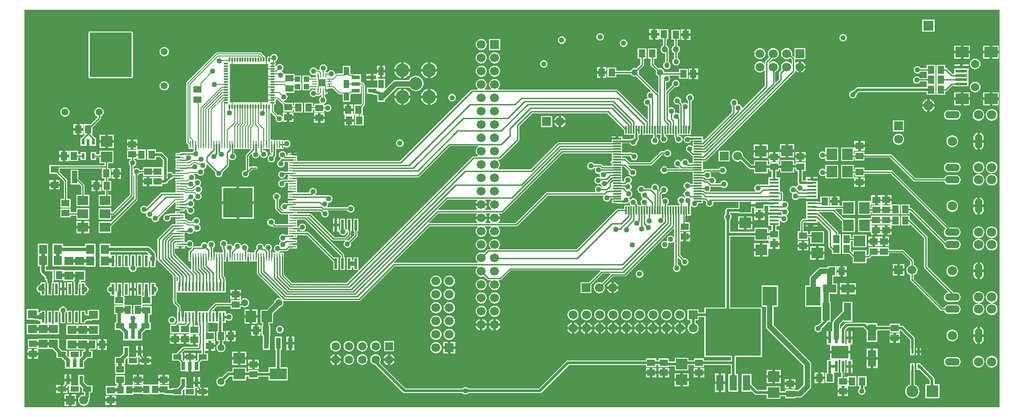
<source format=gtl>
G04*
G04 #@! TF.GenerationSoftware,Altium Limited,Altium Designer,19.1.8 (144)*
G04*
G04 Layer_Physical_Order=1*
G04 Layer_Color=255*
%FSLAX25Y25*%
%MOIN*%
G70*
G01*
G75*
%ADD12C,0.00787*%
%ADD77R,0.05200X0.01000*%
%ADD78R,0.01000X0.05200*%
%ADD79R,0.01000X0.05200*%
%ADD80R,0.22000X0.22000*%
%ADD81O,0.00984X0.03543*%
%ADD82O,0.03543X0.00984*%
%ADD83R,0.05709X0.05709*%
%ADD84R,0.29134X0.29134*%
%ADD85O,0.01181X0.03347*%
%ADD86O,0.03347X0.01181*%
%ADD87R,0.05906X0.05118*%
%ADD88R,0.06496X0.03937*%
%ADD89R,0.02992X0.06496*%
%ADD90R,0.05118X0.05906*%
%ADD91R,0.04331X0.03937*%
%ADD92R,0.06496X0.02992*%
%ADD93R,0.03937X0.06496*%
%ADD94R,0.41732X0.35433*%
%ADD95R,0.05709X0.11811*%
%ADD96R,0.07874X0.07087*%
%ADD97R,0.02362X0.07874*%
%ADD98R,0.06299X0.07087*%
%ADD99R,0.12795X0.08465*%
%ADD100R,0.03740X0.08465*%
%ADD101R,0.07874X0.08661*%
%ADD102R,0.10630X0.14173*%
%ADD103R,0.05512X0.13386*%
%ADD104R,0.06299X0.01181*%
%ADD105R,0.01181X0.06299*%
%ADD106R,0.01575X0.07087*%
%ADD107R,0.02362X0.04331*%
%ADD108R,0.09843X0.07874*%
%ADD109R,0.09055X0.01968*%
%ADD110R,0.07087X0.01575*%
%ADD111R,0.08661X0.07874*%
%ADD112R,0.10039X0.06299*%
%ADD113R,0.12992X0.09488*%
%ADD114R,0.04724X0.05709*%
%ADD115R,0.05906X0.05118*%
%ADD116R,0.04331X0.09449*%
%ADD117R,0.07087X0.06299*%
%ADD118R,0.06299X0.12402*%
%ADD119R,0.01575X0.03543*%
%ADD120C,0.01500*%
%ADD121C,0.00906*%
%ADD122C,0.03937*%
%ADD123C,0.01968*%
%ADD124C,0.02756*%
%ADD125C,0.01181*%
%ADD126C,0.01575*%
%ADD127C,0.02362*%
%ADD128C,0.03740*%
%ADD129R,0.31496X0.33465*%
%ADD130C,0.15748*%
%ADD131C,0.06693*%
%ADD132R,0.06693X0.06693*%
%ADD133C,0.09843*%
%ADD134C,0.10236*%
%ADD135R,0.06693X0.06693*%
%ADD136C,0.05315*%
%ADD137C,0.07480*%
%ADD138R,0.07480X0.07480*%
%ADD139R,0.05906X0.05906*%
%ADD140C,0.06299*%
%ADD141C,0.09055*%
%ADD142R,0.09055X0.09055*%
%ADD143C,0.07087*%
%ADD144O,0.11024X0.05512*%
%ADD145O,0.05512X0.11024*%
%ADD146C,0.04800*%
%ADD147C,0.04724*%
%ADD148C,0.01968*%
%ADD149C,0.04000*%
G36*
X733622Y-300551D02*
X2598D01*
Y-2598D01*
X733622D01*
Y-300551D01*
D02*
G37*
%LPC*%
G36*
X684842Y-10039D02*
X675787D01*
Y-19094D01*
X684842D01*
Y-10039D01*
D02*
G37*
G36*
X478165Y-17110D02*
X475606D01*
Y-20063D01*
X478165D01*
Y-17110D01*
D02*
G37*
G36*
X473606D02*
X471047D01*
Y-20063D01*
X473606D01*
Y-17110D01*
D02*
G37*
G36*
X501984Y-17307D02*
X499425D01*
Y-20260D01*
X501984D01*
Y-17307D01*
D02*
G37*
G36*
X497425D02*
X494866D01*
Y-20260D01*
X497425D01*
Y-17307D01*
D02*
G37*
G36*
X478165Y-22063D02*
X475606D01*
Y-25016D01*
X478165D01*
Y-22063D01*
D02*
G37*
G36*
X473606D02*
X471047D01*
Y-25016D01*
X473606D01*
Y-22063D01*
D02*
G37*
G36*
X501984Y-22260D02*
X499425D01*
Y-25213D01*
X501984D01*
Y-22260D01*
D02*
G37*
G36*
X497425D02*
X494866D01*
Y-25213D01*
X497425D01*
Y-22260D01*
D02*
G37*
G36*
X434224Y-20172D02*
X433496Y-20267D01*
X432818Y-20548D01*
X432236Y-20995D01*
X431789Y-21577D01*
X431508Y-22255D01*
X431412Y-22983D01*
X431508Y-23711D01*
X431789Y-24389D01*
X432236Y-24971D01*
X432818Y-25418D01*
X433496Y-25699D01*
X434224Y-25795D01*
X434951Y-25699D01*
X435629Y-25418D01*
X436212Y-24971D01*
X436658Y-24389D01*
X436939Y-23711D01*
X437035Y-22983D01*
X436939Y-22255D01*
X436658Y-21577D01*
X436212Y-20995D01*
X435629Y-20548D01*
X434951Y-20267D01*
X434224Y-20172D01*
D02*
G37*
G36*
X616362Y-20800D02*
X615635Y-20896D01*
X614957Y-21177D01*
X614374Y-21623D01*
X613927Y-22206D01*
X613647Y-22884D01*
X613551Y-23611D01*
X613647Y-24339D01*
X613927Y-25017D01*
X614374Y-25599D01*
X614957Y-26046D01*
X615635Y-26327D01*
X616362Y-26423D01*
X617090Y-26327D01*
X617768Y-26046D01*
X618350Y-25599D01*
X618797Y-25017D01*
X619078Y-24339D01*
X619174Y-23611D01*
X619078Y-22884D01*
X618797Y-22206D01*
X618350Y-21623D01*
X617768Y-21177D01*
X617090Y-20896D01*
X616362Y-20800D01*
D02*
G37*
G36*
X405478Y-22685D02*
X404750Y-22781D01*
X404072Y-23062D01*
X403490Y-23508D01*
X403043Y-24091D01*
X402762Y-24769D01*
X402667Y-25497D01*
X402762Y-26224D01*
X403043Y-26902D01*
X403490Y-27485D01*
X404072Y-27931D01*
X404750Y-28212D01*
X405478Y-28308D01*
X406206Y-28212D01*
X406884Y-27931D01*
X407466Y-27485D01*
X407913Y-26902D01*
X408194Y-26224D01*
X408289Y-25497D01*
X408194Y-24769D01*
X407913Y-24091D01*
X407466Y-23508D01*
X406884Y-23062D01*
X406206Y-22781D01*
X405478Y-22685D01*
D02*
G37*
G36*
X451817Y-24884D02*
X451089Y-24980D01*
X450411Y-25261D01*
X449829Y-25708D01*
X449382Y-26290D01*
X449101Y-26968D01*
X449006Y-27696D01*
X449101Y-28423D01*
X449382Y-29101D01*
X449829Y-29684D01*
X450411Y-30130D01*
X451089Y-30411D01*
X451817Y-30507D01*
X452545Y-30411D01*
X453223Y-30130D01*
X453805Y-29684D01*
X454252Y-29101D01*
X454533Y-28423D01*
X454628Y-27696D01*
X454533Y-26968D01*
X454252Y-26290D01*
X453805Y-25708D01*
X453223Y-25261D01*
X452545Y-24980D01*
X451817Y-24884D01*
D02*
G37*
G36*
X359252Y-24606D02*
X350984D01*
Y-32874D01*
X359252D01*
Y-24606D01*
D02*
G37*
G36*
X345118Y-24571D02*
X344039Y-24713D01*
X343033Y-25129D01*
X342170Y-25792D01*
X341507Y-26655D01*
X341091Y-27661D01*
X340949Y-28740D01*
X341091Y-29819D01*
X341507Y-30825D01*
X342170Y-31688D01*
X343033Y-32351D01*
X344039Y-32768D01*
X345118Y-32910D01*
X346197Y-32768D01*
X347203Y-32351D01*
X348066Y-31688D01*
X348729Y-30825D01*
X349146Y-29819D01*
X349288Y-28740D01*
X349146Y-27661D01*
X348729Y-26655D01*
X348066Y-25792D01*
X347203Y-25129D01*
X346197Y-24713D01*
X345118Y-24571D01*
D02*
G37*
G36*
X711433Y-29512D02*
X706512D01*
Y-33449D01*
X711433D01*
Y-29512D01*
D02*
G37*
G36*
X704512D02*
X699590D01*
Y-33449D01*
X704512D01*
Y-29512D01*
D02*
G37*
G36*
X733087D02*
X728165D01*
Y-33449D01*
X733087D01*
Y-29512D01*
D02*
G37*
G36*
X726165D02*
X721244D01*
Y-33449D01*
X726165D01*
Y-29512D01*
D02*
G37*
G36*
X179339Y-34524D02*
X179339Y-34524D01*
X147084D01*
X147084Y-34524D01*
X146623Y-34616D01*
X146232Y-34877D01*
X146232Y-34877D01*
X124345Y-56764D01*
X124084Y-57155D01*
X123993Y-57615D01*
X123993Y-57616D01*
Y-101968D01*
X123993Y-101969D01*
X124084Y-102429D01*
X124345Y-102820D01*
X125681Y-104155D01*
Y-107127D01*
X129641D01*
Y-108228D01*
X129144Y-108609D01*
X128698Y-109192D01*
X128663Y-109275D01*
X120169D01*
X119686Y-109371D01*
X119275Y-109645D01*
X118791Y-110130D01*
X115904D01*
Y-111885D01*
X115691D01*
Y-112385D01*
X115903D01*
Y-112705D01*
X119291D01*
Y-114067D01*
X115903D01*
Y-114385D01*
X115691D01*
Y-114885D01*
X115904D01*
Y-116641D01*
Y-121728D01*
X115691D01*
Y-122228D01*
X115903D01*
Y-122547D01*
X119291D01*
Y-123908D01*
X115903D01*
Y-124228D01*
X115691D01*
Y-124728D01*
X115904D01*
Y-125901D01*
X114304D01*
X114246Y-125759D01*
X113799Y-125177D01*
X113216Y-124730D01*
X112539Y-124450D01*
X111811Y-124354D01*
X111083Y-124450D01*
X110574Y-124660D01*
X110074Y-124408D01*
Y-114567D01*
X109937Y-113876D01*
X109545Y-113290D01*
X106199Y-109943D01*
X105613Y-109552D01*
X104921Y-109414D01*
X101181D01*
Y-107480D01*
X94488D01*
Y-114961D01*
X101181D01*
Y-113027D01*
X104173D01*
X106461Y-115315D01*
Y-120329D01*
X106102Y-120669D01*
X105961Y-120669D01*
X91535D01*
Y-122751D01*
X89108D01*
X89049Y-122610D01*
X88602Y-122028D01*
X88020Y-121581D01*
X87342Y-121300D01*
X86614Y-121204D01*
X85887Y-121300D01*
X85208Y-121581D01*
X84835Y-121867D01*
X84335Y-121621D01*
Y-120141D01*
X84462Y-120125D01*
X85140Y-119844D01*
X85722Y-119397D01*
X86169Y-118815D01*
X86450Y-118137D01*
X86546Y-117409D01*
X86450Y-116681D01*
X86169Y-116003D01*
X85722Y-115421D01*
X85140Y-114974D01*
X84999Y-114916D01*
Y-114370D01*
X87008D01*
Y-114961D01*
X93701D01*
Y-107480D01*
X87712D01*
X87417Y-107102D01*
X87417Y-106980D01*
Y-104543D01*
X84465D01*
Y-107102D01*
X86252D01*
X86564Y-107602D01*
X86527Y-107677D01*
X79724D01*
Y-114370D01*
X82470D01*
Y-114916D01*
X82328Y-114974D01*
X81746Y-115421D01*
X81300Y-116003D01*
X81019Y-116681D01*
X80923Y-117409D01*
X81019Y-118137D01*
X81300Y-118815D01*
X81746Y-119397D01*
X81806Y-119443D01*
Y-141209D01*
X68768Y-154247D01*
X67716D01*
Y-151339D01*
X58268D01*
Y-160000D01*
X67716D01*
Y-156776D01*
X69291D01*
X69775Y-156680D01*
X70185Y-156406D01*
X83965Y-142626D01*
X84239Y-142216D01*
X84335Y-141732D01*
Y-126865D01*
X84835Y-126587D01*
X84956Y-126662D01*
Y-144253D01*
X68112Y-161098D01*
X67716Y-161339D01*
Y-161339D01*
X67716Y-161339D01*
X58268D01*
Y-170000D01*
X67716D01*
Y-165069D01*
X87115Y-145671D01*
X87389Y-145261D01*
X87485Y-144777D01*
Y-126672D01*
X88020Y-126451D01*
X88602Y-126004D01*
X89049Y-125422D01*
X89108Y-125280D01*
X91535D01*
Y-127362D01*
X105961D01*
X106102Y-127362D01*
X106170Y-127426D01*
Y-127678D01*
X105696Y-128150D01*
X99228D01*
Y-127937D01*
X96276D01*
Y-131496D01*
Y-135055D01*
X99228D01*
Y-134843D01*
X106102D01*
Y-133302D01*
X108268D01*
X108959Y-133165D01*
X109545Y-132773D01*
X109937Y-132187D01*
X110029Y-131721D01*
X111778Y-129972D01*
X111811Y-129976D01*
X112539Y-129881D01*
X113216Y-129600D01*
X113799Y-129153D01*
X114246Y-128571D01*
X114304Y-128430D01*
X115691D01*
Y-130633D01*
X115904D01*
Y-132389D01*
Y-136327D01*
Y-139680D01*
X105699D01*
X105215Y-139777D01*
X104805Y-140051D01*
X94436Y-150420D01*
X94392Y-150417D01*
X93810Y-149970D01*
X93132Y-149689D01*
X92404Y-149593D01*
X91677Y-149689D01*
X90999Y-149970D01*
X90416Y-150417D01*
X89969Y-150999D01*
X89689Y-151677D01*
X89593Y-152405D01*
X89689Y-153132D01*
X89969Y-153810D01*
X90416Y-154393D01*
X90999Y-154840D01*
X91677Y-155120D01*
X92404Y-155216D01*
X93132Y-155120D01*
X93460Y-154985D01*
X93783Y-155270D01*
X93852Y-155363D01*
X93760Y-156062D01*
X93856Y-156790D01*
X94137Y-157468D01*
X94584Y-158050D01*
X95166Y-158497D01*
X95844Y-158778D01*
X96572Y-158874D01*
X97299Y-158778D01*
X97520Y-158686D01*
X97978Y-159038D01*
X97976Y-159055D01*
X98072Y-159783D01*
X98352Y-160460D01*
X98799Y-161043D01*
X99382Y-161490D01*
X100059Y-161770D01*
X100787Y-161866D01*
X101515Y-161770D01*
X102193Y-161490D01*
X102775Y-161043D01*
X103222Y-160460D01*
X103503Y-159783D01*
X103599Y-159055D01*
X103561Y-158772D01*
X115442Y-146891D01*
X115904Y-147082D01*
Y-151256D01*
X115691D01*
Y-151756D01*
X115903D01*
Y-152075D01*
X118917D01*
X118945Y-152094D01*
X119291Y-152162D01*
Y-153724D01*
X122891D01*
Y-152190D01*
X124090D01*
X124432Y-152559D01*
X124354Y-153150D01*
X124450Y-153877D01*
X124731Y-154555D01*
X125177Y-155138D01*
X125760Y-155584D01*
X126438Y-155865D01*
X127165Y-155961D01*
X127893Y-155865D01*
X128571Y-155584D01*
X129153Y-155138D01*
X129600Y-154555D01*
X129881Y-153877D01*
X129977Y-153150D01*
X129881Y-152422D01*
X129600Y-151744D01*
X129153Y-151162D01*
X128800Y-150891D01*
X128793Y-150877D01*
Y-150304D01*
X128800Y-150291D01*
X129153Y-150020D01*
X129600Y-149437D01*
X129881Y-148759D01*
X129977Y-148031D01*
X129881Y-147304D01*
X129600Y-146626D01*
X129153Y-146044D01*
X128853Y-145813D01*
X128853Y-145194D01*
X129153Y-144964D01*
X129600Y-144382D01*
X129745Y-144032D01*
X129995Y-143978D01*
X130299Y-144000D01*
X130689Y-144507D01*
X131271Y-144954D01*
X131949Y-145235D01*
X132677Y-145331D01*
X133405Y-145235D01*
X134083Y-144954D01*
X134665Y-144507D01*
X135112Y-143925D01*
X135393Y-143247D01*
X135488Y-142519D01*
X135393Y-141792D01*
X135112Y-141114D01*
X134665Y-140531D01*
X134469Y-140381D01*
X134474Y-139995D01*
X134529Y-139796D01*
X135059Y-139390D01*
X135506Y-138807D01*
X135786Y-138129D01*
X135882Y-137402D01*
X135786Y-136674D01*
X135506Y-135996D01*
X135059Y-135414D01*
X134477Y-134967D01*
X134266Y-134880D01*
X134201Y-134384D01*
X134271Y-134330D01*
X134718Y-133748D01*
X134999Y-133070D01*
X135095Y-132342D01*
X134999Y-131614D01*
X134718Y-130936D01*
X134271Y-130354D01*
X133689Y-129907D01*
X133011Y-129626D01*
X132283Y-129531D01*
X131555Y-129626D01*
X130877Y-129907D01*
X130859Y-129922D01*
X130448Y-129607D01*
X130668Y-129074D01*
X130764Y-128347D01*
X130668Y-127619D01*
X130388Y-126941D01*
X129941Y-126358D01*
X129791Y-126244D01*
X129961Y-125744D01*
X132171D01*
X132599Y-126301D01*
X133181Y-126747D01*
X133859Y-127028D01*
X134587Y-127124D01*
X135314Y-127028D01*
X135992Y-126747D01*
X136575Y-126301D01*
X137021Y-125718D01*
X137302Y-125040D01*
X137398Y-124312D01*
X137302Y-123585D01*
X137021Y-122907D01*
X136894Y-122741D01*
X137115Y-122208D01*
X137145Y-122204D01*
X137823Y-121923D01*
X138405Y-121476D01*
X138852Y-120894D01*
X139133Y-120216D01*
X139229Y-119488D01*
X139133Y-118761D01*
X139124Y-118738D01*
X139548Y-118455D01*
X145661Y-124568D01*
X145603Y-124710D01*
X145507Y-125437D01*
X145603Y-126165D01*
X145883Y-126843D01*
X146330Y-127425D01*
X146912Y-127872D01*
X147590Y-128153D01*
X148318Y-128249D01*
X149046Y-128153D01*
X149724Y-127872D01*
X150306Y-127425D01*
X150753Y-126843D01*
X151034Y-126165D01*
X151130Y-125437D01*
X151034Y-124710D01*
X150975Y-124568D01*
X155532Y-120012D01*
X155806Y-119602D01*
X155902Y-119118D01*
Y-114605D01*
X156402Y-114435D01*
X156540Y-114614D01*
X157122Y-115061D01*
X157800Y-115342D01*
X158528Y-115438D01*
X159256Y-115342D01*
X159934Y-115061D01*
X160516Y-114614D01*
X160963Y-114032D01*
X161244Y-113354D01*
X161339Y-112626D01*
X161244Y-111899D01*
X160963Y-111221D01*
X160516Y-110638D01*
X159934Y-110192D01*
X159792Y-110133D01*
Y-107127D01*
X172031D01*
X172239Y-107627D01*
X168910Y-110956D01*
X168636Y-111366D01*
X168540Y-111850D01*
Y-122672D01*
X168304Y-122879D01*
X167576Y-122975D01*
X166898Y-123256D01*
X166316Y-123703D01*
X165869Y-124285D01*
X165588Y-124963D01*
X165492Y-125691D01*
X165588Y-126418D01*
X165869Y-127096D01*
X166316Y-127679D01*
X166898Y-128125D01*
X167576Y-128406D01*
X168304Y-128502D01*
X169031Y-128406D01*
X169709Y-128125D01*
X170292Y-127679D01*
X170738Y-127096D01*
X171019Y-126418D01*
X171115Y-125691D01*
X171019Y-124963D01*
X170961Y-124822D01*
X173318Y-122465D01*
X176172D01*
X176656Y-122369D01*
X177066Y-122095D01*
X177340Y-121684D01*
X177436Y-121200D01*
X177340Y-120717D01*
X177066Y-120306D01*
X176656Y-120032D01*
X176172Y-119936D01*
X172794D01*
X172310Y-120032D01*
X171900Y-120306D01*
X171531Y-120675D01*
X171069Y-120484D01*
Y-112374D01*
X172834Y-110608D01*
X173308Y-110842D01*
X173264Y-111175D01*
X173360Y-111902D01*
X173640Y-112581D01*
X174087Y-113163D01*
X174670Y-113610D01*
X175347Y-113891D01*
X176075Y-113986D01*
X176803Y-113891D01*
X177481Y-113610D01*
X178063Y-113163D01*
X178510Y-112581D01*
X178791Y-111902D01*
X178859Y-111383D01*
X178887Y-111175D01*
X179373Y-111145D01*
X179399Y-111345D01*
X179431Y-111590D01*
X179712Y-112268D01*
X180159Y-112850D01*
X180741Y-113297D01*
X181419Y-113577D01*
X182147Y-113673D01*
X182875Y-113577D01*
X183553Y-113297D01*
X184135Y-112850D01*
X184582Y-112268D01*
X184862Y-111590D01*
X184958Y-110862D01*
X184862Y-110134D01*
X184582Y-109456D01*
X184135Y-108874D01*
X183553Y-108427D01*
X182875Y-108146D01*
X182147Y-108050D01*
X181883Y-108085D01*
X181383Y-107647D01*
Y-107127D01*
X186492D01*
Y-107340D01*
X186728D01*
Y-109380D01*
X186824Y-109864D01*
X187098Y-110274D01*
X187508Y-110548D01*
X187992Y-110645D01*
X188216Y-111027D01*
X187793Y-111403D01*
X187758Y-111399D01*
X187031Y-111495D01*
X186353Y-111776D01*
X185770Y-112222D01*
X185324Y-112804D01*
X185043Y-113483D01*
X184947Y-114210D01*
X185043Y-114938D01*
X185324Y-115616D01*
X185770Y-116198D01*
X186353Y-116645D01*
X187031Y-116926D01*
X187758Y-117022D01*
X188486Y-116926D01*
X189164Y-116645D01*
X189746Y-116198D01*
X190193Y-115616D01*
X190474Y-114938D01*
X190570Y-114210D01*
X190474Y-113483D01*
X190474Y-113482D01*
X190954Y-113001D01*
X191259Y-112546D01*
X191366Y-112008D01*
Y-107127D01*
X197153D01*
Y-105713D01*
X197653Y-105467D01*
X197807Y-105584D01*
X198485Y-105865D01*
X199213Y-105961D01*
X199940Y-105865D01*
X200618Y-105584D01*
X201201Y-105138D01*
X201647Y-104555D01*
X201928Y-103877D01*
X202024Y-103150D01*
X201928Y-102422D01*
X201647Y-101744D01*
X201201Y-101162D01*
X200618Y-100715D01*
X199940Y-100434D01*
X199213Y-100338D01*
X198485Y-100434D01*
X197807Y-100715D01*
X197653Y-100832D01*
X197153Y-100586D01*
Y-100353D01*
X189492D01*
Y-100140D01*
X187129D01*
Y-79985D01*
X187629Y-79833D01*
X187731Y-79985D01*
X191069Y-83323D01*
X190985Y-83524D01*
X190889Y-84252D01*
X190985Y-84980D01*
X191266Y-85658D01*
X191713Y-86240D01*
X192295Y-86687D01*
X192973Y-86968D01*
X193701Y-87063D01*
X194428Y-86968D01*
X195106Y-86687D01*
X195689Y-86240D01*
X195941Y-85911D01*
X196441Y-86081D01*
Y-86828D01*
X199394D01*
Y-83269D01*
Y-79710D01*
X196441D01*
Y-82423D01*
X195941Y-82593D01*
X195689Y-82264D01*
X195106Y-81817D01*
X194428Y-81536D01*
X193701Y-81441D01*
X192973Y-81536D01*
X192772Y-81620D01*
X189787Y-78635D01*
Y-73822D01*
X190203Y-73739D01*
X190659Y-73434D01*
X190963Y-72979D01*
X191070Y-72441D01*
X190963Y-71903D01*
X190785Y-71637D01*
X190812Y-71619D01*
X191164Y-71093D01*
X191287Y-70472D01*
X191235Y-70208D01*
X191623Y-69708D01*
X192217D01*
X196653Y-74145D01*
Y-79135D01*
X204134D01*
Y-77188D01*
X204724D01*
Y-79224D01*
X204724Y-79415D01*
X204346Y-79710D01*
X204261Y-79710D01*
X203975Y-79710D01*
X201394Y-79710D01*
Y-82269D01*
X204346D01*
Y-80210D01*
X204346Y-80019D01*
X204724Y-79724D01*
X204810Y-79724D01*
X205096Y-79724D01*
X211417Y-79724D01*
Y-72244D01*
X204724D01*
Y-74780D01*
X204134D01*
Y-72442D01*
X198357D01*
X197132Y-71218D01*
X197312Y-70690D01*
X197775Y-70629D01*
X198453Y-70348D01*
X199035Y-69901D01*
X199482Y-69319D01*
X199763Y-68641D01*
X199859Y-67913D01*
X199763Y-67186D01*
X199482Y-66508D01*
X199035Y-65925D01*
X198453Y-65479D01*
X198407Y-65459D01*
X198506Y-64959D01*
X204921D01*
Y-62992D01*
X210236D01*
Y-57480D01*
X210138D01*
Y-52067D01*
X204921D01*
Y-50786D01*
X197441D01*
X197060Y-50499D01*
X196923Y-50169D01*
X196476Y-49587D01*
X195894Y-49140D01*
X195575Y-49008D01*
X195528Y-48691D01*
X195553Y-48458D01*
X196082Y-48051D01*
X196529Y-47469D01*
X196810Y-46791D01*
X196906Y-46063D01*
X196810Y-45335D01*
X196529Y-44657D01*
X196082Y-44075D01*
X195500Y-43628D01*
X194822Y-43347D01*
X194095Y-43251D01*
X193367Y-43347D01*
X192689Y-43628D01*
X192106Y-44075D01*
X191660Y-44657D01*
X191550Y-44923D01*
X191276Y-44900D01*
X191056Y-44809D01*
X190963Y-44344D01*
X190665Y-43898D01*
X190963Y-43451D01*
X191070Y-42913D01*
X190963Y-42376D01*
X190659Y-41920D01*
X190485Y-41804D01*
X190490Y-41414D01*
X190515Y-41288D01*
X191170Y-41017D01*
X191752Y-40571D01*
X192199Y-39988D01*
X192479Y-39310D01*
X192575Y-38583D01*
X192479Y-37855D01*
X192199Y-37177D01*
X191752Y-36595D01*
X191170Y-36148D01*
X190491Y-35867D01*
X189764Y-35771D01*
X189036Y-35867D01*
X188358Y-36148D01*
X187776Y-36595D01*
X187329Y-37177D01*
X187088Y-37760D01*
X186724Y-37879D01*
X186539Y-37893D01*
X186364Y-37777D01*
X185827Y-37670D01*
X185289Y-37777D01*
X185023Y-37955D01*
X185005Y-37928D01*
X184858Y-37830D01*
Y-38064D01*
X184833Y-38081D01*
X184529Y-38537D01*
X184422Y-39075D01*
Y-40157D01*
X183295D01*
Y-39075D01*
X183188Y-38537D01*
X183019Y-38284D01*
Y-38204D01*
X182927Y-37743D01*
X182858Y-37640D01*
Y-37429D01*
X182668Y-37356D01*
X182666Y-37352D01*
X182666Y-37352D01*
X180190Y-34877D01*
X179800Y-34616D01*
X179339Y-34524D01*
D02*
G37*
G36*
X107480Y-30580D02*
X106581Y-30699D01*
X105743Y-31046D01*
X105023Y-31598D01*
X104471Y-32318D01*
X104124Y-33156D01*
X104006Y-34055D01*
X104124Y-34954D01*
X104471Y-35792D01*
X105023Y-36512D01*
X105743Y-37064D01*
X106581Y-37411D01*
X107480Y-37530D01*
X108380Y-37411D01*
X109218Y-37064D01*
X109937Y-36512D01*
X110489Y-35792D01*
X110837Y-34954D01*
X110955Y-34055D01*
X110837Y-33156D01*
X110489Y-32318D01*
X109937Y-31598D01*
X109218Y-31046D01*
X108380Y-30699D01*
X107480Y-30580D01*
D02*
G37*
G36*
X733087Y-35449D02*
X728165D01*
Y-39386D01*
X733087D01*
Y-35449D01*
D02*
G37*
G36*
X726165D02*
X721244D01*
Y-39386D01*
X726165D01*
Y-35449D01*
D02*
G37*
G36*
X711433Y-35449D02*
X706512D01*
Y-39386D01*
X711433D01*
Y-35449D01*
D02*
G37*
G36*
X704512D02*
X699590D01*
Y-39386D01*
X704512D01*
Y-35449D01*
D02*
G37*
G36*
X574016Y-31342D02*
X572937Y-31484D01*
X571931Y-31901D01*
X571067Y-32563D01*
X570405Y-33427D01*
X569988Y-34433D01*
X569846Y-35512D01*
X569988Y-36591D01*
X570405Y-37597D01*
X571067Y-38460D01*
X571931Y-39123D01*
X572937Y-39539D01*
X574016Y-39681D01*
X575095Y-39539D01*
X576100Y-39123D01*
X576665Y-38690D01*
X577869Y-39894D01*
Y-42922D01*
X577369Y-43092D01*
X576964Y-42564D01*
X576100Y-41901D01*
X575095Y-41484D01*
X574016Y-41342D01*
X572937Y-41484D01*
X571931Y-41901D01*
X571067Y-42564D01*
X570405Y-43427D01*
X569988Y-44433D01*
X569846Y-45512D01*
X569988Y-46591D01*
X570328Y-47411D01*
X568791Y-48948D01*
X568517Y-49359D01*
X568421Y-49843D01*
Y-54594D01*
X565900Y-57115D01*
X565438Y-56924D01*
Y-49397D01*
X566101Y-49123D01*
X566964Y-48460D01*
X567627Y-47597D01*
X568043Y-46591D01*
X568185Y-45512D01*
X568043Y-44433D01*
X567627Y-43427D01*
X566964Y-42564D01*
X566101Y-41901D01*
X565095Y-41484D01*
X564016Y-41342D01*
X562937Y-41484D01*
X561931Y-41901D01*
X561067Y-42564D01*
X560820Y-42887D01*
X560372Y-42735D01*
X560322Y-42254D01*
X563025Y-39551D01*
X564016Y-39681D01*
X565095Y-39539D01*
X566101Y-39123D01*
X566964Y-38460D01*
X567627Y-37597D01*
X568043Y-36591D01*
X568185Y-35512D01*
X568043Y-34433D01*
X567627Y-33427D01*
X566964Y-32563D01*
X566101Y-31901D01*
X565095Y-31484D01*
X564016Y-31342D01*
X562937Y-31484D01*
X561931Y-31901D01*
X561067Y-32563D01*
X560405Y-33427D01*
X559988Y-34433D01*
X559846Y-35512D01*
X559988Y-36591D01*
X560405Y-37597D01*
X560838Y-38161D01*
X558161Y-40838D01*
X557887Y-41248D01*
X557791Y-41732D01*
Y-42819D01*
X557291Y-42989D01*
X556964Y-42564D01*
X556101Y-41901D01*
X555095Y-41484D01*
X554016Y-41342D01*
X552937Y-41484D01*
X551931Y-41901D01*
X551067Y-42564D01*
X550405Y-43427D01*
X549988Y-44433D01*
X549846Y-45512D01*
X549988Y-46591D01*
X550405Y-47597D01*
X551067Y-48460D01*
X551931Y-49123D01*
X552937Y-49539D01*
X554016Y-49681D01*
X555095Y-49539D01*
X556101Y-49123D01*
X556964Y-48460D01*
X557291Y-48035D01*
X557791Y-48204D01*
Y-59712D01*
X541070Y-76433D01*
X540585Y-76211D01*
X540511Y-75650D01*
X540230Y-74972D01*
X539783Y-74390D01*
X539201Y-73943D01*
X538523Y-73662D01*
X537795Y-73567D01*
X537656Y-73585D01*
X537419Y-73276D01*
X537367Y-73119D01*
X537456Y-72441D01*
X537360Y-71713D01*
X537079Y-71035D01*
X536633Y-70453D01*
X536050Y-70006D01*
X535372Y-69725D01*
X534645Y-69629D01*
X533917Y-69725D01*
X533239Y-70006D01*
X532657Y-70453D01*
X532210Y-71035D01*
X531929Y-71713D01*
X531833Y-72441D01*
X531929Y-73168D01*
X532210Y-73847D01*
X532657Y-74429D01*
X532987Y-74683D01*
Y-79397D01*
X512092Y-100293D01*
X511630Y-100102D01*
Y-99591D01*
X511417D01*
Y-97835D01*
X507616D01*
X507480Y-97808D01*
X504078D01*
X503961Y-97729D01*
X503346Y-97607D01*
X501180D01*
X501085Y-97544D01*
X500845Y-97496D01*
X500334Y-97284D01*
X499606Y-97189D01*
X498879Y-97284D01*
X498201Y-97565D01*
X497618Y-98012D01*
X497171Y-98594D01*
X496891Y-99272D01*
X496795Y-100000D01*
X496891Y-100728D01*
X497171Y-101406D01*
X497618Y-101988D01*
X498201Y-102435D01*
X498879Y-102716D01*
X499606Y-102811D01*
X500334Y-102716D01*
X501012Y-102435D01*
X501594Y-101988D01*
X502041Y-101406D01*
X502284Y-100818D01*
X503331D01*
Y-102772D01*
X503543D01*
Y-104396D01*
X503263Y-104592D01*
X503043Y-104643D01*
X502765Y-104429D01*
X502087Y-104148D01*
X501359Y-104053D01*
X500631Y-104148D01*
X499953Y-104429D01*
X499371Y-104876D01*
X498924Y-105458D01*
X498643Y-106137D01*
X498612Y-106377D01*
X498609Y-106380D01*
X498513Y-106864D01*
X498609Y-107348D01*
X498612Y-107352D01*
X498643Y-107592D01*
X498924Y-108270D01*
X499371Y-108852D01*
X499953Y-109299D01*
X500631Y-109580D01*
X500716Y-109591D01*
X503043Y-111918D01*
X503453Y-112192D01*
X503543Y-112210D01*
Y-114370D01*
Y-117633D01*
X500985D01*
X500686Y-117292D01*
X500590Y-116564D01*
X500309Y-115886D01*
X499862Y-115304D01*
X499280Y-114857D01*
X498602Y-114576D01*
X497874Y-114480D01*
X497146Y-114576D01*
X496468Y-114857D01*
X495886Y-115304D01*
X495439Y-115886D01*
X495262Y-116314D01*
X495069Y-116370D01*
X494703Y-116356D01*
X494332Y-115872D01*
X493749Y-115425D01*
X493071Y-115144D01*
X492344Y-115048D01*
X491616Y-115144D01*
X490938Y-115425D01*
X490356Y-115872D01*
X489909Y-116454D01*
X489628Y-117132D01*
X489532Y-117860D01*
X489628Y-118588D01*
X489909Y-119266D01*
X490356Y-119848D01*
X490938Y-120295D01*
X491616Y-120575D01*
X492344Y-120671D01*
X493071Y-120575D01*
X493213Y-120517D01*
X493804Y-121108D01*
X493613Y-121570D01*
X484789D01*
X484730Y-121429D01*
X484284Y-120847D01*
X483701Y-120400D01*
X483023Y-120119D01*
X482296Y-120023D01*
X481568Y-120119D01*
X480890Y-120400D01*
X480308Y-120847D01*
X479861Y-121429D01*
X479580Y-122107D01*
X479484Y-122835D01*
X479580Y-123562D01*
X479861Y-124240D01*
X480308Y-124823D01*
X480890Y-125269D01*
X481568Y-125550D01*
X482296Y-125646D01*
X483023Y-125550D01*
X483701Y-125269D01*
X484284Y-124823D01*
X484730Y-124240D01*
X484789Y-124099D01*
X503543D01*
Y-126181D01*
Y-130118D01*
Y-133381D01*
X502100D01*
X502041Y-133240D01*
X501594Y-132658D01*
X501012Y-132211D01*
X500334Y-131930D01*
X499606Y-131834D01*
X498879Y-131930D01*
X498201Y-132211D01*
X497618Y-132658D01*
X497171Y-133240D01*
X496891Y-133918D01*
X496795Y-134646D01*
X496891Y-135373D01*
X497171Y-136051D01*
X497618Y-136634D01*
X498201Y-137081D01*
X498823Y-137338D01*
X498879Y-137519D01*
Y-137678D01*
X498823Y-137858D01*
X498201Y-138116D01*
X497618Y-138563D01*
X497171Y-139146D01*
X496891Y-139823D01*
X496795Y-140551D01*
X496891Y-141279D01*
X497171Y-141957D01*
X497618Y-142539D01*
X498113Y-142919D01*
X498158Y-143427D01*
X497809Y-143770D01*
X497313D01*
X497149Y-143556D01*
X496567Y-143110D01*
X495889Y-142829D01*
X495161Y-142733D01*
X494434Y-142829D01*
X493756Y-143110D01*
X493173Y-143556D01*
X492727Y-144139D01*
X492446Y-144817D01*
X492350Y-145545D01*
X492446Y-146272D01*
X492727Y-146950D01*
X493173Y-147532D01*
X493617Y-147873D01*
Y-149213D01*
X484535D01*
X484433Y-148713D01*
X484886Y-148366D01*
X485332Y-147783D01*
X485613Y-147105D01*
X485709Y-146378D01*
X485613Y-145650D01*
X485332Y-144972D01*
X484886Y-144390D01*
X484303Y-143943D01*
X483625Y-143662D01*
X482898Y-143566D01*
X482170Y-143662D01*
X481492Y-143943D01*
X480910Y-144390D01*
X480898Y-144404D01*
X480398Y-144235D01*
Y-141319D01*
X481269Y-140448D01*
X481410Y-140507D01*
X482138Y-140602D01*
X482865Y-140507D01*
X483543Y-140226D01*
X484126Y-139779D01*
X484573Y-139197D01*
X484853Y-138519D01*
X484949Y-137791D01*
X484853Y-137063D01*
X484573Y-136385D01*
X484126Y-135803D01*
X483543Y-135356D01*
X482865Y-135075D01*
X482138Y-134979D01*
X481410Y-135075D01*
X480732Y-135356D01*
X480150Y-135803D01*
X479703Y-136385D01*
X479422Y-137063D01*
X479326Y-137791D01*
X479422Y-138519D01*
X479481Y-138660D01*
X478892Y-139249D01*
X478430Y-139057D01*
Y-137785D01*
X478334Y-137301D01*
X478059Y-136891D01*
X478012Y-136843D01*
X478070Y-136702D01*
X478166Y-135974D01*
X478070Y-135246D01*
X477789Y-134568D01*
X477343Y-133986D01*
X476760Y-133539D01*
X476082Y-133258D01*
X475355Y-133163D01*
X474627Y-133258D01*
X473949Y-133539D01*
X473367Y-133986D01*
X472920Y-134568D01*
X472639Y-135246D01*
X472543Y-135974D01*
X472563Y-136124D01*
X472114Y-136544D01*
X472047Y-136531D01*
X467617D01*
X467395Y-135996D01*
X466949Y-135414D01*
X466366Y-134967D01*
X465688Y-134686D01*
X464961Y-134590D01*
X464233Y-134686D01*
X463555Y-134967D01*
X462973Y-135414D01*
X462526Y-135996D01*
X462245Y-136674D01*
X462149Y-137402D01*
X462245Y-138129D01*
X462526Y-138807D01*
X462973Y-139390D01*
X463555Y-139836D01*
X464233Y-140117D01*
X464710Y-140180D01*
X465021Y-140627D01*
X465032Y-140708D01*
X464909Y-141005D01*
X464814Y-141732D01*
X464909Y-142460D01*
X465190Y-143138D01*
X465637Y-143720D01*
X465866Y-143896D01*
X465887Y-144114D01*
X465820Y-144491D01*
X465335Y-144862D01*
X464888Y-145445D01*
X464607Y-146123D01*
X464511Y-146850D01*
X464607Y-147578D01*
X464888Y-148256D01*
X465238Y-148713D01*
X465059Y-149213D01*
X462682D01*
X462585Y-148729D01*
X462311Y-148319D01*
X461712Y-147719D01*
X461771Y-147578D01*
X461867Y-146850D01*
X461771Y-146123D01*
X461490Y-145445D01*
X461043Y-144862D01*
X460461Y-144416D01*
X459783Y-144135D01*
X459055Y-144039D01*
X458327Y-144135D01*
X457649Y-144416D01*
X457067Y-144862D01*
X456843Y-145154D01*
X456320Y-145014D01*
X456259Y-144548D01*
X455978Y-143870D01*
X455911Y-143782D01*
X456132Y-143249D01*
X456336Y-143222D01*
X457015Y-142941D01*
X457597Y-142494D01*
X458044Y-141912D01*
X458324Y-141234D01*
X458420Y-140506D01*
X458324Y-139778D01*
X458044Y-139100D01*
X457597Y-138518D01*
X457047Y-138096D01*
X457013Y-138045D01*
X456982Y-137516D01*
X457106Y-137421D01*
X457553Y-136839D01*
X457834Y-136161D01*
X457930Y-135433D01*
X457834Y-134705D01*
X457553Y-134027D01*
X457106Y-133445D01*
X456753Y-133174D01*
X456746Y-133161D01*
Y-132587D01*
X456753Y-132574D01*
X457106Y-132303D01*
X457553Y-131721D01*
X457834Y-131043D01*
X457930Y-130315D01*
X457834Y-129587D01*
X457553Y-128909D01*
X457106Y-128327D01*
X456524Y-127880D01*
X455846Y-127599D01*
X455118Y-127504D01*
X454390Y-127599D01*
X453712Y-127880D01*
X453130Y-128327D01*
X452683Y-128909D01*
X452402Y-129587D01*
X452307Y-130315D01*
X452394Y-130980D01*
X452206Y-131241D01*
X452037Y-131413D01*
X450787D01*
Y-128150D01*
Y-124213D01*
Y-120162D01*
X452141D01*
X455874Y-123895D01*
X455815Y-124036D01*
X455719Y-124764D01*
X455815Y-125491D01*
X456096Y-126170D01*
X456543Y-126752D01*
X457125Y-127199D01*
X457803Y-127479D01*
X458531Y-127575D01*
X459258Y-127479D01*
X459936Y-127199D01*
X460519Y-126752D01*
X460965Y-126170D01*
X461246Y-125491D01*
X461342Y-124764D01*
X461246Y-124036D01*
X460965Y-123358D01*
X460519Y-122776D01*
X459936Y-122329D01*
X459258Y-122048D01*
X458531Y-121952D01*
X457803Y-122048D01*
X457662Y-122107D01*
X455324Y-119769D01*
X455570Y-119308D01*
X455905Y-119375D01*
X472047D01*
X472531Y-119278D01*
X472941Y-119004D01*
X480839Y-111107D01*
X482083D01*
X482311Y-111657D01*
X482758Y-112240D01*
X483340Y-112686D01*
X484018Y-112967D01*
X484746Y-113063D01*
X485473Y-112967D01*
X486151Y-112686D01*
X486734Y-112240D01*
X487181Y-111657D01*
X487461Y-110979D01*
X487557Y-110252D01*
X487461Y-109524D01*
X487181Y-108846D01*
X486734Y-108264D01*
X486151Y-107817D01*
X485473Y-107536D01*
X484746Y-107440D01*
X484018Y-107536D01*
X483340Y-107817D01*
X482758Y-108264D01*
X482516Y-108578D01*
X480315D01*
X479831Y-108674D01*
X479421Y-108948D01*
X471524Y-116846D01*
X456429D01*
X453650Y-114067D01*
X453240Y-113792D01*
X452756Y-113696D01*
X450787D01*
Y-112288D01*
X456460D01*
X456790Y-112664D01*
X456780Y-112735D01*
X456876Y-113462D01*
X457157Y-114140D01*
X457604Y-114723D01*
X458186Y-115169D01*
X458864Y-115450D01*
X459592Y-115546D01*
X460319Y-115450D01*
X460997Y-115169D01*
X461580Y-114723D01*
X462027Y-114140D01*
X462307Y-113462D01*
X462403Y-112735D01*
X462307Y-112007D01*
X462027Y-111329D01*
X461580Y-110747D01*
X460997Y-110300D01*
X460319Y-110019D01*
X459592Y-109923D01*
X458864Y-110019D01*
X458707Y-110084D01*
X458553Y-109982D01*
X458364Y-109855D01*
X458364Y-109855D01*
X458364Y-109855D01*
X458148Y-109812D01*
X457880Y-109759D01*
X450787D01*
Y-106496D01*
Y-102948D01*
X450984Y-102787D01*
X456377D01*
X456620Y-103374D01*
X457067Y-103956D01*
X457649Y-104403D01*
X458327Y-104684D01*
X459055Y-104780D01*
X459783Y-104684D01*
X460461Y-104403D01*
X461043Y-103956D01*
X461490Y-103374D01*
X461771Y-102696D01*
X461867Y-101969D01*
X461837Y-101742D01*
X462695Y-100884D01*
X463086Y-100298D01*
X463224Y-99606D01*
X463086Y-98915D01*
X463023Y-98820D01*
Y-96654D01*
X463185Y-96457D01*
X463764D01*
Y-96669D01*
X464354D01*
Y-96457D01*
X464764D01*
Y-92655D01*
X464791Y-92520D01*
X465945D01*
Y-96457D01*
X466354D01*
Y-96669D01*
X466945D01*
Y-96457D01*
X473932D01*
Y-98294D01*
X473791Y-98353D01*
X473209Y-98799D01*
X472762Y-99382D01*
X472481Y-100060D01*
X472385Y-100787D01*
X472481Y-101515D01*
X472762Y-102193D01*
X473209Y-102775D01*
X473791Y-103222D01*
X474469Y-103503D01*
X475197Y-103599D01*
X475924Y-103503D01*
X476603Y-103222D01*
X477185Y-102775D01*
X477632Y-102193D01*
X477913Y-101515D01*
X478008Y-100787D01*
X477913Y-100060D01*
X477632Y-99382D01*
X477185Y-98799D01*
X476603Y-98353D01*
X476461Y-98294D01*
Y-96457D01*
X479335D01*
X479497Y-96654D01*
Y-97963D01*
X479433Y-98058D01*
X479325Y-98603D01*
X479221Y-98855D01*
X479125Y-99583D01*
X479221Y-100310D01*
X479501Y-100988D01*
X479948Y-101571D01*
X480531Y-102017D01*
X481209Y-102298D01*
X481936Y-102394D01*
X482664Y-102298D01*
X483342Y-102017D01*
X483924Y-101571D01*
X484371Y-100988D01*
X484652Y-100310D01*
X484748Y-99583D01*
X484652Y-98855D01*
X484371Y-98177D01*
X483924Y-97595D01*
X483370Y-97169D01*
X483367Y-97117D01*
X483599Y-96669D01*
X484661D01*
Y-96457D01*
X489680D01*
Y-97561D01*
X489777Y-98045D01*
X490051Y-98455D01*
X490491Y-98896D01*
X490433Y-99037D01*
X490337Y-99765D01*
X490433Y-100492D01*
X490714Y-101170D01*
X491160Y-101753D01*
X491743Y-102199D01*
X492421Y-102480D01*
X493148Y-102576D01*
X493876Y-102480D01*
X494554Y-102199D01*
X495136Y-101753D01*
X495583Y-101170D01*
X495864Y-100492D01*
X495960Y-99765D01*
X495864Y-99037D01*
X495583Y-98359D01*
X495136Y-97777D01*
X494554Y-97330D01*
X493876Y-97049D01*
X493164Y-96955D01*
X493148Y-96952D01*
X492790Y-96496D01*
X492803Y-96457D01*
X502165D01*
Y-92930D01*
X502166Y-92930D01*
X502440Y-92519D01*
X502536Y-92035D01*
Y-71123D01*
X502981Y-70939D01*
X503563Y-70492D01*
X504010Y-69910D01*
X504290Y-69232D01*
X504386Y-68504D01*
X504290Y-67776D01*
X504010Y-67098D01*
X503563Y-66516D01*
X502981Y-66069D01*
X502303Y-65788D01*
X501575Y-65693D01*
X500847Y-65788D01*
X500169Y-66069D01*
X499587Y-66516D01*
X499140Y-67098D01*
X498859Y-67776D01*
X498763Y-68504D01*
X498859Y-69232D01*
X499140Y-69910D01*
X499587Y-70492D01*
X500007Y-70815D01*
Y-72634D01*
X499559Y-72855D01*
X499437Y-72762D01*
X498759Y-72481D01*
X498032Y-72385D01*
X497304Y-72481D01*
X496626Y-72762D01*
X496426Y-72915D01*
X496389Y-72926D01*
X495781Y-72780D01*
X495685Y-72637D01*
X494783Y-71735D01*
X494842Y-71594D01*
X494937Y-70866D01*
X494842Y-70139D01*
X494561Y-69460D01*
X494114Y-68878D01*
X493532Y-68431D01*
X492854Y-68151D01*
X492126Y-68055D01*
X491398Y-68151D01*
X490720Y-68431D01*
X490138Y-68878D01*
X489691Y-69460D01*
X489410Y-70139D01*
X489315Y-70866D01*
X489410Y-71594D01*
X489691Y-72272D01*
X490138Y-72854D01*
X490720Y-73301D01*
X491398Y-73582D01*
X492126Y-73678D01*
X492854Y-73582D01*
X492995Y-73523D01*
X493527Y-74055D01*
Y-80241D01*
X493027Y-80488D01*
X492651Y-80199D01*
X491973Y-79918D01*
X491245Y-79822D01*
X490646Y-79901D01*
X490371Y-79643D01*
X490282Y-79475D01*
X490368Y-79267D01*
X490463Y-78540D01*
X490368Y-77812D01*
X490087Y-77134D01*
X489640Y-76552D01*
X489058Y-76105D01*
X488380Y-75824D01*
X487652Y-75728D01*
X486924Y-75824D01*
X486246Y-76105D01*
X486016Y-76281D01*
X485516Y-76035D01*
Y-65202D01*
X490086Y-60632D01*
X490228Y-60690D01*
X490955Y-60786D01*
X491683Y-60690D01*
X492361Y-60410D01*
X492943Y-59963D01*
X493390Y-59381D01*
X493671Y-58702D01*
X493767Y-57975D01*
X493671Y-57247D01*
X493390Y-56569D01*
X492943Y-55987D01*
X492361Y-55540D01*
X491683Y-55259D01*
X490955Y-55163D01*
X490228Y-55259D01*
X489549Y-55540D01*
X488967Y-55987D01*
X488520Y-56569D01*
X488239Y-57247D01*
X488144Y-57975D01*
X488239Y-58702D01*
X488298Y-58844D01*
X484010Y-63132D01*
X483548Y-62941D01*
Y-57414D01*
X483858Y-57142D01*
X484586Y-57046D01*
X485264Y-56766D01*
X485846Y-56319D01*
X486293Y-55736D01*
X486574Y-55058D01*
X486670Y-54331D01*
X486574Y-53603D01*
X486293Y-52925D01*
X485856Y-52355D01*
X485864Y-52297D01*
X486032Y-51855D01*
X493307D01*
Y-54331D01*
X500000D01*
Y-46850D01*
X493307D01*
Y-49326D01*
X482312D01*
X482239Y-48774D01*
X481918Y-47999D01*
X481407Y-47333D01*
X480741Y-46822D01*
X479966Y-46501D01*
X479134Y-46391D01*
X478302Y-46501D01*
X477959Y-46643D01*
X474493Y-43177D01*
Y-39173D01*
X476575D01*
Y-31693D01*
X469882D01*
Y-39173D01*
X471964D01*
Y-43701D01*
X472060Y-44185D01*
X472334Y-44595D01*
X476171Y-48431D01*
X476028Y-48774D01*
X475919Y-49606D01*
X476028Y-50438D01*
X476350Y-51214D01*
X476861Y-51880D01*
X477526Y-52390D01*
X477869Y-52533D01*
Y-64900D01*
X477408Y-65092D01*
X463097Y-50781D01*
X463239Y-50438D01*
X463349Y-49606D01*
X463239Y-48774D01*
X463097Y-48431D01*
X466642Y-44886D01*
X466916Y-44476D01*
X467013Y-43992D01*
Y-39173D01*
X469095D01*
Y-31693D01*
X462402D01*
Y-39173D01*
X464484D01*
Y-43468D01*
X461309Y-46643D01*
X460966Y-46501D01*
X460134Y-46391D01*
X459302Y-46501D01*
X458526Y-46822D01*
X457861Y-47333D01*
X457350Y-47999D01*
X457208Y-48342D01*
X446260D01*
Y-45866D01*
X439567D01*
Y-53347D01*
X446260D01*
Y-50871D01*
X457208D01*
X457350Y-51214D01*
X457861Y-51880D01*
X458526Y-52390D01*
X459302Y-52712D01*
X460134Y-52821D01*
X460966Y-52712D01*
X461309Y-52570D01*
X472399Y-63660D01*
X472165Y-64133D01*
X472047Y-64118D01*
X471320Y-64214D01*
X470642Y-64494D01*
X470059Y-64941D01*
X469613Y-65523D01*
X469332Y-66202D01*
X469236Y-66929D01*
X469332Y-67657D01*
X469613Y-68335D01*
X469943Y-68765D01*
X469688Y-69236D01*
X469685Y-69236D01*
X468957Y-69332D01*
X468279Y-69612D01*
X467697Y-70059D01*
X467250Y-70641D01*
X466969Y-71320D01*
X466874Y-72047D01*
X466969Y-72775D01*
X467250Y-73453D01*
X467697Y-74035D01*
X468279Y-74482D01*
X468957Y-74763D01*
X469685Y-74859D01*
X469995Y-75131D01*
Y-84877D01*
X469533Y-85068D01*
X447351Y-62885D01*
X446941Y-62611D01*
X446457Y-62515D01*
X357810D01*
X357641Y-62015D01*
X358066Y-61689D01*
X358729Y-60825D01*
X359146Y-59819D01*
X359288Y-58740D01*
X359146Y-57661D01*
X358729Y-56655D01*
X358066Y-55792D01*
X357203Y-55129D01*
X356197Y-54713D01*
X355118Y-54571D01*
X354039Y-54713D01*
X353033Y-55129D01*
X352170Y-55792D01*
X351507Y-56655D01*
X351091Y-57661D01*
X350949Y-58740D01*
X351091Y-59819D01*
X351507Y-60825D01*
X352170Y-61689D01*
X352595Y-62015D01*
X352426Y-62515D01*
X347811D01*
X347641Y-62015D01*
X348066Y-61689D01*
X348729Y-60825D01*
X349146Y-59819D01*
X349288Y-58740D01*
X349146Y-57661D01*
X348729Y-56655D01*
X348066Y-55792D01*
X347203Y-55129D01*
X346197Y-54713D01*
X345118Y-54571D01*
X344039Y-54713D01*
X343033Y-55129D01*
X342170Y-55792D01*
X341507Y-56655D01*
X341091Y-57661D01*
X340949Y-58740D01*
X341091Y-59819D01*
X341507Y-60825D01*
X342170Y-61689D01*
X342596Y-62015D01*
X342426Y-62515D01*
X338189D01*
X337705Y-62611D01*
X337295Y-62885D01*
X284122Y-116058D01*
X206930D01*
Y-112917D01*
X207143D01*
Y-112417D01*
X206931D01*
Y-112098D01*
X203543D01*
Y-111417D01*
X202543D01*
Y-109917D01*
X199943D01*
Y-112121D01*
X199161D01*
X198831Y-111746D01*
X198874Y-111417D01*
X198779Y-110690D01*
X198498Y-110012D01*
X198051Y-109429D01*
X197469Y-108983D01*
X196791Y-108702D01*
X196063Y-108606D01*
X195335Y-108702D01*
X194657Y-108983D01*
X194075Y-109429D01*
X193628Y-110012D01*
X193347Y-110690D01*
X193252Y-111417D01*
X193347Y-112145D01*
X193628Y-112823D01*
X194075Y-113405D01*
X194557Y-113775D01*
X194611Y-114157D01*
X194580Y-114361D01*
X194427Y-114513D01*
X194123Y-114969D01*
X194028Y-115446D01*
X193476Y-115675D01*
X192894Y-116122D01*
X192447Y-116704D01*
X192166Y-117382D01*
X192070Y-118110D01*
X192166Y-118838D01*
X192447Y-119516D01*
X192894Y-120098D01*
X193476Y-120545D01*
X194154Y-120826D01*
X194881Y-120922D01*
X195609Y-120826D01*
X196287Y-120545D01*
X196870Y-120098D01*
X197316Y-119516D01*
X197597Y-118838D01*
X197693Y-118110D01*
X197597Y-117382D01*
X197511Y-117175D01*
X197789Y-116759D01*
X200156D01*
Y-120579D01*
Y-123932D01*
X197049D01*
X196397Y-123662D01*
X195669Y-123566D01*
X194941Y-123662D01*
X194263Y-123943D01*
X193681Y-124390D01*
X193234Y-124972D01*
X192953Y-125650D01*
X192857Y-126378D01*
X192953Y-127105D01*
X193234Y-127783D01*
X193681Y-128366D01*
X194263Y-128813D01*
X194941Y-129093D01*
X195669Y-129189D01*
X196397Y-129093D01*
X197075Y-128813D01*
X197657Y-128366D01*
X198104Y-127783D01*
X198384Y-127105D01*
X198469Y-126461D01*
X200156D01*
Y-127633D01*
X199943D01*
Y-129838D01*
X196199D01*
X195715Y-129934D01*
X195305Y-130208D01*
X195233Y-130317D01*
X194941Y-130355D01*
X194263Y-130636D01*
X193681Y-131083D01*
X193234Y-131665D01*
X192953Y-132343D01*
X192857Y-133071D01*
X192953Y-133798D01*
X193234Y-134476D01*
X193681Y-135059D01*
X194263Y-135505D01*
X194941Y-135786D01*
X195669Y-135882D01*
X196397Y-135786D01*
X197075Y-135505D01*
X197657Y-135059D01*
X198104Y-134476D01*
X198384Y-133798D01*
X198480Y-133071D01*
X198437Y-132743D01*
X198767Y-132367D01*
X200156D01*
Y-137476D01*
X199943D01*
Y-137976D01*
X200155D01*
Y-138295D01*
X203543D01*
Y-139656D01*
X200155D01*
Y-139976D01*
X199943D01*
Y-140476D01*
X200156D01*
Y-143382D01*
X199943D01*
Y-143882D01*
X200155D01*
Y-144201D01*
X203543D01*
Y-145563D01*
X200155D01*
Y-145882D01*
X199943D01*
Y-146382D01*
X200156D01*
Y-147554D01*
X199652D01*
X199168Y-147651D01*
X198919Y-147817D01*
X198334Y-147575D01*
X197606Y-147479D01*
X196879Y-147575D01*
X196201Y-147856D01*
X195618Y-148303D01*
X195171Y-148885D01*
X194891Y-149563D01*
X194795Y-150291D01*
X194891Y-151018D01*
X195171Y-151696D01*
X195618Y-152279D01*
X196201Y-152726D01*
X196767Y-152960D01*
X196667Y-153460D01*
X195729D01*
X193180Y-150911D01*
Y-145086D01*
X193214Y-145072D01*
X193796Y-144625D01*
X194243Y-144043D01*
X194524Y-143365D01*
X194620Y-142637D01*
X194524Y-141909D01*
X194243Y-141231D01*
X193796Y-140649D01*
X193214Y-140202D01*
X192536Y-139921D01*
X191808Y-139826D01*
X191081Y-139921D01*
X190402Y-140202D01*
X189820Y-140649D01*
X189374Y-141231D01*
X189093Y-141909D01*
X188997Y-142637D01*
X189093Y-143365D01*
X189374Y-144043D01*
X189820Y-144625D01*
X190402Y-145072D01*
X190651Y-145175D01*
Y-151435D01*
X190748Y-151918D01*
X191022Y-152329D01*
X194311Y-155619D01*
X194722Y-155893D01*
X195205Y-155989D01*
X200156D01*
Y-159949D01*
Y-163303D01*
X190551D01*
X190174Y-162925D01*
X190233Y-162784D01*
X190328Y-162056D01*
X190233Y-161329D01*
X189952Y-160651D01*
X189505Y-160068D01*
X188923Y-159622D01*
X188245Y-159341D01*
X187517Y-159245D01*
X186789Y-159341D01*
X186111Y-159622D01*
X185529Y-160068D01*
X185082Y-160651D01*
X184801Y-161329D01*
X184705Y-162056D01*
X184801Y-162784D01*
X185082Y-163462D01*
X185529Y-164044D01*
X186111Y-164491D01*
X186789Y-164772D01*
X187517Y-164868D01*
X188245Y-164772D01*
X188386Y-164713D01*
X189134Y-165461D01*
X189544Y-165735D01*
X190028Y-165831D01*
X200156D01*
Y-167823D01*
Y-171177D01*
X197836D01*
X197184Y-170906D01*
X196457Y-170811D01*
X195729Y-170906D01*
X195051Y-171187D01*
X194469Y-171634D01*
X194022Y-172216D01*
X193741Y-172894D01*
X193645Y-173622D01*
X193741Y-174350D01*
X194022Y-175028D01*
X194469Y-175610D01*
X194822Y-175881D01*
X194829Y-175894D01*
Y-176468D01*
X194822Y-176481D01*
X194469Y-176752D01*
X194022Y-177334D01*
X193741Y-178013D01*
X193662Y-178610D01*
X193229Y-178971D01*
X193102Y-178919D01*
X192374Y-178823D01*
X191646Y-178919D01*
X190968Y-179200D01*
X190386Y-179646D01*
X189939Y-180228D01*
X189658Y-180907D01*
X189563Y-181634D01*
X189658Y-182362D01*
X189939Y-183040D01*
X190386Y-183622D01*
X190968Y-184069D01*
X191054Y-184105D01*
X190955Y-184605D01*
X189492D01*
Y-184392D01*
X187288D01*
Y-183192D01*
X187421Y-183090D01*
X187868Y-182508D01*
X188149Y-181830D01*
X188244Y-181102D01*
X188149Y-180375D01*
X187868Y-179697D01*
X187421Y-179114D01*
X186839Y-178668D01*
X186161Y-178387D01*
X185433Y-178291D01*
X184705Y-178387D01*
X184027Y-178668D01*
X183445Y-179114D01*
X182998Y-179697D01*
X182717Y-180375D01*
X182708Y-180450D01*
X182216Y-180752D01*
X182179Y-180759D01*
X182054Y-180672D01*
X181965Y-179990D01*
X181684Y-179312D01*
X181237Y-178730D01*
X180655Y-178283D01*
X179976Y-178002D01*
X179249Y-177906D01*
X178521Y-178002D01*
X177843Y-178283D01*
X177261Y-178730D01*
X176814Y-179312D01*
X176533Y-179990D01*
X176437Y-180718D01*
X176533Y-181445D01*
X176592Y-181587D01*
X175287Y-182891D01*
X175013Y-183301D01*
X174917Y-183785D01*
Y-184605D01*
X171775D01*
Y-184392D01*
X169652D01*
Y-183421D01*
X169602Y-183167D01*
X169573Y-183023D01*
X169725Y-182906D01*
X170172Y-182324D01*
X170453Y-181645D01*
X170549Y-180918D01*
X170453Y-180190D01*
X170172Y-179512D01*
X169725Y-178930D01*
X169143Y-178483D01*
X168465Y-178202D01*
X167737Y-178106D01*
X167010Y-178202D01*
X166332Y-178483D01*
X165749Y-178930D01*
X165420Y-179358D01*
X165217Y-179372D01*
X164914Y-179305D01*
X164877Y-179285D01*
X164639Y-178712D01*
X164193Y-178130D01*
X163610Y-177683D01*
X162932Y-177402D01*
X162205Y-177307D01*
X161477Y-177402D01*
X160799Y-177683D01*
X160217Y-178130D01*
X159770Y-178712D01*
X159489Y-179391D01*
X159407Y-180015D01*
X159048Y-180125D01*
X158913Y-180128D01*
X158734Y-179697D01*
X158287Y-179114D01*
X157705Y-178668D01*
X157027Y-178387D01*
X156299Y-178291D01*
X155572Y-178387D01*
X155173Y-178552D01*
X154715Y-178200D01*
X154733Y-178065D01*
X154637Y-177337D01*
X154356Y-176659D01*
X153909Y-176077D01*
X153327Y-175630D01*
X152649Y-175349D01*
X151921Y-175253D01*
X151194Y-175349D01*
X150515Y-175630D01*
X149933Y-176077D01*
X149486Y-176659D01*
X149206Y-177337D01*
X149110Y-178065D01*
X149206Y-178793D01*
X149486Y-179471D01*
X149933Y-180053D01*
X150515Y-180500D01*
X150657Y-180558D01*
Y-181668D01*
X150753Y-182152D01*
X151027Y-182563D01*
X151295Y-182830D01*
Y-184605D01*
X146185D01*
Y-184392D01*
X144026D01*
Y-181259D01*
X144167Y-181201D01*
X144750Y-180754D01*
X145197Y-180172D01*
X145477Y-179493D01*
X145573Y-178766D01*
X145477Y-178038D01*
X145197Y-177360D01*
X144750Y-176778D01*
X144167Y-176331D01*
X143490Y-176050D01*
X142762Y-175954D01*
X142034Y-176050D01*
X141356Y-176331D01*
X140774Y-176778D01*
X140327Y-177360D01*
X140134Y-177826D01*
X139584Y-177930D01*
X139545Y-177879D01*
X138962Y-177432D01*
X138284Y-177151D01*
X137557Y-177056D01*
X136829Y-177151D01*
X136151Y-177432D01*
X135569Y-177879D01*
X135122Y-178461D01*
X134841Y-179139D01*
X134745Y-179867D01*
X134506Y-180140D01*
X129791D01*
X129307Y-180236D01*
X129030Y-180421D01*
X128897Y-180510D01*
X128565Y-180148D01*
X128930Y-179671D01*
X129211Y-178993D01*
X129307Y-178265D01*
X129211Y-177538D01*
X128930Y-176860D01*
X128484Y-176277D01*
X127901Y-175831D01*
X127223Y-175550D01*
X126496Y-175454D01*
X125768Y-175550D01*
X125090Y-175831D01*
X124508Y-176277D01*
X124061Y-176860D01*
X123969Y-177082D01*
X122678D01*
Y-173728D01*
Y-169768D01*
X124698D01*
X124877Y-170002D01*
X125459Y-170449D01*
X126137Y-170730D01*
X126865Y-170826D01*
X127593Y-170730D01*
X128271Y-170449D01*
X128853Y-170002D01*
X129300Y-169420D01*
X129581Y-168742D01*
X129608Y-168535D01*
X130141Y-168314D01*
X130484Y-168577D01*
X131162Y-168857D01*
X131890Y-168953D01*
X132617Y-168857D01*
X133296Y-168577D01*
X133878Y-168130D01*
X134325Y-167548D01*
X134605Y-166869D01*
X134701Y-166142D01*
X134605Y-165414D01*
X134325Y-164736D01*
X133878Y-164154D01*
X133347Y-163747D01*
X133293Y-163549D01*
X133288Y-163162D01*
X133484Y-163012D01*
X133931Y-162429D01*
X134212Y-161751D01*
X134308Y-161024D01*
X134212Y-160296D01*
X133931Y-159618D01*
X133484Y-159036D01*
X132902Y-158589D01*
X132224Y-158308D01*
X131496Y-158212D01*
X130768Y-158308D01*
X130090Y-158589D01*
X129508Y-159036D01*
X129061Y-159618D01*
X128780Y-160296D01*
X128692Y-160965D01*
X125749D01*
X124563Y-159778D01*
X124172Y-159517D01*
X123711Y-159426D01*
X123711Y-159426D01*
X122891D01*
Y-157161D01*
X122678D01*
Y-156224D01*
X122891D01*
Y-155724D01*
X122679D01*
Y-155405D01*
X119291D01*
Y-153756D01*
X115691D01*
Y-155429D01*
X111516D01*
X111516Y-155429D01*
X111516Y-155429D01*
X111285Y-155474D01*
X111033Y-155525D01*
X111033Y-155525D01*
X111032Y-155525D01*
X110826Y-155663D01*
X110622Y-155799D01*
X110622Y-155799D01*
X110622Y-155799D01*
X110440Y-155981D01*
X110299Y-155923D01*
X109571Y-155827D01*
X108844Y-155923D01*
X108166Y-156204D01*
X107583Y-156651D01*
X107136Y-157233D01*
X106856Y-157911D01*
X106760Y-158639D01*
X106856Y-159366D01*
X107136Y-160044D01*
X107583Y-160627D01*
X108166Y-161073D01*
X108844Y-161354D01*
X109571Y-161450D01*
X110299Y-161354D01*
X110977Y-161073D01*
X111559Y-160627D01*
X112006Y-160044D01*
X112287Y-159366D01*
X112383Y-158639D01*
X112343Y-158333D01*
X112672Y-157957D01*
X115691D01*
Y-160161D01*
X115904D01*
Y-163303D01*
X113779D01*
X113296Y-163399D01*
X112885Y-163673D01*
X102649Y-173909D01*
X102375Y-174319D01*
X102279Y-174803D01*
Y-178095D01*
X102369Y-178550D01*
Y-180505D01*
X102279Y-180960D01*
Y-189764D01*
X102375Y-190248D01*
X102649Y-190658D01*
X114090Y-202099D01*
Y-222047D01*
X114186Y-222531D01*
X114460Y-222941D01*
X117239Y-225721D01*
Y-228741D01*
X117126D01*
Y-237385D01*
X115732Y-238779D01*
X112008D01*
Y-245472D01*
X125953D01*
X125976Y-245611D01*
X125543Y-246047D01*
X123835D01*
Y-249606D01*
Y-253165D01*
X126047D01*
Y-253588D01*
X129000D01*
Y-250029D01*
Y-246470D01*
X127094D01*
X127071Y-246331D01*
X127504Y-245895D01*
X132791D01*
Y-246470D01*
X131000D01*
Y-250029D01*
Y-253588D01*
X132791D01*
Y-255429D01*
X122047D01*
X121563Y-255525D01*
X121153Y-255799D01*
X116716Y-260236D01*
X113287D01*
Y-265748D01*
X118290D01*
X119488Y-266946D01*
Y-273760D01*
X123864D01*
X124276Y-273973D01*
X124276Y-273973D01*
X124276Y-273972D01*
X125772D01*
Y-269724D01*
X127772D01*
Y-273972D01*
X129268D01*
Y-273973D01*
X129488Y-273760D01*
X134055D01*
Y-266946D01*
X135253Y-265748D01*
X140256D01*
Y-260236D01*
X137879D01*
Y-258283D01*
X140732D01*
Y-254724D01*
Y-251165D01*
X138363D01*
X138305Y-251091D01*
X138549Y-250590D01*
X145472D01*
Y-243898D01*
X140438D01*
Y-237402D01*
X145063D01*
Y-237614D01*
X147603D01*
Y-243504D01*
X146653D01*
Y-250984D01*
X148194D01*
Y-252949D01*
X147543Y-253449D01*
X146991Y-254168D01*
X146644Y-255006D01*
X146525Y-255906D01*
X146644Y-256805D01*
X146991Y-257643D01*
X147543Y-258362D01*
X148263Y-258915D01*
X149101Y-259262D01*
X150000Y-259380D01*
X150899Y-259262D01*
X151737Y-258915D01*
X152457Y-258362D01*
X153009Y-257643D01*
X153356Y-256805D01*
X153475Y-255906D01*
X153356Y-255006D01*
X153009Y-254168D01*
X152457Y-253449D01*
X151806Y-252949D01*
Y-250984D01*
X153347D01*
Y-243504D01*
X151216D01*
Y-237598D01*
X151377Y-237402D01*
X153543D01*
Y-235376D01*
X153628Y-235304D01*
X154043Y-235155D01*
X154500Y-235506D01*
X155178Y-235787D01*
X155905Y-235882D01*
X156633Y-235787D01*
X157311Y-235506D01*
X157894Y-235059D01*
X158340Y-234477D01*
X158621Y-233799D01*
X158717Y-233071D01*
X158621Y-232343D01*
X158340Y-231665D01*
X157894Y-231083D01*
X157311Y-230636D01*
X156633Y-230355D01*
X155905Y-230259D01*
X155178Y-230355D01*
X154500Y-230636D01*
X154043Y-230986D01*
X153628Y-230838D01*
X153543Y-230766D01*
Y-228740D01*
X148638D01*
Y-228528D01*
X147850D01*
Y-228740D01*
X147834D01*
Y-232916D01*
X147804Y-233071D01*
X145866D01*
Y-228740D01*
X145850D01*
Y-228528D01*
X145063D01*
Y-228740D01*
X143440D01*
X143233Y-228240D01*
X146587Y-224886D01*
X157283D01*
Y-226969D01*
X164764D01*
Y-224886D01*
X165251D01*
X165260Y-224898D01*
X165979Y-225450D01*
X166817Y-225797D01*
X167717Y-225916D01*
X168616Y-225797D01*
X169454Y-225450D01*
X170174Y-224898D01*
X170726Y-224178D01*
X171073Y-223340D01*
X171191Y-222441D01*
X171073Y-221542D01*
X170726Y-220704D01*
X170174Y-219984D01*
X169454Y-219432D01*
X168616Y-219085D01*
X167717Y-218966D01*
X166817Y-219085D01*
X165979Y-219432D01*
X165405Y-219872D01*
X164976Y-219571D01*
X164976Y-219254D01*
Y-217142D01*
X162024D01*
Y-219701D01*
X164425D01*
X164470Y-219729D01*
X164561Y-219837D01*
X164695Y-220201D01*
X164639Y-220276D01*
X157283D01*
Y-222358D01*
X146063D01*
X145579Y-222454D01*
X145169Y-222728D01*
X140838Y-227059D01*
X140564Y-227469D01*
X140468Y-227953D01*
Y-228740D01*
X133283D01*
Y-228528D01*
X132496D01*
Y-228740D01*
X132480D01*
Y-233071D01*
Y-237402D01*
X132496D01*
Y-237614D01*
X132791D01*
Y-239202D01*
X130201D01*
Y-237614D01*
X130496D01*
Y-237402D01*
X130512D01*
Y-233071D01*
Y-228740D01*
X130496D01*
Y-228528D01*
X129709D01*
Y-228740D01*
X123047D01*
Y-228528D01*
X122260D01*
Y-228740D01*
X122244D01*
Y-233071D01*
X120276D01*
Y-228741D01*
X120260D01*
Y-228528D01*
X119768D01*
Y-225197D01*
X119672Y-224713D01*
X119398Y-224303D01*
X116619Y-221523D01*
Y-202525D01*
X117081Y-202333D01*
X117633Y-202886D01*
Y-205906D01*
X117126D01*
Y-214567D01*
X153543D01*
Y-205906D01*
X153233D01*
Y-203937D01*
X153137Y-203453D01*
X152863Y-203043D01*
X151855Y-202035D01*
Y-191379D01*
X153027D01*
Y-191592D01*
X153527D01*
Y-191380D01*
X153847D01*
Y-187992D01*
X155209D01*
Y-191380D01*
X155527D01*
Y-191592D01*
X156027D01*
Y-191379D01*
X168775D01*
Y-191592D01*
X169275D01*
Y-191380D01*
X169595D01*
Y-188201D01*
X169636Y-187992D01*
X170957D01*
Y-191380D01*
X171275D01*
Y-191592D01*
X171775D01*
Y-191379D01*
X176885D01*
Y-200197D01*
X176981Y-200681D01*
X177255Y-201091D01*
X195063Y-218898D01*
X194780Y-219322D01*
X194206Y-219085D01*
X193307Y-218966D01*
X192408Y-219085D01*
X191570Y-219432D01*
X190850Y-219984D01*
X190298Y-220704D01*
X189951Y-221542D01*
X189902Y-221915D01*
X184258Y-227559D01*
X179528D01*
Y-237795D01*
X180882D01*
Y-239370D01*
X180315D01*
Y-246850D01*
X181117D01*
X181173Y-247274D01*
X181178Y-247286D01*
Y-252756D01*
X181201Y-252930D01*
Y-257776D01*
X186516D01*
Y-252930D01*
X186539Y-252756D01*
Y-247286D01*
X186543Y-247274D01*
X186599Y-246850D01*
X187008D01*
Y-239370D01*
X186441D01*
Y-237795D01*
X188976D01*
Y-230703D01*
X193833Y-225846D01*
X194206Y-225797D01*
X195044Y-225450D01*
X195764Y-224898D01*
X196316Y-224178D01*
X196663Y-223340D01*
X196782Y-222441D01*
X196663Y-221542D01*
X196415Y-220943D01*
X196555Y-220789D01*
X196830Y-220637D01*
X197154Y-220853D01*
X197638Y-220950D01*
X253543D01*
X254027Y-220853D01*
X254437Y-220579D01*
X280051Y-194965D01*
X342426D01*
X342596Y-195465D01*
X342170Y-195792D01*
X341507Y-196655D01*
X341091Y-197661D01*
X340949Y-198740D01*
X341091Y-199819D01*
X341507Y-200825D01*
X342170Y-201689D01*
X343033Y-202351D01*
X344039Y-202768D01*
X345118Y-202910D01*
X346197Y-202768D01*
X347018Y-202428D01*
X349421Y-204831D01*
X349831Y-205105D01*
X350315Y-205202D01*
X352162D01*
X352322Y-205675D01*
X352170Y-205792D01*
X351507Y-206655D01*
X351091Y-207661D01*
X350949Y-208740D01*
X351091Y-209819D01*
X351507Y-210825D01*
X352170Y-211688D01*
X353033Y-212351D01*
X354039Y-212768D01*
X355118Y-212910D01*
X356197Y-212768D01*
X357203Y-212351D01*
X358066Y-211688D01*
X358729Y-210825D01*
X359146Y-209819D01*
X359288Y-208740D01*
X359146Y-207661D01*
X358729Y-206655D01*
X358066Y-205792D01*
X357914Y-205675D01*
X358075Y-205202D01*
X359449D01*
X359933Y-205105D01*
X360343Y-204831D01*
X367059Y-198115D01*
X434035D01*
X434243Y-198615D01*
X425968Y-206890D01*
X419488D01*
Y-215158D01*
X427756D01*
Y-208678D01*
X435957Y-200477D01*
X441727D01*
X441919Y-200939D01*
X435522Y-207336D01*
X434701Y-206996D01*
X433622Y-206854D01*
X432543Y-206996D01*
X431537Y-207413D01*
X430674Y-208075D01*
X430011Y-208939D01*
X429595Y-209945D01*
X429453Y-211024D01*
X429595Y-212103D01*
X430011Y-213108D01*
X430674Y-213972D01*
X431537Y-214634D01*
X432543Y-215051D01*
X433622Y-215193D01*
X434701Y-215051D01*
X435707Y-214634D01*
X436570Y-213972D01*
X437233Y-213108D01*
X437649Y-212103D01*
X437792Y-211024D01*
X437649Y-209945D01*
X437310Y-209124D01*
X443988Y-202446D01*
X452756D01*
X453240Y-202349D01*
X453650Y-202075D01*
X489219Y-166507D01*
X489680Y-166698D01*
Y-172875D01*
X489180Y-173045D01*
X488990Y-172796D01*
X488408Y-172350D01*
X487730Y-172069D01*
X487002Y-171973D01*
X486274Y-172069D01*
X485596Y-172350D01*
X485014Y-172796D01*
X484567Y-173379D01*
X484286Y-174057D01*
X484191Y-174784D01*
X484286Y-175512D01*
X484486Y-175994D01*
X484075Y-176309D01*
X484070Y-176305D01*
X483392Y-176024D01*
X482664Y-175928D01*
X481937Y-176024D01*
X481258Y-176305D01*
X480676Y-176752D01*
X480229Y-177334D01*
X479949Y-178012D01*
X479853Y-178740D01*
X479949Y-179467D01*
X480229Y-180146D01*
X480676Y-180728D01*
X481258Y-181175D01*
X481937Y-181455D01*
X482664Y-181551D01*
X483392Y-181455D01*
X484070Y-181175D01*
X484652Y-180728D01*
X485099Y-180146D01*
X485380Y-179467D01*
X485476Y-178740D01*
X485380Y-178012D01*
X485180Y-177530D01*
X485591Y-177215D01*
X485596Y-177219D01*
X486274Y-177500D01*
X487002Y-177596D01*
X487730Y-177500D01*
X488408Y-177219D01*
X488990Y-176772D01*
X489180Y-176524D01*
X489680Y-176694D01*
Y-194504D01*
X489671Y-194511D01*
X489224Y-195094D01*
X488943Y-195772D01*
X488847Y-196499D01*
X488943Y-197227D01*
X489224Y-197905D01*
X489671Y-198487D01*
X490253Y-198934D01*
X490931Y-199215D01*
X491659Y-199311D01*
X492386Y-199215D01*
X493064Y-198934D01*
X493647Y-198487D01*
X494094Y-197905D01*
X494374Y-197227D01*
X494470Y-196499D01*
X494374Y-195772D01*
X494094Y-195094D01*
X493647Y-194511D01*
X493064Y-194064D01*
X492386Y-193784D01*
X492209Y-193760D01*
Y-188567D01*
X492671Y-188376D01*
X495049Y-190753D01*
X494990Y-190895D01*
X494895Y-191622D01*
X494990Y-192350D01*
X495271Y-193028D01*
X495718Y-193610D01*
X496300Y-194057D01*
X496978Y-194338D01*
X497706Y-194434D01*
X498434Y-194338D01*
X499112Y-194057D01*
X499694Y-193610D01*
X500141Y-193028D01*
X500422Y-192350D01*
X500517Y-191622D01*
X500422Y-190895D01*
X500141Y-190217D01*
X499694Y-189634D01*
X499112Y-189188D01*
X498434Y-188907D01*
X497706Y-188811D01*
X496978Y-188907D01*
X496837Y-188965D01*
X494178Y-186306D01*
Y-176394D01*
X496638D01*
Y-172835D01*
Y-169276D01*
X494178D01*
Y-168701D01*
X501378D01*
Y-162008D01*
X498115D01*
Y-157299D01*
X500410D01*
Y-157087D01*
X502165D01*
Y-153285D01*
X502192Y-153150D01*
Y-149899D01*
X502652Y-149697D01*
X502764Y-149717D01*
X502943Y-149950D01*
X503525Y-150397D01*
X504203Y-150678D01*
X504931Y-150774D01*
X505658Y-150678D01*
X506336Y-150397D01*
X506919Y-149950D01*
X507366Y-149368D01*
X507646Y-148690D01*
X507742Y-147962D01*
X507854Y-147835D01*
X511417D01*
Y-145753D01*
X512813D01*
X513717Y-146656D01*
X513658Y-146798D01*
X513562Y-147525D01*
X513658Y-148253D01*
X513939Y-148931D01*
X514386Y-149513D01*
X514968Y-149960D01*
X515646Y-150241D01*
X516374Y-150337D01*
X517101Y-150241D01*
X517779Y-149960D01*
X518362Y-149513D01*
X518808Y-148931D01*
X519089Y-148253D01*
X519185Y-147525D01*
X519121Y-147040D01*
X519474Y-146540D01*
X537882D01*
Y-151343D01*
X529885D01*
X529194Y-151481D01*
X528608Y-151872D01*
X528216Y-152458D01*
X528079Y-153150D01*
Y-155768D01*
X527897Y-155907D01*
X527450Y-156489D01*
X527169Y-157167D01*
X527074Y-157895D01*
X527169Y-158623D01*
X527450Y-159301D01*
X527897Y-159883D01*
X528079Y-160022D01*
Y-170866D01*
Y-225984D01*
X512362D01*
Y-229532D01*
X508071D01*
Y-227205D01*
X499803D01*
Y-235472D01*
X502131D01*
Y-237612D01*
X501852Y-237728D01*
X500989Y-238390D01*
X500326Y-239254D01*
X499910Y-240259D01*
X499767Y-241339D01*
X499910Y-242418D01*
X500326Y-243423D01*
X500989Y-244287D01*
X501852Y-244950D01*
X502858Y-245366D01*
X503937Y-245508D01*
X505016Y-245366D01*
X506022Y-244950D01*
X506885Y-244287D01*
X507548Y-243423D01*
X507965Y-242418D01*
X508107Y-241339D01*
X507965Y-240259D01*
X507548Y-239254D01*
X506885Y-238390D01*
X506022Y-237728D01*
X505743Y-237612D01*
Y-235472D01*
X508071D01*
Y-233145D01*
X512362D01*
Y-262992D01*
X532209D01*
Y-265516D01*
X512008D01*
Y-263976D01*
X504528D01*
Y-265516D01*
X500394D01*
Y-263583D01*
X490158D01*
Y-266501D01*
X485630D01*
Y-263976D01*
X478150D01*
Y-265516D01*
X476189D01*
Y-263964D01*
X468708D01*
Y-265516D01*
X410111D01*
X409420Y-265654D01*
X408834Y-266046D01*
X388371Y-286509D01*
X335324D01*
X335185Y-286327D01*
X334603Y-285880D01*
X333925Y-285599D01*
X333197Y-285504D01*
X332469Y-285599D01*
X331791Y-285880D01*
X331209Y-286327D01*
X331069Y-286509D01*
X288455D01*
X269120Y-267173D01*
X269340Y-266886D01*
X269737Y-265928D01*
X269872Y-264900D01*
X269737Y-263873D01*
X269340Y-262915D01*
X268709Y-262092D01*
X267886Y-261461D01*
X266929Y-261065D01*
X265901Y-260929D01*
X264873Y-261065D01*
X263915Y-261461D01*
X263093Y-262092D01*
X262462Y-262915D01*
X262065Y-263873D01*
X261930Y-264900D01*
X262065Y-265928D01*
X262462Y-266886D01*
X263093Y-267708D01*
X263915Y-268339D01*
X264873Y-268736D01*
X265680Y-268842D01*
X286430Y-289592D01*
X287016Y-289984D01*
X287707Y-290121D01*
X331069D01*
X331209Y-290303D01*
X331791Y-290750D01*
X332469Y-291031D01*
X333197Y-291126D01*
X333925Y-291031D01*
X334603Y-290750D01*
X335185Y-290303D01*
X335324Y-290121D01*
X389119D01*
X389811Y-289984D01*
X390397Y-289592D01*
X410860Y-269129D01*
X468708D01*
Y-270657D01*
X476189D01*
Y-269129D01*
X478150D01*
Y-270669D01*
X485630D01*
Y-270113D01*
X490158D01*
Y-273031D01*
X500394D01*
Y-269129D01*
X504528D01*
Y-270669D01*
X512008D01*
Y-269129D01*
X532109D01*
X532209Y-269230D01*
Y-275591D01*
X530374D01*
Y-288976D01*
X537657D01*
Y-275591D01*
X535822D01*
Y-268481D01*
Y-262992D01*
X555669D01*
Y-225984D01*
X531691D01*
Y-172672D01*
X550000D01*
Y-175591D01*
X560114D01*
X560236Y-175591D01*
X560614Y-175885D01*
Y-177309D01*
X560449Y-177740D01*
X560114Y-177740D01*
X556118D01*
Y-182677D01*
Y-187614D01*
X560449D01*
Y-182337D01*
X560614Y-181905D01*
X560949Y-181905D01*
X563567D01*
Y-178346D01*
Y-174787D01*
X560736D01*
X560614Y-174787D01*
X560236Y-174493D01*
Y-172672D01*
X560827D01*
Y-174213D01*
X568307D01*
Y-167520D01*
X566373D01*
Y-164961D01*
X566535Y-164764D01*
X568898D01*
Y-160736D01*
X569398Y-160636D01*
X569456Y-160778D01*
X569903Y-161360D01*
X570485Y-161807D01*
X571163Y-162088D01*
X571891Y-162183D01*
X572619Y-162088D01*
X573297Y-161807D01*
X573879Y-161360D01*
X574326Y-160778D01*
X574607Y-160100D01*
X574702Y-159372D01*
X574607Y-158644D01*
X574326Y-157966D01*
X573879Y-157384D01*
X573777Y-157306D01*
X573852Y-156733D01*
X574116Y-156624D01*
X574698Y-156177D01*
X575145Y-155595D01*
X575426Y-154917D01*
X575522Y-154189D01*
X575426Y-153461D01*
X575145Y-152783D01*
X574698Y-152201D01*
X574218Y-151833D01*
X574167Y-151435D01*
X574197Y-151247D01*
X574552Y-150974D01*
X574999Y-150392D01*
X575279Y-149714D01*
X575375Y-148986D01*
X575279Y-148259D01*
X574999Y-147581D01*
X574552Y-146998D01*
X573970Y-146551D01*
X573291Y-146271D01*
X572564Y-146175D01*
X571836Y-146271D01*
X571355Y-146470D01*
X571049Y-146055D01*
X571247Y-145759D01*
X571343Y-145276D01*
Y-140157D01*
X571247Y-139674D01*
X570973Y-139263D01*
X570563Y-138989D01*
X570079Y-138893D01*
X568898D01*
Y-134055D01*
Y-131496D01*
Y-128347D01*
X566535D01*
X566373Y-128150D01*
Y-123819D01*
X568307D01*
Y-122279D01*
X569291D01*
Y-124803D01*
X579528D01*
Y-121885D01*
X580709D01*
Y-123622D01*
X582446D01*
Y-132430D01*
X582583Y-133122D01*
X582688Y-133278D01*
X582543Y-133756D01*
X582517Y-133767D01*
X581934Y-134214D01*
X581488Y-134796D01*
X581317Y-135208D01*
X580767Y-135392D01*
X580725Y-135385D01*
X580541Y-135243D01*
X579863Y-134962D01*
X579135Y-134866D01*
X578407Y-134962D01*
X577729Y-135243D01*
X577147Y-135690D01*
X576700Y-136272D01*
X576419Y-136950D01*
X576324Y-137678D01*
X576419Y-138406D01*
X576700Y-139084D01*
X577147Y-139666D01*
X577729Y-140113D01*
X578195Y-140305D01*
X578380Y-140796D01*
X578373Y-140893D01*
X578238Y-141069D01*
X577958Y-141747D01*
X577862Y-142475D01*
X577958Y-143203D01*
X578238Y-143881D01*
X578685Y-144463D01*
X579268Y-144910D01*
X579946Y-145191D01*
X580673Y-145287D01*
X581401Y-145191D01*
X582079Y-144910D01*
X582661Y-144463D01*
X583031Y-143981D01*
X588370D01*
Y-144276D01*
X588583D01*
Y-144291D01*
X597244D01*
Y-144276D01*
X597457D01*
Y-143488D01*
X597244D01*
Y-139173D01*
Y-136614D01*
Y-131709D01*
X597457D01*
Y-130921D01*
X597244D01*
Y-130905D01*
X593069D01*
X592913Y-130875D01*
X592913D01*
Y-129921D01*
X591913D01*
Y-128134D01*
X588370D01*
Y-130674D01*
X586058D01*
Y-123622D01*
X588189D01*
Y-116929D01*
X580709D01*
Y-118272D01*
X579528D01*
Y-115354D01*
X569291D01*
Y-118666D01*
X568307D01*
Y-117126D01*
X560827D01*
Y-118666D01*
X559842D01*
Y-115748D01*
X549606D01*
Y-118666D01*
X547756D01*
X541451Y-112361D01*
X541453Y-112343D01*
X541311Y-111263D01*
X540894Y-110258D01*
X540232Y-109394D01*
X539368Y-108732D01*
X538363Y-108315D01*
X537284Y-108173D01*
X536204Y-108315D01*
X535199Y-108732D01*
X534335Y-109394D01*
X533673Y-110258D01*
X533256Y-111263D01*
X533114Y-112343D01*
X533256Y-113422D01*
X533673Y-114427D01*
X534335Y-115291D01*
X535199Y-115953D01*
X536204Y-116370D01*
X537284Y-116512D01*
X538363Y-116370D01*
X539368Y-115953D01*
X539688Y-115708D01*
X545731Y-121750D01*
X546317Y-122141D01*
X547008Y-122279D01*
X549606D01*
Y-125197D01*
X559842D01*
Y-122279D01*
X560827D01*
Y-123819D01*
X562761D01*
Y-128150D01*
X562599Y-128347D01*
X560236D01*
Y-131496D01*
Y-133775D01*
X553999D01*
X553565Y-133861D01*
X553299Y-133751D01*
X552572Y-133656D01*
X551844Y-133751D01*
X551166Y-134032D01*
X550584Y-134479D01*
X550137Y-135061D01*
X549856Y-135739D01*
X549760Y-136467D01*
X549856Y-137195D01*
X550137Y-137873D01*
X550536Y-138393D01*
X550419Y-138893D01*
X516567D01*
X516321Y-138393D01*
X516607Y-138020D01*
X516888Y-137342D01*
X516984Y-136614D01*
X516888Y-135886D01*
X516816Y-135713D01*
X517150Y-135213D01*
X525001D01*
X525149Y-135406D01*
X525731Y-135853D01*
X526409Y-136134D01*
X527137Y-136230D01*
X527865Y-136134D01*
X528543Y-135853D01*
X529125Y-135406D01*
X529572Y-134824D01*
X529853Y-134146D01*
X529949Y-133418D01*
X529853Y-132691D01*
X529572Y-132012D01*
X529125Y-131430D01*
X528543Y-130983D01*
X527865Y-130702D01*
X527137Y-130607D01*
X526409Y-130702D01*
X525731Y-130983D01*
X525149Y-131430D01*
X524702Y-132012D01*
X524424Y-132684D01*
X520672D01*
X520451Y-132236D01*
X520544Y-132114D01*
X520825Y-131436D01*
X520921Y-130708D01*
X520825Y-129981D01*
X520544Y-129303D01*
X520097Y-128720D01*
X519515Y-128274D01*
X518837Y-127993D01*
X518109Y-127897D01*
X517633Y-127960D01*
X517273Y-127522D01*
X517283Y-127499D01*
X517378Y-126772D01*
X517283Y-126044D01*
X517002Y-125366D01*
X516715Y-124993D01*
X516962Y-124493D01*
X523734D01*
X524123Y-125001D01*
X524706Y-125447D01*
X525384Y-125728D01*
X526111Y-125824D01*
X526839Y-125728D01*
X527517Y-125447D01*
X528099Y-125001D01*
X528546Y-124418D01*
X528827Y-123740D01*
X528923Y-123013D01*
X528827Y-122285D01*
X528546Y-121607D01*
X528099Y-121025D01*
X527517Y-120578D01*
X526839Y-120297D01*
X526111Y-120201D01*
X525384Y-120297D01*
X524706Y-120578D01*
X524123Y-121025D01*
X523677Y-121607D01*
X523529Y-121964D01*
X512992D01*
X512508Y-122060D01*
X512098Y-122334D01*
X511879Y-122553D01*
X511417Y-122362D01*
Y-120276D01*
Y-116225D01*
X512992D01*
X513476Y-116129D01*
X513886Y-115855D01*
X580028Y-49713D01*
X580302Y-49303D01*
X580398Y-48819D01*
Y-48715D01*
X580872Y-48554D01*
X580916Y-48612D01*
X581824Y-49308D01*
X582881Y-49746D01*
X583016Y-49764D01*
Y-45512D01*
Y-41260D01*
X582881Y-41277D01*
X581824Y-41715D01*
X580916Y-42412D01*
X580872Y-42469D01*
X580398Y-42309D01*
Y-39646D01*
X588150D01*
Y-31378D01*
X579882D01*
Y-37677D01*
X579420Y-37868D01*
X578055Y-36503D01*
X578185Y-35512D01*
X578043Y-34433D01*
X577627Y-33427D01*
X576964Y-32563D01*
X576100Y-31901D01*
X575095Y-31484D01*
X574016Y-31342D01*
D02*
G37*
G36*
X554016D02*
X552937Y-31484D01*
X551931Y-31901D01*
X551067Y-32563D01*
X550405Y-33427D01*
X549988Y-34433D01*
X549846Y-35512D01*
X549988Y-36591D01*
X550405Y-37597D01*
X551067Y-38460D01*
X551931Y-39123D01*
X552937Y-39539D01*
X554016Y-39681D01*
X555095Y-39539D01*
X556101Y-39123D01*
X556964Y-38460D01*
X557627Y-37597D01*
X558043Y-36591D01*
X558185Y-35512D01*
X558043Y-34433D01*
X557627Y-33427D01*
X556964Y-32563D01*
X556101Y-31901D01*
X555095Y-31484D01*
X554016Y-31342D01*
D02*
G37*
G36*
X355118Y-34571D02*
X354039Y-34713D01*
X353033Y-35129D01*
X352170Y-35792D01*
X351507Y-36655D01*
X351091Y-37661D01*
X350949Y-38740D01*
X351091Y-39819D01*
X351507Y-40825D01*
X352170Y-41688D01*
X353033Y-42351D01*
X354039Y-42768D01*
X355118Y-42910D01*
X356197Y-42768D01*
X357203Y-42351D01*
X358066Y-41688D01*
X358729Y-40825D01*
X359146Y-39819D01*
X359288Y-38740D01*
X359146Y-37661D01*
X358729Y-36655D01*
X358066Y-35792D01*
X357203Y-35129D01*
X356197Y-34713D01*
X355118Y-34571D01*
D02*
G37*
G36*
X345118D02*
X344039Y-34713D01*
X343033Y-35129D01*
X342170Y-35792D01*
X341507Y-36655D01*
X341091Y-37661D01*
X340949Y-38740D01*
X341091Y-39819D01*
X341507Y-40825D01*
X342170Y-41688D01*
X343033Y-42351D01*
X344039Y-42768D01*
X345118Y-42910D01*
X346197Y-42768D01*
X347203Y-42351D01*
X348066Y-41688D01*
X348729Y-40825D01*
X349146Y-39819D01*
X349288Y-38740D01*
X349146Y-37661D01*
X348729Y-36655D01*
X348066Y-35792D01*
X347203Y-35129D01*
X346197Y-34713D01*
X345118Y-34571D01*
D02*
G37*
G36*
X494291Y-17520D02*
X487598D01*
Y-25000D01*
X489680D01*
Y-29398D01*
X489357Y-29532D01*
X488699Y-30037D01*
X488194Y-30695D01*
X487876Y-31461D01*
X487768Y-32283D01*
X487876Y-33106D01*
X488194Y-33872D01*
X488699Y-34530D01*
X489357Y-35035D01*
X489680Y-35169D01*
Y-39189D01*
X489182Y-39572D01*
X488735Y-40154D01*
X488454Y-40832D01*
X488358Y-41560D01*
X488454Y-42287D01*
X488735Y-42966D01*
X489182Y-43548D01*
X489764Y-43995D01*
X490442Y-44276D01*
X491170Y-44371D01*
X491897Y-44276D01*
X492575Y-43995D01*
X493158Y-43548D01*
X493605Y-42966D01*
X493885Y-42287D01*
X493981Y-41560D01*
X493885Y-40832D01*
X493605Y-40154D01*
X493158Y-39572D01*
X492575Y-39125D01*
X492209Y-38973D01*
Y-35169D01*
X492533Y-35035D01*
X493191Y-34530D01*
X493696Y-33872D01*
X494013Y-33106D01*
X494122Y-32283D01*
X494013Y-31461D01*
X493696Y-30695D01*
X493191Y-30037D01*
X492533Y-29532D01*
X492209Y-29398D01*
Y-25000D01*
X494291D01*
Y-17520D01*
D02*
G37*
G36*
X585016Y-41260D02*
Y-44512D01*
X588268D01*
X588250Y-44377D01*
X587812Y-43320D01*
X587116Y-42412D01*
X586208Y-41715D01*
X585150Y-41277D01*
X585016Y-41260D01*
D02*
G37*
G36*
X710646Y-43685D02*
X706118D01*
Y-44669D01*
X710646D01*
Y-43685D01*
D02*
G37*
G36*
X704118D02*
X699590D01*
Y-44669D01*
X704118D01*
Y-43685D01*
D02*
G37*
G36*
X391969Y-40435D02*
X391242Y-40531D01*
X390564Y-40812D01*
X389981Y-41258D01*
X389534Y-41841D01*
X389254Y-42519D01*
X389158Y-43246D01*
X389254Y-43974D01*
X389534Y-44652D01*
X389981Y-45235D01*
X390564Y-45681D01*
X391242Y-45962D01*
X391969Y-46058D01*
X392697Y-45962D01*
X393375Y-45681D01*
X393957Y-45235D01*
X394404Y-44652D01*
X394685Y-43974D01*
X394781Y-43246D01*
X394685Y-42519D01*
X394404Y-41841D01*
X393957Y-41258D01*
X393375Y-40812D01*
X392697Y-40531D01*
X391969Y-40435D01*
D02*
G37*
G36*
X685630Y-43898D02*
X678937D01*
Y-46373D01*
X674517D01*
X674499Y-46328D01*
X674052Y-45746D01*
X673469Y-45299D01*
X672791Y-45018D01*
X672064Y-44922D01*
X671336Y-45018D01*
X670658Y-45299D01*
X670076Y-45746D01*
X669629Y-46328D01*
X669348Y-47006D01*
X669252Y-47734D01*
X669348Y-48461D01*
X669629Y-49140D01*
X670076Y-49722D01*
X670658Y-50169D01*
X671336Y-50450D01*
X672064Y-50545D01*
X672791Y-50450D01*
X673469Y-50169D01*
X674052Y-49722D01*
X674499Y-49140D01*
X674597Y-48902D01*
X678937D01*
X678937Y-51378D01*
X678937Y-51878D01*
Y-53854D01*
X673921D01*
X673533Y-53349D01*
X672951Y-52902D01*
X672273Y-52621D01*
X671545Y-52525D01*
X670818Y-52621D01*
X670140Y-52902D01*
X669557Y-53349D01*
X669110Y-53931D01*
X668830Y-54609D01*
X668734Y-55337D01*
X668830Y-56064D01*
X669110Y-56742D01*
X669557Y-57325D01*
X670140Y-57771D01*
X670818Y-58052D01*
X671545Y-58148D01*
X672273Y-58052D01*
X672951Y-57771D01*
X673533Y-57325D01*
X673980Y-56742D01*
X674129Y-56383D01*
X678937D01*
X678937Y-58858D01*
X678937Y-59358D01*
Y-60792D01*
X627355D01*
X626664Y-60930D01*
X626078Y-61321D01*
X623972Y-63428D01*
X623744Y-63398D01*
X623017Y-63494D01*
X622339Y-63775D01*
X621757Y-64222D01*
X621310Y-64804D01*
X621029Y-65482D01*
X620933Y-66210D01*
X621029Y-66937D01*
X621310Y-67615D01*
X621757Y-68198D01*
X622339Y-68644D01*
X623017Y-68925D01*
X623744Y-69021D01*
X624472Y-68925D01*
X625150Y-68644D01*
X625733Y-68198D01*
X626179Y-67615D01*
X626460Y-66937D01*
X626556Y-66210D01*
X626526Y-65983D01*
X628104Y-64405D01*
X678937D01*
Y-66339D01*
X685630D01*
Y-59358D01*
X685630Y-58858D01*
X685630Y-58358D01*
Y-51878D01*
X685630Y-51378D01*
X685630Y-50878D01*
Y-43898D01*
D02*
G37*
G36*
X307063Y-41825D02*
Y-46874D01*
X312112D01*
X312093Y-46675D01*
X311743Y-45521D01*
X311175Y-44458D01*
X310410Y-43527D01*
X309478Y-42762D01*
X308416Y-42194D01*
X307262Y-41844D01*
X307063Y-41825D01*
D02*
G37*
G36*
X287063D02*
Y-46874D01*
X292112D01*
X292093Y-46675D01*
X291743Y-45521D01*
X291175Y-44458D01*
X290410Y-43527D01*
X289478Y-42762D01*
X288416Y-42194D01*
X287262Y-41844D01*
X287063Y-41825D01*
D02*
G37*
G36*
X305063Y-41825D02*
X304864Y-41844D01*
X303710Y-42194D01*
X302647Y-42762D01*
X301716Y-43527D01*
X300951Y-44458D01*
X300383Y-45521D01*
X300033Y-46675D01*
X300014Y-46874D01*
X305063D01*
Y-41825D01*
D02*
G37*
G36*
X285063D02*
X284864Y-41844D01*
X283710Y-42194D01*
X282647Y-42762D01*
X281716Y-43527D01*
X280951Y-44458D01*
X280383Y-45521D01*
X280033Y-46675D01*
X280014Y-46874D01*
X285063D01*
Y-41825D01*
D02*
G37*
G36*
X715354Y-39334D02*
X714327Y-39470D01*
X713369Y-39866D01*
X712546Y-40497D01*
X711915Y-41320D01*
X711519Y-42277D01*
X711383Y-43305D01*
X711519Y-44333D01*
X711915Y-45291D01*
X712546Y-46113D01*
X713369Y-46744D01*
X714327Y-47141D01*
X715354Y-47276D01*
X716382Y-47141D01*
X717340Y-46744D01*
X718162Y-46113D01*
X718793Y-45291D01*
X719190Y-44333D01*
X719325Y-43305D01*
X719190Y-42277D01*
X718793Y-41320D01*
X718162Y-40497D01*
X717340Y-39866D01*
X716382Y-39470D01*
X715354Y-39334D01*
D02*
G37*
G36*
X485433Y-17323D02*
X478740D01*
Y-24803D01*
X481413D01*
Y-29398D01*
X481089Y-29532D01*
X480431Y-30037D01*
X479926Y-30695D01*
X479609Y-31461D01*
X479500Y-32283D01*
X479609Y-33106D01*
X479926Y-33872D01*
X480431Y-34530D01*
X481089Y-35035D01*
X481855Y-35352D01*
X482677Y-35460D01*
X482987Y-35732D01*
Y-41995D01*
X482846Y-42053D01*
X482264Y-42500D01*
X481817Y-43082D01*
X481536Y-43760D01*
X481440Y-44488D01*
X481536Y-45216D01*
X481817Y-45894D01*
X482264Y-46476D01*
X482846Y-46923D01*
X483524Y-47204D01*
X484252Y-47300D01*
X484980Y-47204D01*
X485658Y-46923D01*
X486240Y-46476D01*
X486687Y-45894D01*
X486968Y-45216D01*
X487063Y-44488D01*
X486968Y-43760D01*
X486687Y-43082D01*
X486240Y-42500D01*
X485658Y-42053D01*
X485516Y-41995D01*
Y-33659D01*
X485746Y-33106D01*
X485854Y-32283D01*
X485746Y-31461D01*
X485428Y-30695D01*
X484924Y-30037D01*
X484266Y-29532D01*
X483942Y-29398D01*
Y-24803D01*
X485433D01*
Y-17323D01*
D02*
G37*
G36*
X226772Y-43645D02*
X226044Y-43741D01*
X225366Y-44022D01*
X224784Y-44469D01*
X224337Y-45051D01*
X224056Y-45729D01*
X223960Y-46457D01*
X224056Y-47184D01*
X224112Y-47319D01*
X223930Y-47539D01*
X223726Y-47693D01*
X223331Y-47615D01*
X223331Y-47615D01*
X221810D01*
X221726Y-47413D01*
X221279Y-46831D01*
X220697Y-46384D01*
X220019Y-46103D01*
X219291Y-46007D01*
X218564Y-46103D01*
X217886Y-46384D01*
X217303Y-46831D01*
X216857Y-47413D01*
X216576Y-48091D01*
X216480Y-48819D01*
X216576Y-49547D01*
X216857Y-50225D01*
X217303Y-50807D01*
X217886Y-51254D01*
X218564Y-51535D01*
X219291Y-51630D01*
X220019Y-51535D01*
X220616Y-51287D01*
X221116Y-51488D01*
Y-53051D01*
X220975Y-53223D01*
X218602D01*
X218103Y-53322D01*
X218102Y-53323D01*
X216831D01*
Y-52067D01*
X210925D01*
Y-57579D01*
X211024D01*
Y-62992D01*
X216929D01*
Y-61637D01*
X218102D01*
X218103Y-61638D01*
X218602Y-61738D01*
X220975D01*
X221116Y-61910D01*
Y-62686D01*
X220616Y-62886D01*
X220019Y-62639D01*
X219291Y-62543D01*
X218564Y-62639D01*
X217886Y-62919D01*
X217303Y-63366D01*
X216857Y-63949D01*
X216576Y-64627D01*
X216480Y-65354D01*
X216576Y-66082D01*
X216857Y-66760D01*
X217303Y-67342D01*
X217886Y-67789D01*
X218564Y-68070D01*
X219291Y-68166D01*
X220019Y-68070D01*
X220697Y-67789D01*
X221279Y-67342D01*
X221337Y-67267D01*
X221735Y-67346D01*
X221735Y-67346D01*
X223331D01*
X223331Y-67346D01*
X223792Y-67254D01*
X224182Y-66993D01*
X224833Y-66343D01*
X225333Y-66550D01*
Y-67888D01*
X224972Y-68038D01*
X224390Y-68484D01*
X223943Y-69067D01*
X223662Y-69745D01*
X223567Y-70472D01*
X223662Y-71200D01*
X223943Y-71878D01*
X224294Y-72336D01*
X224116Y-72836D01*
X219882D01*
Y-74780D01*
X218898D01*
Y-72244D01*
X212205D01*
Y-79724D01*
X218898D01*
Y-77188D01*
X219882D01*
Y-79529D01*
X227362D01*
Y-78443D01*
X227862Y-78273D01*
X227933Y-78366D01*
X228516Y-78813D01*
X229194Y-79094D01*
X229921Y-79189D01*
X230649Y-79094D01*
X231327Y-78813D01*
X231909Y-78366D01*
X232356Y-77784D01*
X232637Y-77106D01*
X232733Y-76378D01*
X232637Y-75650D01*
X232356Y-74972D01*
X231909Y-74390D01*
X231327Y-73943D01*
X230649Y-73662D01*
X229921Y-73567D01*
X229194Y-73662D01*
X228516Y-73943D01*
X227933Y-74390D01*
X227862Y-74483D01*
X227362Y-74313D01*
Y-73082D01*
X227784Y-72907D01*
X228366Y-72460D01*
X228813Y-71878D01*
X229094Y-71200D01*
X229189Y-70472D01*
X229094Y-69745D01*
X228813Y-69067D01*
X228366Y-68484D01*
X227784Y-68038D01*
X227741Y-68020D01*
Y-66283D01*
X228241Y-65930D01*
X228543Y-65990D01*
X229125Y-65874D01*
X229619Y-65544D01*
X229949Y-65051D01*
X230065Y-64468D01*
Y-64189D01*
X228543D01*
Y-62189D01*
X230065D01*
Y-61910D01*
X230206Y-61738D01*
X232579D01*
X233078Y-61638D01*
X233080Y-61637D01*
X233753D01*
X237830Y-65714D01*
X238220Y-65975D01*
X238681Y-66066D01*
X238681Y-66066D01*
X241339D01*
Y-71752D01*
X246850D01*
Y-66556D01*
X246949Y-66066D01*
X247410Y-65975D01*
X247800Y-65714D01*
X247940Y-65574D01*
X249724D01*
X249724Y-65574D01*
X249841Y-65551D01*
X254862D01*
Y-60984D01*
X254862D01*
Y-60551D01*
X254862D01*
Y-59472D01*
X255407D01*
X255489Y-59554D01*
Y-72925D01*
X254595Y-73819D01*
X249605D01*
Y-80834D01*
X249314Y-81078D01*
X249105Y-81144D01*
X249030Y-81107D01*
Y-78559D01*
X245471D01*
X241912D01*
Y-81512D01*
X242053D01*
X242522Y-81587D01*
X242522Y-82012D01*
Y-84539D01*
X249640D01*
Y-81899D01*
X249640Y-81799D01*
Y-81799D01*
X249640Y-81587D01*
X250021Y-81299D01*
X250083Y-81299D01*
X252357D01*
Y-81799D01*
X250215D01*
Y-89280D01*
X256908D01*
Y-81799D01*
X254766D01*
Y-81299D01*
X256298D01*
Y-75522D01*
X257544Y-74276D01*
X257544Y-74275D01*
X257805Y-73885D01*
X257897Y-73424D01*
Y-59055D01*
X257805Y-58594D01*
X257544Y-58204D01*
X256757Y-57416D01*
X256366Y-57155D01*
X255906Y-57064D01*
X255906Y-57064D01*
X254862D01*
Y-55984D01*
X254862D01*
Y-55551D01*
X254862D01*
Y-50984D01*
X249841D01*
X249724Y-50961D01*
X249724Y-50961D01*
X247940D01*
X247800Y-50822D01*
X247410Y-50561D01*
X246949Y-50469D01*
X246850Y-49979D01*
Y-44783D01*
X241339D01*
Y-50469D01*
X237106D01*
X236646Y-50561D01*
X236255Y-50822D01*
X236255Y-50822D01*
X235948Y-51128D01*
X235474Y-50895D01*
X235489Y-50787D01*
X235393Y-50060D01*
X235112Y-49382D01*
X234665Y-48799D01*
X234083Y-48353D01*
X233405Y-48072D01*
X232677Y-47976D01*
X231949Y-48072D01*
X231272Y-48353D01*
X230689Y-48799D01*
X230242Y-49382D01*
X230138Y-49632D01*
X229508D01*
X229466Y-49570D01*
X229043Y-49287D01*
X228599Y-49198D01*
X228503Y-49023D01*
X228425Y-48701D01*
X228760Y-48445D01*
X229206Y-47862D01*
X229487Y-47184D01*
X229583Y-46457D01*
X229487Y-45729D01*
X229206Y-45051D01*
X228760Y-44469D01*
X228177Y-44022D01*
X227499Y-43741D01*
X226772Y-43645D01*
D02*
G37*
G36*
X273047Y-44571D02*
X271079D01*
Y-47819D01*
X273047D01*
Y-44571D01*
D02*
G37*
G36*
X269079D02*
X267110D01*
Y-47819D01*
X269079D01*
Y-44571D01*
D02*
G37*
G36*
X438992Y-45654D02*
X436433D01*
Y-48606D01*
X438992D01*
Y-45654D01*
D02*
G37*
G36*
X434433D02*
X431874D01*
Y-48606D01*
X434433D01*
Y-45654D01*
D02*
G37*
G36*
X507693Y-46638D02*
X505134D01*
Y-49591D01*
X507693D01*
Y-46638D01*
D02*
G37*
G36*
X503134D02*
X500575D01*
Y-49591D01*
X503134D01*
Y-46638D01*
D02*
G37*
G36*
X588268Y-46512D02*
X585016D01*
Y-49764D01*
X585150Y-49746D01*
X586208Y-49308D01*
X587116Y-48612D01*
X587812Y-47704D01*
X588250Y-46646D01*
X588268Y-46512D01*
D02*
G37*
G36*
X262347Y-50772D02*
X259098D01*
Y-52268D01*
X262347D01*
Y-50772D01*
D02*
G37*
G36*
X355118Y-44571D02*
X354039Y-44713D01*
X353033Y-45129D01*
X352170Y-45792D01*
X351507Y-46655D01*
X351091Y-47661D01*
X350949Y-48740D01*
X351091Y-49819D01*
X351507Y-50825D01*
X352170Y-51688D01*
X353033Y-52351D01*
X354039Y-52768D01*
X355118Y-52910D01*
X356197Y-52768D01*
X357203Y-52351D01*
X358066Y-51688D01*
X358729Y-50825D01*
X359146Y-49819D01*
X359288Y-48740D01*
X359146Y-47661D01*
X358729Y-46655D01*
X358066Y-45792D01*
X357203Y-45129D01*
X356197Y-44713D01*
X355118Y-44571D01*
D02*
G37*
G36*
X345118D02*
X344039Y-44713D01*
X343033Y-45129D01*
X342170Y-45792D01*
X341507Y-46655D01*
X341091Y-47661D01*
X340949Y-48740D01*
X341091Y-49819D01*
X341507Y-50825D01*
X342170Y-51688D01*
X343033Y-52351D01*
X344039Y-52768D01*
X345118Y-52910D01*
X346197Y-52768D01*
X347203Y-52351D01*
X348066Y-51688D01*
X348729Y-50825D01*
X349146Y-49819D01*
X349288Y-48740D01*
X349146Y-47661D01*
X348729Y-46655D01*
X348066Y-45792D01*
X347203Y-45129D01*
X346197Y-44713D01*
X345118Y-44571D01*
D02*
G37*
G36*
X273047Y-49819D02*
X271079D01*
Y-53067D01*
X273047D01*
Y-49819D01*
D02*
G37*
G36*
X438992Y-50606D02*
X436433D01*
Y-53559D01*
X438992D01*
Y-50606D01*
D02*
G37*
G36*
X434433D02*
X431874D01*
Y-53559D01*
X434433D01*
Y-50606D01*
D02*
G37*
G36*
X305063Y-48874D02*
X300014D01*
X300033Y-49073D01*
X300383Y-50227D01*
X300951Y-51289D01*
X301716Y-52221D01*
X302647Y-52986D01*
X303710Y-53554D01*
X304864Y-53904D01*
X305063Y-53923D01*
Y-48874D01*
D02*
G37*
G36*
X285063D02*
X280014D01*
X280033Y-49073D01*
X280383Y-50227D01*
X280951Y-51289D01*
X281716Y-52221D01*
X282647Y-52986D01*
X283710Y-53554D01*
X284864Y-53904D01*
X285063Y-53923D01*
Y-48874D01*
D02*
G37*
G36*
X312112D02*
X307063D01*
Y-53923D01*
X307262Y-53904D01*
X308416Y-53554D01*
X309478Y-52986D01*
X310410Y-52221D01*
X311175Y-51289D01*
X311743Y-50227D01*
X312093Y-49073D01*
X312112Y-48874D01*
D02*
G37*
G36*
X292112D02*
X287063D01*
Y-53923D01*
X287262Y-53904D01*
X288416Y-53554D01*
X289478Y-52986D01*
X290410Y-52221D01*
X291175Y-51289D01*
X291743Y-50227D01*
X292093Y-49073D01*
X292112Y-48874D01*
D02*
G37*
G36*
X83071Y-18882D02*
X51575D01*
X51268Y-18943D01*
X51007Y-19117D01*
X50833Y-19378D01*
X50772Y-19685D01*
Y-53150D01*
X50833Y-53457D01*
X51007Y-53717D01*
X51268Y-53891D01*
X51575Y-53952D01*
X83071D01*
X83378Y-53891D01*
X83639Y-53717D01*
X83813Y-53457D01*
X83874Y-53150D01*
Y-19685D01*
X83813Y-19378D01*
X83639Y-19117D01*
X83378Y-18943D01*
X83071Y-18882D01*
D02*
G37*
G36*
X507693Y-51591D02*
X505134D01*
Y-54543D01*
X507693D01*
Y-51591D01*
D02*
G37*
G36*
X503134D02*
X500575D01*
Y-54543D01*
X503134D01*
Y-51591D01*
D02*
G37*
G36*
X262347Y-54268D02*
X259098D01*
Y-55764D01*
X262347D01*
Y-54268D01*
D02*
G37*
G36*
X693110Y-43898D02*
X686417D01*
Y-50878D01*
X686417Y-51378D01*
X686417D01*
Y-51378D01*
X686417D01*
Y-58858D01*
X686417D01*
Y-58858D01*
X686417D01*
Y-66339D01*
X693110D01*
Y-63863D01*
X693307D01*
X693791Y-63767D01*
X694201Y-63493D01*
X698162Y-59532D01*
X699803D01*
Y-60039D01*
X710433D01*
Y-56890D01*
Y-53740D01*
Y-50591D01*
Y-47654D01*
X710646D01*
Y-46669D01*
X705118D01*
X699590D01*
Y-47654D01*
X699803D01*
Y-50704D01*
X698162D01*
X694201Y-46744D01*
X693791Y-46470D01*
X693307Y-46373D01*
X693110D01*
Y-43898D01*
D02*
G37*
G36*
X107480Y-56171D02*
X106581Y-56289D01*
X105743Y-56637D01*
X105023Y-57189D01*
X104471Y-57908D01*
X104124Y-58746D01*
X104006Y-59646D01*
X104124Y-60545D01*
X104471Y-61383D01*
X105023Y-62103D01*
X105743Y-62655D01*
X106581Y-63002D01*
X107480Y-63120D01*
X108380Y-63002D01*
X109218Y-62655D01*
X109937Y-62103D01*
X110489Y-61383D01*
X110837Y-60545D01*
X110955Y-59646D01*
X110837Y-58746D01*
X110489Y-57908D01*
X109937Y-57189D01*
X109218Y-56637D01*
X108380Y-56289D01*
X107480Y-56171D01*
D02*
G37*
G36*
X269079Y-49819D02*
X267110D01*
Y-50772D01*
X264347D01*
Y-53268D01*
Y-55764D01*
X267323D01*
Y-60984D01*
X259311D01*
Y-65551D01*
X263107D01*
X263172Y-65647D01*
X263758Y-66039D01*
X264449Y-66176D01*
X266002D01*
X266533Y-66531D01*
X267224Y-66669D01*
X267323D01*
Y-71752D01*
X272835D01*
Y-69982D01*
X273225Y-69682D01*
X281946Y-60961D01*
X291236D01*
X291991Y-61945D01*
X293184Y-62861D01*
X294573Y-63436D01*
X296063Y-63632D01*
X297553Y-63436D01*
X298942Y-62861D01*
X300134Y-61945D01*
X301049Y-60753D01*
X301625Y-59364D01*
X301821Y-57874D01*
X301625Y-56384D01*
X301049Y-54995D01*
X300134Y-53803D01*
X298942Y-52887D01*
X297553Y-52312D01*
X296063Y-52116D01*
X294573Y-52312D01*
X293184Y-52887D01*
X291991Y-53803D01*
X291076Y-54995D01*
X290908Y-55402D01*
X280795D01*
X280076Y-55496D01*
X279405Y-55774D01*
X278830Y-56216D01*
X273297Y-61749D01*
X272835Y-61557D01*
Y-54232D01*
X267595D01*
Y-53067D01*
X269079D01*
Y-49819D01*
D02*
G37*
G36*
X715354Y-56657D02*
X714327Y-56792D01*
X713369Y-57189D01*
X712546Y-57820D01*
X711915Y-58643D01*
X711519Y-59600D01*
X711383Y-60628D01*
X711519Y-61656D01*
X711915Y-62613D01*
X712546Y-63436D01*
X713369Y-64067D01*
X714327Y-64464D01*
X715354Y-64599D01*
X716382Y-64464D01*
X717340Y-64067D01*
X718162Y-63436D01*
X718793Y-62613D01*
X719190Y-61656D01*
X719325Y-60628D01*
X719190Y-59600D01*
X718793Y-58643D01*
X718162Y-57820D01*
X717340Y-57189D01*
X716382Y-56792D01*
X715354Y-56657D01*
D02*
G37*
G36*
X307063Y-61825D02*
Y-66874D01*
X312112D01*
X312093Y-66675D01*
X311743Y-65521D01*
X311175Y-64459D01*
X310410Y-63527D01*
X309478Y-62762D01*
X308416Y-62194D01*
X307262Y-61844D01*
X307063Y-61825D01*
D02*
G37*
G36*
X287063D02*
Y-66874D01*
X292112D01*
X292093Y-66675D01*
X291743Y-65521D01*
X291175Y-64459D01*
X290410Y-63527D01*
X289478Y-62762D01*
X288416Y-62194D01*
X287262Y-61844D01*
X287063Y-61825D01*
D02*
G37*
G36*
X305063Y-61825D02*
X304864Y-61844D01*
X303710Y-62194D01*
X302647Y-62762D01*
X301716Y-63527D01*
X300951Y-64459D01*
X300383Y-65521D01*
X300033Y-66675D01*
X300014Y-66874D01*
X305063D01*
Y-61825D01*
D02*
G37*
G36*
X285063D02*
X284864Y-61844D01*
X283710Y-62194D01*
X282647Y-62762D01*
X281716Y-63527D01*
X280951Y-64459D01*
X280383Y-65521D01*
X280033Y-66675D01*
X280014Y-66874D01*
X285063D01*
Y-61825D01*
D02*
G37*
G36*
X711433Y-64551D02*
X706512D01*
Y-68488D01*
X711433D01*
Y-64551D01*
D02*
G37*
G36*
X704512D02*
X699590D01*
Y-68488D01*
X704512D01*
Y-64551D01*
D02*
G37*
G36*
X733087D02*
X728165D01*
Y-68488D01*
X733087D01*
Y-64551D01*
D02*
G37*
G36*
X726165D02*
X721244D01*
Y-68488D01*
X726165D01*
Y-64551D01*
D02*
G37*
G36*
X323228Y-65693D02*
X322501Y-65788D01*
X321823Y-66069D01*
X321240Y-66516D01*
X320794Y-67098D01*
X320513Y-67776D01*
X320417Y-68504D01*
X320513Y-69232D01*
X320794Y-69910D01*
X321240Y-70492D01*
X321823Y-70939D01*
X322501Y-71220D01*
X323228Y-71315D01*
X323956Y-71220D01*
X324634Y-70939D01*
X325216Y-70492D01*
X325663Y-69910D01*
X325944Y-69232D01*
X326040Y-68504D01*
X325944Y-67776D01*
X325663Y-67098D01*
X325216Y-66516D01*
X324634Y-66069D01*
X323956Y-65788D01*
X323228Y-65693D01*
D02*
G37*
G36*
X681315Y-69760D02*
Y-73409D01*
X684964D01*
X684933Y-73172D01*
X684455Y-72019D01*
X683696Y-71029D01*
X682705Y-70269D01*
X681552Y-69791D01*
X681315Y-69760D01*
D02*
G37*
G36*
X679315Y-69760D02*
X679077Y-69791D01*
X677924Y-70269D01*
X676934Y-71029D01*
X676174Y-72019D01*
X675697Y-73172D01*
X675666Y-73409D01*
X679315D01*
Y-69760D01*
D02*
G37*
G36*
X305063Y-68874D02*
X300014D01*
X300033Y-69073D01*
X300383Y-70227D01*
X300951Y-71289D01*
X301716Y-72221D01*
X302647Y-72986D01*
X303710Y-73554D01*
X304864Y-73904D01*
X305063Y-73923D01*
Y-68874D01*
D02*
G37*
G36*
X285063D02*
X280014D01*
X280033Y-69073D01*
X280383Y-70227D01*
X280951Y-71289D01*
X281716Y-72221D01*
X282647Y-72986D01*
X283710Y-73554D01*
X284864Y-73904D01*
X285063Y-73923D01*
Y-68874D01*
D02*
G37*
G36*
X312112D02*
X307063D01*
Y-73923D01*
X307262Y-73904D01*
X308416Y-73554D01*
X309478Y-72986D01*
X310410Y-72221D01*
X311175Y-71289D01*
X311743Y-70227D01*
X312093Y-69073D01*
X312112Y-68874D01*
D02*
G37*
G36*
X292112D02*
X287063D01*
Y-73923D01*
X287262Y-73904D01*
X288416Y-73554D01*
X289478Y-72986D01*
X290410Y-72221D01*
X291175Y-71289D01*
X291743Y-70227D01*
X292093Y-69073D01*
X292112Y-68874D01*
D02*
G37*
G36*
X733087Y-70488D02*
X728165D01*
Y-74425D01*
X733087D01*
Y-70488D01*
D02*
G37*
G36*
X726165D02*
X721244D01*
Y-74425D01*
X726165D01*
Y-70488D01*
D02*
G37*
G36*
X711433Y-70488D02*
X706512D01*
Y-74425D01*
X711433D01*
Y-70488D01*
D02*
G37*
G36*
X704512D02*
X699590D01*
Y-74425D01*
X704512D01*
Y-70488D01*
D02*
G37*
G36*
X249030Y-73606D02*
X246471D01*
Y-76559D01*
X249030D01*
Y-73606D01*
D02*
G37*
G36*
X244471D02*
X241912D01*
Y-76559D01*
X244471D01*
Y-73606D01*
D02*
G37*
G36*
X684964Y-75409D02*
X681315D01*
Y-79059D01*
X681552Y-79028D01*
X682705Y-78550D01*
X683696Y-77790D01*
X684455Y-76800D01*
X684933Y-75647D01*
X684964Y-75409D01*
D02*
G37*
G36*
X679315D02*
X675666D01*
X675697Y-75647D01*
X676174Y-76800D01*
X676934Y-77790D01*
X677924Y-78550D01*
X679077Y-79028D01*
X679315Y-79059D01*
Y-75409D01*
D02*
G37*
G36*
X227575Y-80103D02*
X224622D01*
Y-82663D01*
X227575D01*
Y-80103D01*
D02*
G37*
G36*
X222622D02*
X219669D01*
Y-82663D01*
X222622D01*
Y-80103D01*
D02*
G37*
G36*
X33018Y-75956D02*
X32118Y-76075D01*
X31280Y-76422D01*
X30561Y-76974D01*
X30009Y-77694D01*
X29662Y-78532D01*
X29543Y-79431D01*
X29662Y-80330D01*
X30009Y-81168D01*
X30561Y-81888D01*
X31280Y-82440D01*
X32118Y-82787D01*
X33018Y-82906D01*
X33917Y-82787D01*
X34755Y-82440D01*
X35475Y-81888D01*
X36027Y-81168D01*
X36374Y-80330D01*
X36492Y-79431D01*
X36374Y-78532D01*
X36027Y-77694D01*
X35475Y-76974D01*
X34755Y-76422D01*
X33917Y-76075D01*
X33018Y-75956D01*
D02*
G37*
G36*
X700984Y-77922D02*
X695472D01*
X694548Y-78044D01*
X693685Y-78401D01*
X692945Y-78969D01*
X692377Y-79709D01*
X692020Y-80571D01*
X691899Y-81496D01*
X692020Y-82421D01*
X692377Y-83283D01*
X692945Y-84023D01*
X693685Y-84591D01*
X694548Y-84948D01*
X695472Y-85070D01*
X700984D01*
X701909Y-84948D01*
X702771Y-84591D01*
X703511Y-84023D01*
X704079Y-83283D01*
X704436Y-82421D01*
X704558Y-81496D01*
X704436Y-80571D01*
X704079Y-79709D01*
X703511Y-78969D01*
X702771Y-78401D01*
X701909Y-78044D01*
X700984Y-77922D01*
D02*
G37*
G36*
X727756Y-77128D02*
X726625Y-77277D01*
X725572Y-77713D01*
X724667Y-78407D01*
X723973Y-79312D01*
X723537Y-80366D01*
X723388Y-81496D01*
X723537Y-82627D01*
X723973Y-83680D01*
X724667Y-84585D01*
X725572Y-85279D01*
X726625Y-85715D01*
X727756Y-85864D01*
X728886Y-85715D01*
X729940Y-85279D01*
X730845Y-84585D01*
X731539Y-83680D01*
X731975Y-82627D01*
X732124Y-81496D01*
X731975Y-80366D01*
X731539Y-79312D01*
X730845Y-78407D01*
X729940Y-77713D01*
X728886Y-77277D01*
X727756Y-77128D01*
D02*
G37*
G36*
X717913D02*
X716783Y-77277D01*
X715729Y-77713D01*
X714825Y-78407D01*
X714130Y-79312D01*
X713694Y-80366D01*
X713545Y-81496D01*
X713694Y-82627D01*
X714130Y-83680D01*
X714825Y-84585D01*
X715729Y-85279D01*
X716783Y-85715D01*
X717913Y-85864D01*
X719044Y-85715D01*
X720097Y-85279D01*
X721002Y-84585D01*
X721696Y-83680D01*
X722133Y-82627D01*
X722282Y-81496D01*
X722133Y-80366D01*
X721696Y-79312D01*
X721002Y-78407D01*
X720097Y-77713D01*
X719044Y-77277D01*
X717913Y-77128D01*
D02*
G37*
G36*
X204346Y-84269D02*
X201394D01*
Y-86828D01*
X204346D01*
Y-84269D01*
D02*
G37*
G36*
X227575Y-84663D02*
X224622D01*
Y-87222D01*
X227575D01*
Y-84663D01*
D02*
G37*
G36*
X222622D02*
X219669D01*
Y-87222D01*
X222622D01*
Y-84663D01*
D02*
G37*
G36*
X249640Y-86539D02*
X247081D01*
Y-89492D01*
X249640D01*
Y-86539D01*
D02*
G37*
G36*
X245081D02*
X242522D01*
Y-89492D01*
X245081D01*
Y-86539D01*
D02*
G37*
G36*
X46507Y-88283D02*
X43948D01*
Y-91236D01*
X46507D01*
Y-88283D01*
D02*
G37*
G36*
X41948D02*
X39389D01*
Y-91236D01*
X41948D01*
Y-88283D01*
D02*
G37*
G36*
X662008Y-85630D02*
X653740D01*
Y-93898D01*
X662008D01*
Y-85630D01*
D02*
G37*
G36*
X46507Y-93236D02*
X43948D01*
Y-96189D01*
X46507D01*
Y-93236D01*
D02*
G37*
G36*
X41948D02*
X39389D01*
Y-96189D01*
X41948D01*
Y-93236D01*
D02*
G37*
G36*
X718913Y-94774D02*
Y-100181D01*
X721702D01*
Y-98425D01*
X721573Y-97445D01*
X721194Y-96531D01*
X720592Y-95746D01*
X719807Y-95144D01*
X718913Y-94774D01*
D02*
G37*
G36*
X716913D02*
X716019Y-95144D01*
X715235Y-95746D01*
X714633Y-96531D01*
X714254Y-97445D01*
X714125Y-98425D01*
Y-100181D01*
X716913D01*
Y-94774D01*
D02*
G37*
G36*
X69504Y-96315D02*
X65173D01*
Y-100252D01*
X69504D01*
Y-96315D01*
D02*
G37*
G36*
X63173D02*
X58842D01*
Y-100252D01*
X63173D01*
Y-96315D01*
D02*
G37*
G36*
X87417Y-99984D02*
X84465D01*
Y-102543D01*
X87417D01*
Y-99984D01*
D02*
G37*
G36*
X82465D02*
X79512D01*
Y-102543D01*
X82465D01*
Y-99984D01*
D02*
G37*
G36*
X632693Y-101165D02*
X629740D01*
Y-103724D01*
X632693D01*
Y-101165D01*
D02*
G37*
G36*
X627740D02*
X624787D01*
Y-103724D01*
X627740D01*
Y-101165D01*
D02*
G37*
G36*
X657874Y-95594D02*
X656795Y-95736D01*
X655789Y-96153D01*
X654926Y-96816D01*
X654263Y-97679D01*
X653847Y-98685D01*
X653705Y-99764D01*
X653847Y-100843D01*
X654263Y-101848D01*
X654926Y-102712D01*
X655789Y-103375D01*
X656795Y-103791D01*
X657874Y-103933D01*
X658953Y-103791D01*
X659959Y-103375D01*
X660822Y-102712D01*
X661485Y-101848D01*
X661902Y-100843D01*
X662044Y-99764D01*
X661902Y-98685D01*
X661485Y-97679D01*
X660822Y-96816D01*
X659959Y-96153D01*
X658953Y-95736D01*
X657874Y-95594D01*
D02*
G37*
G36*
X58608Y-75956D02*
X57709Y-76075D01*
X56871Y-76422D01*
X56151Y-76974D01*
X55599Y-77694D01*
X55252Y-78532D01*
X55134Y-79431D01*
X55252Y-80330D01*
X55599Y-81168D01*
X56151Y-81888D01*
X56871Y-82440D01*
X57344Y-82636D01*
Y-83532D01*
X52380Y-88496D01*
X47082D01*
Y-95976D01*
X47710D01*
X47902Y-96438D01*
X45813Y-98527D01*
X45732Y-98648D01*
X44738D01*
Y-104553D01*
X48266D01*
Y-104766D01*
X49447D01*
Y-101600D01*
X51447D01*
Y-104766D01*
X52628D01*
Y-104553D01*
X56156D01*
Y-98648D01*
X55306D01*
X55081Y-98311D01*
X53208Y-96438D01*
X53400Y-95976D01*
X53775D01*
Y-90677D01*
X59502Y-84950D01*
X59777Y-84540D01*
X59873Y-84056D01*
Y-82636D01*
X60346Y-82440D01*
X61065Y-81888D01*
X61617Y-81168D01*
X61964Y-80330D01*
X62083Y-79431D01*
X61964Y-78532D01*
X61617Y-77694D01*
X61065Y-76974D01*
X60346Y-76422D01*
X59508Y-76075D01*
X58608Y-75956D01*
D02*
G37*
G36*
X284121Y-99809D02*
X283393Y-99905D01*
X282715Y-100186D01*
X282133Y-100633D01*
X281686Y-101215D01*
X281405Y-101893D01*
X281309Y-102621D01*
X281405Y-103349D01*
X281686Y-104027D01*
X282133Y-104609D01*
X282715Y-105056D01*
X283393Y-105336D01*
X284121Y-105432D01*
X284848Y-105336D01*
X285527Y-105056D01*
X286109Y-104609D01*
X286556Y-104027D01*
X286837Y-103349D01*
X286932Y-102621D01*
X286837Y-101893D01*
X286556Y-101215D01*
X286109Y-100633D01*
X285527Y-100186D01*
X284848Y-99905D01*
X284121Y-99809D01*
D02*
G37*
G36*
X698228Y-96813D02*
X697098Y-96962D01*
X696044Y-97398D01*
X695140Y-98092D01*
X694446Y-98997D01*
X694009Y-100051D01*
X693860Y-101181D01*
X694009Y-102312D01*
X694446Y-103365D01*
X695140Y-104270D01*
X696044Y-104964D01*
X697098Y-105400D01*
X698228Y-105549D01*
X699359Y-105400D01*
X700412Y-104964D01*
X701317Y-104270D01*
X702011Y-103365D01*
X702448Y-102312D01*
X702596Y-101181D01*
X702448Y-100051D01*
X702011Y-98997D01*
X701317Y-98092D01*
X700412Y-97398D01*
X699359Y-96962D01*
X698228Y-96813D01*
D02*
G37*
G36*
X69504Y-102252D02*
X65173D01*
Y-106189D01*
X69504D01*
Y-102252D01*
D02*
G37*
G36*
X63173D02*
X58842D01*
Y-106189D01*
X63173D01*
Y-102252D01*
D02*
G37*
G36*
X82465Y-104543D02*
X79512D01*
Y-107102D01*
X82465D01*
Y-104543D01*
D02*
G37*
G36*
X579740Y-103331D02*
X575410D01*
Y-107268D01*
X579740D01*
Y-103331D01*
D02*
G37*
G36*
X573410D02*
X569079D01*
Y-107268D01*
X573410D01*
Y-103331D01*
D02*
G37*
G36*
X721702Y-102181D02*
X718913D01*
Y-107588D01*
X719807Y-107218D01*
X720592Y-106616D01*
X721194Y-105831D01*
X721573Y-104918D01*
X721702Y-103937D01*
Y-102181D01*
D02*
G37*
G36*
X716913D02*
X714125D01*
Y-103937D01*
X714254Y-104918D01*
X714633Y-105831D01*
X715235Y-106616D01*
X716019Y-107218D01*
X716913Y-107588D01*
Y-102181D01*
D02*
G37*
G36*
X560055Y-103724D02*
X555724D01*
Y-107661D01*
X560055D01*
Y-103724D01*
D02*
G37*
G36*
X553724D02*
X549394D01*
Y-107661D01*
X553724D01*
Y-103724D01*
D02*
G37*
G36*
X632693Y-105724D02*
X629740D01*
Y-108283D01*
X632693D01*
Y-105724D01*
D02*
G37*
G36*
X612598Y-105905D02*
X603150D01*
Y-109066D01*
X602650Y-109313D01*
X602475Y-109179D01*
X601797Y-108898D01*
X601069Y-108802D01*
X600342Y-108898D01*
X599664Y-109179D01*
X599081Y-109626D01*
X598634Y-110208D01*
X598354Y-110886D01*
X598258Y-111614D01*
X598354Y-112341D01*
X598634Y-113020D01*
X599081Y-113602D01*
X599664Y-114049D01*
X600342Y-114329D01*
X601069Y-114425D01*
X601797Y-114329D01*
X602475Y-114049D01*
X602650Y-113915D01*
X603150Y-114161D01*
Y-116142D01*
X612598D01*
Y-105905D01*
D02*
G37*
G36*
X207143Y-109917D02*
X204543D01*
Y-110417D01*
X207143D01*
Y-109917D01*
D02*
G37*
G36*
X69291Y-108338D02*
X59055D01*
Y-110966D01*
X56156D01*
Y-109278D01*
X52219D01*
Y-115183D01*
X56156D01*
Y-113495D01*
X59055D01*
Y-117787D01*
X62793D01*
Y-119171D01*
X28937D01*
Y-119095D01*
X21457D01*
Y-125787D01*
X26755D01*
X32200Y-131232D01*
Y-144291D01*
X29724D01*
Y-150984D01*
X37205D01*
Y-144291D01*
X34729D01*
Y-130709D01*
X34633Y-130225D01*
X34359Y-129815D01*
X28937Y-124393D01*
Y-121700D01*
X60711D01*
Y-129098D01*
X62793D01*
Y-130905D01*
X60827D01*
Y-138386D01*
X62909D01*
Y-141339D01*
X58268D01*
Y-150000D01*
X67716D01*
Y-141339D01*
X65438D01*
Y-138386D01*
X67520D01*
Y-130905D01*
X65322D01*
Y-129098D01*
X67404D01*
Y-121617D01*
X65322D01*
Y-117787D01*
X69291D01*
Y-108338D01*
D02*
G37*
G36*
X35874Y-108272D02*
X33315D01*
Y-111224D01*
X35874D01*
Y-108272D01*
D02*
G37*
G36*
X31315D02*
X28756D01*
Y-111224D01*
X31315D01*
Y-108272D01*
D02*
G37*
G36*
X588402Y-109236D02*
X585449D01*
Y-111795D01*
X588402D01*
Y-109236D01*
D02*
G37*
G36*
X583449D02*
X580496D01*
Y-111795D01*
X583449D01*
Y-109236D01*
D02*
G37*
G36*
X568520Y-109433D02*
X565567D01*
Y-111992D01*
X568520D01*
Y-109433D01*
D02*
G37*
G36*
X563567D02*
X560614D01*
Y-111992D01*
X563567D01*
Y-109433D01*
D02*
G37*
G36*
X579740Y-109268D02*
X575410D01*
Y-113205D01*
X579740D01*
Y-109268D01*
D02*
G37*
G36*
X573410D02*
X569079D01*
Y-113205D01*
X573410D01*
Y-109268D01*
D02*
G37*
G36*
X560055Y-109661D02*
X555724D01*
Y-113598D01*
X560055D01*
Y-109661D01*
D02*
G37*
G36*
X553724D02*
X549394D01*
Y-113598D01*
X553724D01*
Y-109661D01*
D02*
G37*
G36*
X43141Y-108484D02*
X36448D01*
Y-115965D01*
X43141D01*
Y-113495D01*
X44738D01*
Y-115183D01*
X48675D01*
Y-109278D01*
X44738D01*
Y-110966D01*
X43141D01*
Y-108484D01*
D02*
G37*
G36*
X35874Y-113224D02*
X33315D01*
Y-116177D01*
X35874D01*
Y-113224D01*
D02*
G37*
G36*
X31315D02*
X28756D01*
Y-116177D01*
X31315D01*
Y-113224D01*
D02*
G37*
G36*
X588402Y-113795D02*
X585449D01*
Y-116354D01*
X588402D01*
Y-113795D01*
D02*
G37*
G36*
X583449D02*
X580496D01*
Y-116354D01*
X583449D01*
Y-113795D01*
D02*
G37*
G36*
X531417Y-108209D02*
X523150D01*
Y-116476D01*
X531417D01*
Y-108209D01*
D02*
G37*
G36*
X568520Y-113992D02*
X565567D01*
Y-116551D01*
X568520D01*
Y-113992D01*
D02*
G37*
G36*
X563567D02*
X560614D01*
Y-116551D01*
X563567D01*
Y-113992D01*
D02*
G37*
G36*
X612598Y-118898D02*
X603150D01*
Y-122037D01*
X602650Y-122283D01*
X602475Y-122150D01*
X601797Y-121869D01*
X601069Y-121773D01*
X600342Y-121869D01*
X599664Y-122150D01*
X599081Y-122596D01*
X598634Y-123179D01*
X598354Y-123857D01*
X598258Y-124584D01*
X598354Y-125312D01*
X598634Y-125990D01*
X599081Y-126572D01*
X599664Y-127019D01*
X600342Y-127300D01*
X601069Y-127396D01*
X601797Y-127300D01*
X602475Y-127019D01*
X602650Y-126885D01*
X603150Y-127132D01*
Y-129134D01*
X612598D01*
Y-118898D01*
D02*
G37*
G36*
X75097Y-121405D02*
X72538D01*
Y-124357D01*
X75097D01*
Y-121405D01*
D02*
G37*
G36*
X70538D02*
X67979D01*
Y-124357D01*
X70538D01*
Y-121405D01*
D02*
G37*
G36*
X700984Y-117292D02*
X695472D01*
X694548Y-117414D01*
X693685Y-117771D01*
X692945Y-118339D01*
X692377Y-119079D01*
X692020Y-119941D01*
X691899Y-120866D01*
X692020Y-121791D01*
X692377Y-122653D01*
X692945Y-123393D01*
X693685Y-123961D01*
X694548Y-124318D01*
X695472Y-124440D01*
X700984D01*
X701909Y-124318D01*
X702771Y-123961D01*
X703511Y-123393D01*
X704079Y-122653D01*
X704436Y-121791D01*
X704558Y-120866D01*
X704436Y-119941D01*
X704079Y-119079D01*
X703511Y-118339D01*
X702771Y-117771D01*
X701909Y-117414D01*
X700984Y-117292D01*
D02*
G37*
G36*
X727756Y-116498D02*
X726625Y-116647D01*
X725572Y-117083D01*
X724667Y-117778D01*
X723973Y-118682D01*
X723537Y-119736D01*
X723388Y-120866D01*
X723537Y-121997D01*
X723973Y-123050D01*
X724667Y-123955D01*
X725572Y-124649D01*
X726625Y-125085D01*
X727756Y-125234D01*
X728886Y-125085D01*
X729940Y-124649D01*
X730845Y-123955D01*
X731539Y-123050D01*
X731975Y-121997D01*
X732124Y-120866D01*
X731975Y-119736D01*
X731539Y-118682D01*
X730845Y-117778D01*
X729940Y-117083D01*
X728886Y-116647D01*
X727756Y-116498D01*
D02*
G37*
G36*
X717913D02*
X716783Y-116647D01*
X715729Y-117083D01*
X714825Y-117778D01*
X714130Y-118682D01*
X713694Y-119736D01*
X713545Y-120866D01*
X713694Y-121997D01*
X714130Y-123050D01*
X714825Y-123955D01*
X715729Y-124649D01*
X716783Y-125085D01*
X717913Y-125234D01*
X719044Y-125085D01*
X720097Y-124649D01*
X721002Y-123955D01*
X721696Y-123050D01*
X722133Y-121997D01*
X722282Y-120866D01*
X722133Y-119736D01*
X721696Y-118682D01*
X721002Y-117778D01*
X720097Y-117083D01*
X719044Y-116647D01*
X717913Y-116498D01*
D02*
G37*
G36*
X597457Y-128134D02*
X593913D01*
Y-128921D01*
X597457D01*
Y-128134D01*
D02*
G37*
G36*
X75097Y-126357D02*
X72538D01*
Y-129310D01*
X75097D01*
Y-126357D01*
D02*
G37*
G36*
X70538D02*
X67979D01*
Y-129310D01*
X70538D01*
Y-126357D01*
D02*
G37*
G36*
X94276Y-127937D02*
X91323D01*
Y-130496D01*
X94276D01*
Y-127937D01*
D02*
G37*
G36*
X629740Y-128331D02*
Y-130890D01*
X632693D01*
Y-128331D01*
X629740D01*
D02*
G37*
G36*
X29150Y-130299D02*
X26197D01*
Y-132858D01*
X29150D01*
Y-130299D01*
D02*
G37*
G36*
X24197D02*
X21244D01*
Y-132858D01*
X24197D01*
Y-130299D01*
D02*
G37*
G36*
X60252Y-130693D02*
X57693D01*
Y-133646D01*
X60252D01*
Y-130693D01*
D02*
G37*
G36*
X55693D02*
X53134D01*
Y-133646D01*
X55693D01*
Y-130693D01*
D02*
G37*
G36*
X627740Y-105724D02*
X624642D01*
X624409Y-105905D01*
X624287Y-105905D01*
X614961D01*
Y-116142D01*
X624409D01*
Y-113469D01*
X625000D01*
Y-115551D01*
X632480D01*
Y-113469D01*
X651414D01*
X668957Y-131012D01*
X669367Y-131286D01*
X669851Y-131383D01*
X692161D01*
X692377Y-131905D01*
X692945Y-132645D01*
X693685Y-133213D01*
X694548Y-133570D01*
X695472Y-133692D01*
X700984D01*
X701909Y-133570D01*
X702771Y-133213D01*
X703511Y-132645D01*
X704079Y-131905D01*
X704436Y-131043D01*
X704558Y-130118D01*
X704436Y-129193D01*
X704079Y-128331D01*
X703511Y-127591D01*
X702771Y-127023D01*
X701909Y-126666D01*
X700984Y-126544D01*
X695472D01*
X694548Y-126666D01*
X693685Y-127023D01*
X692945Y-127591D01*
X692377Y-128331D01*
X692161Y-128854D01*
X670375D01*
X652832Y-111311D01*
X652422Y-111037D01*
X651938Y-110940D01*
X632480D01*
Y-108858D01*
X625000D01*
Y-110940D01*
X624409D01*
Y-108578D01*
X624787Y-108283D01*
X624909Y-108283D01*
X627740D01*
Y-105724D01*
D02*
G37*
G36*
X727756Y-125750D02*
X726625Y-125899D01*
X725572Y-126335D01*
X724667Y-127029D01*
X723973Y-127934D01*
X723537Y-128988D01*
X723388Y-130118D01*
X723537Y-131249D01*
X723973Y-132302D01*
X724667Y-133207D01*
X725572Y-133901D01*
X726625Y-134337D01*
X727756Y-134486D01*
X728886Y-134337D01*
X729940Y-133901D01*
X730845Y-133207D01*
X731539Y-132302D01*
X731975Y-131249D01*
X732124Y-130118D01*
X731975Y-128988D01*
X731539Y-127934D01*
X730845Y-127029D01*
X729940Y-126335D01*
X728886Y-125899D01*
X727756Y-125750D01*
D02*
G37*
G36*
X717913D02*
X716783Y-125899D01*
X715729Y-126335D01*
X714825Y-127029D01*
X714130Y-127934D01*
X713694Y-128988D01*
X713545Y-130118D01*
X713694Y-131249D01*
X714130Y-132302D01*
X714825Y-133207D01*
X715729Y-133901D01*
X716783Y-134337D01*
X717913Y-134486D01*
X719044Y-134337D01*
X720097Y-133901D01*
X721002Y-133207D01*
X721696Y-132302D01*
X722133Y-131249D01*
X722282Y-130118D01*
X722133Y-128988D01*
X721696Y-127934D01*
X721002Y-127029D01*
X720097Y-126335D01*
X719044Y-125899D01*
X717913Y-125750D01*
D02*
G37*
G36*
X94276Y-132496D02*
X91323D01*
Y-135055D01*
X94276D01*
Y-132496D01*
D02*
G37*
G36*
X632693Y-132890D02*
X629740D01*
Y-135449D01*
X632693D01*
Y-132890D01*
D02*
G37*
G36*
X627740D02*
X624787D01*
Y-135449D01*
X627740D01*
Y-132890D01*
D02*
G37*
G36*
X29150Y-134858D02*
X26197D01*
Y-137417D01*
X29150D01*
Y-134858D01*
D02*
G37*
G36*
X24197D02*
X21244D01*
Y-137417D01*
X24197D01*
Y-134858D01*
D02*
G37*
G36*
X60252Y-135646D02*
X57693D01*
Y-138598D01*
X60252D01*
Y-135646D01*
D02*
G37*
G36*
X55693D02*
X53134D01*
Y-138598D01*
X55693D01*
Y-135646D01*
D02*
G37*
G36*
X652575Y-141520D02*
X649622D01*
Y-144079D01*
X652575D01*
Y-141520D01*
D02*
G37*
G36*
X613709Y-142520D02*
X611150D01*
Y-145473D01*
X613709D01*
Y-142520D01*
D02*
G37*
G36*
X609150D02*
X606591D01*
Y-145473D01*
X609150D01*
Y-142520D01*
D02*
G37*
G36*
X174598Y-135350D02*
X163598D01*
Y-146350D01*
X174598D01*
Y-135350D01*
D02*
G37*
G36*
X161598D02*
X150598D01*
Y-146350D01*
X161598D01*
Y-135350D01*
D02*
G37*
G36*
X606016Y-142733D02*
X599323D01*
Y-146570D01*
X597457D01*
Y-146276D01*
X597244D01*
Y-146260D01*
X588583D01*
Y-146276D01*
X588370D01*
Y-147063D01*
X588583D01*
Y-151969D01*
Y-154528D01*
Y-159365D01*
X586614D01*
X586130Y-159462D01*
X585720Y-159736D01*
X584539Y-160917D01*
X584265Y-161327D01*
X584169Y-161811D01*
Y-168701D01*
X582480D01*
Y-175394D01*
X589961D01*
Y-173312D01*
X591732D01*
Y-177953D01*
X601968D01*
Y-168504D01*
X591732D01*
Y-170783D01*
X589961D01*
Y-168701D01*
X586697D01*
Y-162335D01*
X587138Y-161894D01*
X588371D01*
Y-162189D01*
X588583D01*
Y-162205D01*
X597244D01*
Y-162189D01*
X597458D01*
Y-161402D01*
X597458D01*
X597465Y-161378D01*
X598031Y-161237D01*
X605429Y-168634D01*
Y-179921D01*
X605525Y-180405D01*
X605799Y-180815D01*
X607767Y-182784D01*
X608071Y-182987D01*
Y-185630D01*
X614764D01*
Y-178543D01*
Y-171063D01*
X612682D01*
Y-169685D01*
X612585Y-169201D01*
X612311Y-168791D01*
X598238Y-154717D01*
X598348Y-154326D01*
X598426Y-154217D01*
X608728D01*
X615748Y-161237D01*
Y-169291D01*
X625197D01*
Y-159055D01*
X617142D01*
X610639Y-152552D01*
X610846Y-152052D01*
X615748D01*
Y-156299D01*
X625197D01*
Y-146063D01*
X615748D01*
Y-149523D01*
X613709D01*
Y-147473D01*
X610150D01*
X606591D01*
Y-149523D01*
X606016D01*
Y-142733D01*
D02*
G37*
G36*
X718913Y-143396D02*
Y-148803D01*
X721702D01*
Y-147047D01*
X721573Y-146067D01*
X721194Y-145153D01*
X720592Y-144369D01*
X719807Y-143766D01*
X718913Y-143396D01*
D02*
G37*
G36*
X716913D02*
X716019Y-143766D01*
X715235Y-144369D01*
X714633Y-145153D01*
X714254Y-146067D01*
X714125Y-147047D01*
Y-148803D01*
X716913D01*
Y-143396D01*
D02*
G37*
G36*
X43110Y-122638D02*
X37205D01*
Y-133661D01*
X43110D01*
Y-133544D01*
X43572Y-133352D01*
X45192Y-134973D01*
Y-141339D01*
X41732D01*
Y-150000D01*
X51181D01*
Y-141339D01*
X47721D01*
Y-134449D01*
X47625Y-133965D01*
X47351Y-133555D01*
X43110Y-129314D01*
Y-122638D01*
D02*
G37*
G36*
X647622Y-141520D02*
X644669D01*
Y-141717D01*
X642339D01*
Y-145276D01*
Y-148835D01*
X644126D01*
X644438Y-149335D01*
X644401Y-149409D01*
X637598D01*
Y-151491D01*
X637008D01*
Y-149129D01*
X637386Y-148835D01*
X640339D01*
Y-145276D01*
Y-141717D01*
X637386D01*
Y-145768D01*
X637008Y-146063D01*
X627559D01*
Y-156299D01*
X637008D01*
Y-154020D01*
X637598D01*
Y-156102D01*
X645079D01*
Y-155905D01*
X652165D01*
Y-156102D01*
X658858D01*
Y-148622D01*
X652997D01*
X652575Y-148419D01*
X652575Y-147957D01*
Y-146079D01*
X649622D01*
Y-148638D01*
X651624D01*
X651902Y-149138D01*
X651856Y-149213D01*
X646048D01*
X645735Y-148713D01*
X645772Y-148638D01*
X647622D01*
Y-145079D01*
Y-141520D01*
D02*
G37*
G36*
X698228Y-145435D02*
X697098Y-145584D01*
X696044Y-146020D01*
X695140Y-146714D01*
X694446Y-147619D01*
X694009Y-148673D01*
X693860Y-149803D01*
X694009Y-150934D01*
X694446Y-151987D01*
X695140Y-152892D01*
X696044Y-153586D01*
X697098Y-154022D01*
X698228Y-154171D01*
X699359Y-154022D01*
X700412Y-153586D01*
X701317Y-152892D01*
X702011Y-151987D01*
X702448Y-150934D01*
X702596Y-149803D01*
X702448Y-148673D01*
X702011Y-147619D01*
X701317Y-146714D01*
X700412Y-146020D01*
X699359Y-145584D01*
X698228Y-145435D01*
D02*
G37*
G36*
X51181Y-151339D02*
X41732D01*
Y-154405D01*
X37205D01*
Y-151772D01*
X29724D01*
Y-158465D01*
X37205D01*
Y-156934D01*
X41732D01*
Y-160000D01*
X51181D01*
Y-151339D01*
D02*
G37*
G36*
X721702Y-150803D02*
X718913D01*
Y-156210D01*
X719807Y-155840D01*
X720592Y-155238D01*
X721194Y-154453D01*
X721573Y-153540D01*
X721702Y-152559D01*
Y-150803D01*
D02*
G37*
G36*
X716913D02*
X714125D01*
Y-152559D01*
X714254Y-153540D01*
X714633Y-154453D01*
X715235Y-155238D01*
X716019Y-155840D01*
X716913Y-156210D01*
Y-150803D01*
D02*
G37*
G36*
X658858Y-156890D02*
X652165D01*
Y-157087D01*
X644882D01*
X644882Y-157087D01*
Y-157087D01*
X637402D01*
Y-158799D01*
X637008Y-159055D01*
X627559D01*
Y-169291D01*
X637008D01*
X637189Y-169716D01*
Y-171472D01*
X640142D01*
Y-167913D01*
Y-164354D01*
X637517D01*
X637462Y-164183D01*
X637777Y-163779D01*
X644882D01*
X644882Y-163779D01*
Y-163779D01*
X651593D01*
X651776Y-164189D01*
X651656Y-164354D01*
X649622D01*
Y-166913D01*
X652575D01*
Y-165035D01*
X652575Y-164573D01*
X653007Y-164370D01*
X658858D01*
Y-156890D01*
D02*
G37*
G36*
X174598Y-148350D02*
X163598D01*
Y-159350D01*
X174598D01*
Y-148350D01*
D02*
G37*
G36*
X161598D02*
X150598D01*
Y-159350D01*
X161598D01*
Y-148350D01*
D02*
G37*
G36*
X51394Y-161126D02*
X47457D01*
Y-164669D01*
X51394D01*
Y-161126D01*
D02*
G37*
G36*
X45457D02*
X41520D01*
Y-164669D01*
X45457D01*
Y-161126D01*
D02*
G37*
G36*
X597458Y-164189D02*
X593914D01*
Y-164976D01*
X597458D01*
Y-164189D01*
D02*
G37*
G36*
X591914D02*
X588371D01*
Y-164976D01*
X591914D01*
Y-164189D01*
D02*
G37*
G36*
X51394Y-166669D02*
X47457D01*
Y-170213D01*
X51394D01*
Y-166669D01*
D02*
G37*
G36*
X45457D02*
X41520D01*
Y-170213D01*
X45457D01*
Y-166669D01*
D02*
G37*
G36*
X652575Y-168913D02*
X649622D01*
Y-171472D01*
X652575D01*
Y-168913D01*
D02*
G37*
G36*
X642142Y-164354D02*
Y-167913D01*
Y-171472D01*
X647622D01*
Y-167913D01*
Y-164354D01*
X642142D01*
D02*
G37*
G36*
X501590Y-169276D02*
X498638D01*
Y-171835D01*
X501590D01*
Y-169276D01*
D02*
G37*
G36*
X624409Y-118898D02*
X614961D01*
Y-129134D01*
X624287D01*
X624409Y-129134D01*
X624787Y-129429D01*
Y-130890D01*
X627740D01*
Y-128331D01*
X624909D01*
X624787Y-128331D01*
X624409Y-128036D01*
Y-125674D01*
X625000D01*
Y-127756D01*
X632480D01*
Y-125674D01*
X652232D01*
X693002Y-166444D01*
X692969Y-166943D01*
X692945Y-166961D01*
X692377Y-167701D01*
X692020Y-168563D01*
X691899Y-169488D01*
X692020Y-170413D01*
X692377Y-171275D01*
X692945Y-172015D01*
X693685Y-172583D01*
X694548Y-172940D01*
X695472Y-173062D01*
X700984D01*
X701909Y-172940D01*
X702771Y-172583D01*
X703511Y-172015D01*
X704079Y-171275D01*
X704436Y-170413D01*
X704558Y-169488D01*
X704436Y-168563D01*
X704079Y-167701D01*
X703511Y-166961D01*
X702771Y-166393D01*
X701909Y-166036D01*
X700984Y-165914D01*
X696049D01*
X653650Y-123515D01*
X653240Y-123241D01*
X652756Y-123145D01*
X632480D01*
Y-121063D01*
X625000D01*
Y-123145D01*
X624409D01*
Y-118898D01*
D02*
G37*
G36*
X727756Y-165120D02*
X726625Y-165269D01*
X725572Y-165705D01*
X724667Y-166400D01*
X723973Y-167304D01*
X723537Y-168358D01*
X723388Y-169488D01*
X723537Y-170619D01*
X723973Y-171672D01*
X724667Y-172577D01*
X725572Y-173271D01*
X726625Y-173707D01*
X727756Y-173856D01*
X728886Y-173707D01*
X729940Y-173271D01*
X730845Y-172577D01*
X731539Y-171672D01*
X731975Y-170619D01*
X732124Y-169488D01*
X731975Y-168358D01*
X731539Y-167304D01*
X730845Y-166400D01*
X729940Y-165705D01*
X728886Y-165269D01*
X727756Y-165120D01*
D02*
G37*
G36*
X717913D02*
X716783Y-165269D01*
X715729Y-165705D01*
X714825Y-166400D01*
X714130Y-167304D01*
X713694Y-168358D01*
X713545Y-169488D01*
X713694Y-170619D01*
X714130Y-171672D01*
X714825Y-172577D01*
X715729Y-173271D01*
X716783Y-173707D01*
X717913Y-173856D01*
X719044Y-173707D01*
X720097Y-173271D01*
X721002Y-172577D01*
X721696Y-171672D01*
X722133Y-170619D01*
X722282Y-169488D01*
X722133Y-168358D01*
X721696Y-167304D01*
X721002Y-166400D01*
X720097Y-165705D01*
X719044Y-165269D01*
X717913Y-165120D01*
D02*
G37*
G36*
X650803Y-172819D02*
X647850D01*
Y-175378D01*
X650803D01*
Y-172819D01*
D02*
G37*
G36*
X638370D02*
X635417D01*
Y-175378D01*
X638370D01*
Y-172819D01*
D02*
G37*
G36*
X501590Y-173835D02*
X498638D01*
Y-176394D01*
X501590D01*
Y-173835D01*
D02*
G37*
G36*
X565567Y-174787D02*
Y-177346D01*
X568520D01*
Y-174787D01*
X565567D01*
D02*
G37*
G36*
X590173Y-175969D02*
X587220D01*
Y-178528D01*
X590173D01*
Y-175969D01*
D02*
G37*
G36*
X585220D02*
X582268D01*
Y-178528D01*
X585220D01*
Y-175969D01*
D02*
G37*
G36*
X650803Y-177378D02*
X647850D01*
Y-179937D01*
X650803D01*
Y-177378D01*
D02*
G37*
G36*
X645850Y-172819D02*
X640370D01*
Y-176378D01*
Y-179937D01*
X645850D01*
Y-176378D01*
Y-172819D01*
D02*
G37*
G36*
X638370Y-177378D02*
X635417D01*
Y-179937D01*
X638370D01*
Y-177378D01*
D02*
G37*
G36*
X55905Y-177953D02*
X48031D01*
Y-180076D01*
X31496D01*
Y-177953D01*
X23622D01*
Y-186614D01*
Y-194882D01*
X30996D01*
X31496Y-194882D01*
X31996Y-194882D01*
X48031D01*
Y-195276D01*
X55905D01*
Y-187114D01*
X55905Y-186614D01*
X55905Y-186114D01*
Y-177953D01*
D02*
G37*
G36*
X622244Y-171063D02*
X615551D01*
Y-178543D01*
Y-185630D01*
X620850D01*
X623622Y-188402D01*
Y-192520D01*
X633858D01*
Y-189060D01*
X635433D01*
X635917Y-188963D01*
X636327Y-188689D01*
X637812Y-187205D01*
X643110D01*
X643110Y-187205D01*
Y-187205D01*
X650591D01*
Y-185123D01*
X660500D01*
X666795Y-191418D01*
Y-193858D01*
X665975Y-194197D01*
X665111Y-194860D01*
X664449Y-195723D01*
X664032Y-196729D01*
X663890Y-197808D01*
X664032Y-198887D01*
X664449Y-199893D01*
X665111Y-200757D01*
X665975Y-201419D01*
X666795Y-201759D01*
Y-205068D01*
X666892Y-205552D01*
X667166Y-205962D01*
X689263Y-228060D01*
X689674Y-228334D01*
X690158Y-228430D01*
X692161D01*
X692377Y-228952D01*
X692945Y-229693D01*
X693685Y-230260D01*
X694548Y-230617D01*
X695472Y-230739D01*
X700984D01*
X701909Y-230617D01*
X702771Y-230260D01*
X703511Y-229693D01*
X704079Y-228952D01*
X704436Y-228090D01*
X704558Y-227165D01*
X704436Y-226240D01*
X704079Y-225378D01*
X703511Y-224638D01*
X702771Y-224070D01*
X701909Y-223713D01*
X700984Y-223591D01*
X695472D01*
X694548Y-223713D01*
X693685Y-224070D01*
X692945Y-224638D01*
X692377Y-225378D01*
X692161Y-225901D01*
X690681D01*
X669324Y-204544D01*
Y-201759D01*
X670145Y-201419D01*
X671008Y-200757D01*
X671671Y-199893D01*
X672087Y-198887D01*
X672229Y-197808D01*
X672087Y-196729D01*
X671671Y-195723D01*
X671008Y-194860D01*
X670145Y-194197D01*
X669324Y-193858D01*
Y-190894D01*
X669228Y-190411D01*
X668954Y-190000D01*
X661918Y-182964D01*
X661508Y-182690D01*
X661024Y-182594D01*
X650591D01*
Y-180512D01*
X643110D01*
X643110Y-180512D01*
Y-180512D01*
X635630D01*
Y-185810D01*
X634909Y-186531D01*
X633858D01*
Y-183071D01*
X623622D01*
Y-184173D01*
X623160Y-184364D01*
X622244Y-183448D01*
Y-178543D01*
Y-176068D01*
X623622D01*
Y-180709D01*
X633858D01*
Y-171260D01*
X623622D01*
Y-173539D01*
X622244D01*
Y-171063D01*
D02*
G37*
G36*
X554118Y-177740D02*
X549787D01*
Y-181677D01*
X554118D01*
Y-177740D01*
D02*
G37*
G36*
X568520Y-179346D02*
X565567D01*
Y-181905D01*
X568520D01*
Y-179346D01*
D02*
G37*
G36*
X666339Y-148622D02*
X659646D01*
Y-156102D01*
X666339D01*
Y-154267D01*
X666839Y-154060D01*
X691956Y-179177D01*
X692020Y-179665D01*
X692377Y-180527D01*
X692945Y-181267D01*
X693685Y-181835D01*
X694548Y-182192D01*
X695472Y-182314D01*
X700984D01*
X701909Y-182192D01*
X702771Y-181835D01*
X703511Y-181267D01*
X704079Y-180527D01*
X704436Y-179665D01*
X704558Y-178740D01*
X704436Y-177815D01*
X704079Y-176953D01*
X703511Y-176213D01*
X702771Y-175645D01*
X701909Y-175288D01*
X700984Y-175166D01*
X695472D01*
X694548Y-175288D01*
X693685Y-175645D01*
X692945Y-176213D01*
X692591Y-176236D01*
X667823Y-151468D01*
X667413Y-151194D01*
X666929Y-151098D01*
X666339D01*
Y-148622D01*
D02*
G37*
G36*
X590173Y-180528D02*
X587220D01*
Y-183087D01*
X590173D01*
Y-180528D01*
D02*
G37*
G36*
X585220D02*
X582268D01*
Y-183087D01*
X585220D01*
Y-180528D01*
D02*
G37*
G36*
X727756Y-174372D02*
X726625Y-174521D01*
X725572Y-174957D01*
X724667Y-175652D01*
X723973Y-176556D01*
X723537Y-177610D01*
X723388Y-178740D01*
X723537Y-179871D01*
X723973Y-180924D01*
X724667Y-181829D01*
X725572Y-182523D01*
X726625Y-182959D01*
X727756Y-183108D01*
X728886Y-182959D01*
X729940Y-182523D01*
X730845Y-181829D01*
X731539Y-180924D01*
X731975Y-179871D01*
X732124Y-178740D01*
X731975Y-177610D01*
X731539Y-176556D01*
X730845Y-175652D01*
X729940Y-174957D01*
X728886Y-174521D01*
X727756Y-174372D01*
D02*
G37*
G36*
X717913D02*
X716783Y-174521D01*
X715729Y-174957D01*
X714825Y-175652D01*
X714130Y-176556D01*
X713694Y-177610D01*
X713545Y-178740D01*
X713694Y-179871D01*
X714130Y-180924D01*
X714825Y-181829D01*
X715729Y-182523D01*
X716783Y-182959D01*
X717913Y-183108D01*
X719044Y-182959D01*
X720097Y-182523D01*
X721002Y-181829D01*
X721696Y-180924D01*
X722133Y-179871D01*
X722282Y-178740D01*
X722133Y-177610D01*
X721696Y-176556D01*
X721002Y-175652D01*
X720097Y-174957D01*
X719044Y-174521D01*
X717913Y-174372D01*
D02*
G37*
G36*
X602181Y-180102D02*
X597850D01*
Y-184039D01*
X602181D01*
Y-180102D01*
D02*
G37*
G36*
X595850D02*
X591520D01*
Y-184039D01*
X595850D01*
Y-180102D01*
D02*
G37*
G36*
X554118Y-183677D02*
X549787D01*
Y-187614D01*
X554118D01*
Y-183677D01*
D02*
G37*
G36*
X602181Y-186039D02*
X597850D01*
Y-189976D01*
X602181D01*
Y-186039D01*
D02*
G37*
G36*
X595850D02*
X591520D01*
Y-189976D01*
X595850D01*
Y-186039D01*
D02*
G37*
G36*
X90866Y-186221D02*
X86929D01*
Y-195228D01*
X86929Y-195229D01*
X86929Y-195229D01*
X86929Y-195280D01*
X86700Y-195326D01*
X86700Y-195326D01*
X86700D01*
X86303Y-195076D01*
X86293Y-195051D01*
X85866Y-194495D01*
Y-186221D01*
X81929D01*
Y-194423D01*
X81870Y-194469D01*
X81423Y-195051D01*
X81366Y-195189D01*
X80866Y-195090D01*
Y-186221D01*
X76929D01*
Y-195669D01*
X80646D01*
X81097Y-196074D01*
X81047Y-196457D01*
X81143Y-197184D01*
X81423Y-197862D01*
X81870Y-198445D01*
X82452Y-198891D01*
X83131Y-199172D01*
X83858Y-199268D01*
X84586Y-199172D01*
X85264Y-198891D01*
X85846Y-198445D01*
X86293Y-197862D01*
X86574Y-197184D01*
X86670Y-196457D01*
X86630Y-196153D01*
X86919Y-195792D01*
X86919Y-195792D01*
X86919Y-195792D01*
Y-195792D01*
X87070Y-195669D01*
X87178Y-195669D01*
X87196Y-195669D01*
X90866D01*
Y-186221D01*
D02*
G37*
G36*
X66929Y-177953D02*
X59055D01*
Y-186114D01*
X59055Y-186614D01*
X59055Y-187114D01*
Y-195276D01*
X66929D01*
X66929Y-195669D01*
X70866D01*
Y-191139D01*
X70905Y-190945D01*
X70866Y-190751D01*
Y-186221D01*
X67429D01*
X66929Y-186221D01*
X66929Y-185721D01*
Y-184491D01*
X94361D01*
X95590Y-185721D01*
X95383Y-186221D01*
X91929D01*
Y-195669D01*
X95866D01*
Y-190832D01*
X96366Y-190732D01*
X96384Y-190776D01*
X96831Y-191358D01*
X96929Y-191434D01*
Y-195669D01*
X100866D01*
Y-191281D01*
X101254Y-190776D01*
X101535Y-190098D01*
X101630Y-189370D01*
X101535Y-188642D01*
X101254Y-187964D01*
X100905Y-187510D01*
Y-186799D01*
X100937Y-186750D01*
X101105Y-185906D01*
X100937Y-185061D01*
X100459Y-184344D01*
X96837Y-180722D01*
X96121Y-180244D01*
X95276Y-180076D01*
X66929D01*
Y-177953D01*
D02*
G37*
G36*
X75866Y-186221D02*
X71929D01*
Y-195669D01*
X75866D01*
Y-186221D01*
D02*
G37*
G36*
X662406Y-193462D02*
X659060D01*
Y-196808D01*
X662406D01*
Y-193462D01*
D02*
G37*
G36*
X657060D02*
X653713D01*
Y-196808D01*
X657060D01*
Y-193462D01*
D02*
G37*
G36*
X718913Y-192018D02*
Y-197425D01*
X721702D01*
Y-195669D01*
X721573Y-194689D01*
X721194Y-193775D01*
X720592Y-192991D01*
X719807Y-192388D01*
X718913Y-192018D01*
D02*
G37*
G36*
X716913D02*
X716019Y-192388D01*
X715235Y-192991D01*
X714633Y-193775D01*
X714254Y-194689D01*
X714125Y-195669D01*
Y-197425D01*
X716913D01*
Y-192018D01*
D02*
G37*
G36*
X618913Y-194866D02*
X616354D01*
Y-197819D01*
X618913D01*
Y-194866D01*
D02*
G37*
G36*
X614354D02*
X611795D01*
Y-197819D01*
X614354D01*
Y-194866D01*
D02*
G37*
G36*
X662406Y-198808D02*
X659060D01*
Y-202155D01*
X662406D01*
Y-198808D01*
D02*
G37*
G36*
X657060D02*
X653713D01*
Y-202155D01*
X657060D01*
Y-198808D01*
D02*
G37*
G36*
X618913Y-199819D02*
X616354D01*
Y-202772D01*
X618913D01*
Y-199819D01*
D02*
G37*
G36*
X614354D02*
X611795D01*
Y-202772D01*
X614354D01*
Y-199819D01*
D02*
G37*
G36*
X698228Y-194057D02*
X697098Y-194206D01*
X696044Y-194642D01*
X695140Y-195336D01*
X694446Y-196241D01*
X694009Y-197295D01*
X693860Y-198425D01*
X694009Y-199556D01*
X694446Y-200609D01*
X695140Y-201514D01*
X696044Y-202208D01*
X697098Y-202644D01*
X698228Y-202793D01*
X699359Y-202644D01*
X700412Y-202208D01*
X701317Y-201514D01*
X702011Y-200609D01*
X702448Y-199556D01*
X702596Y-198425D01*
X702448Y-197295D01*
X702011Y-196241D01*
X701317Y-195336D01*
X700412Y-194642D01*
X699359Y-194206D01*
X698228Y-194057D01*
D02*
G37*
G36*
X463786Y-197926D02*
X463059Y-198022D01*
X462381Y-198303D01*
X461798Y-198750D01*
X461351Y-199332D01*
X461071Y-200010D01*
X460975Y-200738D01*
X461071Y-201466D01*
X461351Y-202144D01*
X461798Y-202726D01*
X462381Y-203173D01*
X463059Y-203453D01*
X463786Y-203549D01*
X464514Y-203453D01*
X465192Y-203173D01*
X465774Y-202726D01*
X466221Y-202144D01*
X466502Y-201466D01*
X466598Y-200738D01*
X466502Y-200010D01*
X466221Y-199332D01*
X465774Y-198750D01*
X465192Y-198303D01*
X464514Y-198022D01*
X463786Y-197926D01*
D02*
G37*
G36*
X721702Y-199425D02*
X718913D01*
Y-204832D01*
X719807Y-204462D01*
X720592Y-203860D01*
X721194Y-203075D01*
X721573Y-202162D01*
X721702Y-201181D01*
Y-199425D01*
D02*
G37*
G36*
X716913D02*
X714125D01*
Y-201181D01*
X714254Y-202162D01*
X714633Y-203075D01*
X715235Y-203860D01*
X716019Y-204462D01*
X716913Y-204832D01*
Y-199425D01*
D02*
G37*
G36*
X444622Y-206771D02*
Y-210024D01*
X447874D01*
X447857Y-209889D01*
X447419Y-208832D01*
X446722Y-207924D01*
X445814Y-207227D01*
X444757Y-206789D01*
X444622Y-206771D01*
D02*
G37*
G36*
X442622D02*
X442487Y-206789D01*
X441430Y-207227D01*
X440522Y-207924D01*
X439825Y-208832D01*
X439388Y-209889D01*
X439370Y-210024D01*
X442622D01*
Y-206771D01*
D02*
G37*
G36*
X321142Y-201933D02*
X320063Y-202075D01*
X319057Y-202491D01*
X318193Y-203154D01*
X317531Y-204018D01*
X317114Y-205023D01*
X316972Y-206102D01*
X317114Y-207182D01*
X317531Y-208187D01*
X318193Y-209051D01*
X319057Y-209713D01*
X320063Y-210130D01*
X321142Y-210272D01*
X322221Y-210130D01*
X323226Y-209713D01*
X324090Y-209051D01*
X324753Y-208187D01*
X325169Y-207182D01*
X325311Y-206102D01*
X325169Y-205023D01*
X324753Y-204018D01*
X324090Y-203154D01*
X323226Y-202491D01*
X322221Y-202075D01*
X321142Y-201933D01*
D02*
G37*
G36*
X311142D02*
X310063Y-202075D01*
X309057Y-202491D01*
X308193Y-203154D01*
X307531Y-204018D01*
X307114Y-205023D01*
X306972Y-206102D01*
X307114Y-207182D01*
X307531Y-208187D01*
X308193Y-209051D01*
X309057Y-209713D01*
X310063Y-210130D01*
X311142Y-210272D01*
X312221Y-210130D01*
X313227Y-209713D01*
X314090Y-209051D01*
X314753Y-208187D01*
X315169Y-207182D01*
X315311Y-206102D01*
X315169Y-205023D01*
X314753Y-204018D01*
X314090Y-203154D01*
X313227Y-202491D01*
X312221Y-202075D01*
X311142Y-201933D01*
D02*
G37*
G36*
X626098Y-207661D02*
X621079D01*
Y-210811D01*
X626098D01*
Y-207661D01*
D02*
G37*
G36*
X619079D02*
X614059D01*
Y-210811D01*
X619079D01*
Y-207661D01*
D02*
G37*
G36*
X33677Y-206913D02*
X32496D01*
Y-210850D01*
X33677D01*
Y-206913D01*
D02*
G37*
G36*
X30496D02*
X29315D01*
Y-210850D01*
X30496D01*
Y-206913D01*
D02*
G37*
G36*
X86079Y-207268D02*
X84898D01*
Y-211205D01*
X86079D01*
Y-207268D01*
D02*
G37*
G36*
X82898D02*
X81717D01*
Y-211205D01*
X82898D01*
Y-207268D01*
D02*
G37*
G36*
X345118Y-204571D02*
X344039Y-204713D01*
X343033Y-205129D01*
X342170Y-205792D01*
X341507Y-206655D01*
X341091Y-207661D01*
X340949Y-208740D01*
X341091Y-209819D01*
X341507Y-210825D01*
X342170Y-211688D01*
X343033Y-212351D01*
X344039Y-212768D01*
X345118Y-212910D01*
X346197Y-212768D01*
X347203Y-212351D01*
X348066Y-211688D01*
X348729Y-210825D01*
X349146Y-209819D01*
X349288Y-208740D01*
X349146Y-207661D01*
X348729Y-206655D01*
X348066Y-205792D01*
X347203Y-205129D01*
X346197Y-204713D01*
X345118Y-204571D01*
D02*
G37*
G36*
X164976Y-212583D02*
X162024D01*
Y-215142D01*
X164976D01*
Y-212583D01*
D02*
G37*
G36*
X160024D02*
X157071D01*
Y-215142D01*
X160024D01*
Y-212583D01*
D02*
G37*
G36*
X447874Y-212024D02*
X444622D01*
Y-215276D01*
X444757Y-215258D01*
X445814Y-214820D01*
X446722Y-214124D01*
X447419Y-213216D01*
X447857Y-212158D01*
X447874Y-212024D01*
D02*
G37*
G36*
X442622D02*
X439370D01*
X439388Y-212158D01*
X439825Y-213216D01*
X440522Y-214124D01*
X441430Y-214820D01*
X442487Y-215258D01*
X442622Y-215276D01*
Y-212024D01*
D02*
G37*
G36*
X626098Y-212811D02*
X621079D01*
Y-215961D01*
X626098D01*
Y-212811D01*
D02*
G37*
G36*
X619079D02*
X614059D01*
Y-215961D01*
X619079D01*
Y-212811D01*
D02*
G37*
G36*
X32087Y-197835D02*
X25394D01*
Y-205315D01*
X31496D01*
Y-205906D01*
X39288D01*
Y-206535D01*
X39456Y-207380D01*
X39489Y-207429D01*
Y-211850D01*
X39528Y-212044D01*
Y-216575D01*
X43465D01*
Y-212044D01*
X43503Y-211850D01*
Y-208352D01*
X43532Y-208340D01*
X44028Y-207960D01*
X44528Y-208101D01*
Y-211656D01*
X44489Y-211850D01*
X44528Y-212044D01*
Y-216575D01*
X48465D01*
Y-214998D01*
X48537Y-214950D01*
X48759Y-214920D01*
X49437Y-214639D01*
X50020Y-214193D01*
X50466Y-213610D01*
X50747Y-212932D01*
X50843Y-212205D01*
X50747Y-211477D01*
X50466Y-210799D01*
X50020Y-210217D01*
X49437Y-209770D01*
X48759Y-209489D01*
X48465Y-209450D01*
Y-207126D01*
X45145D01*
X44831Y-206732D01*
X44843Y-206626D01*
X44937Y-205906D01*
X44938Y-205906D01*
X48425D01*
Y-198031D01*
X32087D01*
Y-197835D01*
D02*
G37*
G36*
X38465Y-207126D02*
X34528D01*
Y-216575D01*
X38465D01*
Y-207126D01*
D02*
G37*
G36*
X20472Y-177953D02*
X12598D01*
Y-186614D01*
Y-194882D01*
X14328D01*
Y-198819D01*
X14496Y-199664D01*
X14974Y-200380D01*
X17913Y-203319D01*
Y-205315D01*
X18541D01*
X18870Y-205691D01*
X18842Y-205906D01*
X18938Y-206633D01*
X19219Y-207311D01*
X19489Y-207663D01*
Y-211850D01*
X19528Y-212044D01*
Y-216575D01*
X23465D01*
Y-212044D01*
X23503Y-211850D01*
Y-208000D01*
X23642Y-207893D01*
X24028Y-207390D01*
X24335Y-207431D01*
X24528Y-207525D01*
X24528Y-207552D01*
Y-216575D01*
X28465D01*
Y-207126D01*
X24706Y-207126D01*
X24601Y-207005D01*
X24374Y-206600D01*
X24465Y-205906D01*
X24416Y-205532D01*
X24606Y-205315D01*
X24606D01*
Y-197835D01*
X18743D01*
Y-194882D01*
X20472D01*
Y-186614D01*
Y-177953D01*
D02*
G37*
G36*
X18465Y-207126D02*
X14528D01*
Y-208398D01*
X14287Y-208446D01*
X13570Y-208925D01*
X13310Y-209315D01*
X13161Y-209376D01*
X12579Y-209823D01*
X12132Y-210405D01*
X11851Y-211083D01*
X11755Y-211811D01*
X11851Y-212539D01*
X12132Y-213217D01*
X12579Y-213799D01*
X13161Y-214246D01*
X13839Y-214527D01*
X14528Y-214617D01*
Y-216575D01*
X18465D01*
Y-212044D01*
X18503Y-211850D01*
X18465Y-211656D01*
Y-207126D01*
D02*
G37*
G36*
X100866Y-207480D02*
X96929D01*
Y-212011D01*
X96891Y-212205D01*
X96929Y-212399D01*
Y-216477D01*
X96627Y-216702D01*
X96429Y-216752D01*
X96302Y-216671D01*
Y-213779D01*
X96134Y-212935D01*
X95905Y-212591D01*
Y-212205D01*
X95866Y-212011D01*
Y-207480D01*
X91929D01*
Y-212011D01*
X91891Y-212205D01*
Y-212689D01*
X91858Y-212738D01*
X91690Y-213583D01*
X91858Y-214428D01*
X91887Y-214471D01*
Y-217126D01*
X91285D01*
X90866Y-216929D01*
X90866Y-216626D01*
Y-207480D01*
X86929D01*
Y-216929D01*
X89936D01*
X90354Y-217126D01*
X90354Y-217429D01*
Y-223516D01*
X90354Y-223819D01*
X89936Y-224016D01*
X84252D01*
Y-230719D01*
X83876Y-231049D01*
X83858Y-231047D01*
X83841Y-231049D01*
X83465Y-230719D01*
Y-224016D01*
X77816D01*
X77559Y-223622D01*
X77559Y-223516D01*
Y-216929D01*
X80866D01*
Y-207480D01*
X76929D01*
Y-216929D01*
X75866D01*
Y-215243D01*
X75937Y-215136D01*
X76105Y-214291D01*
X75937Y-213446D01*
X75905Y-213398D01*
Y-212205D01*
X75866Y-212011D01*
Y-207480D01*
X71929D01*
Y-212011D01*
X71891Y-212205D01*
Y-213261D01*
X71582Y-213722D01*
X71414Y-214567D01*
Y-216929D01*
X70866D01*
Y-212399D01*
X70905Y-212205D01*
X70866Y-212011D01*
Y-207480D01*
X66929D01*
Y-209445D01*
X66595Y-209489D01*
X65917Y-209770D01*
X65335Y-210217D01*
X64888Y-210799D01*
X64607Y-211477D01*
X64511Y-212205D01*
X64607Y-212932D01*
X64888Y-213610D01*
X65335Y-214193D01*
X65917Y-214639D01*
X66595Y-214920D01*
X66929Y-214964D01*
Y-216929D01*
X70079D01*
Y-223622D01*
X76340D01*
X76648Y-224067D01*
X76606Y-224187D01*
X76391Y-224410D01*
X70079D01*
Y-231102D01*
X71611D01*
Y-237008D01*
X70374D01*
Y-242520D01*
X74043D01*
X76575Y-245051D01*
Y-250532D01*
X81142D01*
Y-250532D01*
X81575D01*
Y-250532D01*
X86142D01*
Y-250532D01*
X86575D01*
Y-250532D01*
X91142D01*
Y-245051D01*
X93673Y-242520D01*
X97342D01*
Y-237008D01*
X96302D01*
Y-231299D01*
X97835D01*
Y-224606D01*
X91298D01*
X91159Y-224467D01*
X91242Y-223876D01*
X91363Y-223819D01*
X97835D01*
Y-217429D01*
X97835Y-217126D01*
X98253Y-216929D01*
X100866D01*
Y-214863D01*
X101406Y-214639D01*
X101988Y-214193D01*
X102435Y-213610D01*
X102716Y-212932D01*
X102811Y-212205D01*
X102716Y-211477D01*
X102435Y-210799D01*
X101988Y-210217D01*
X101406Y-209770D01*
X100866Y-209546D01*
Y-207480D01*
D02*
G37*
G36*
X33677Y-212850D02*
X32496D01*
Y-216787D01*
X33677D01*
Y-212850D01*
D02*
G37*
G36*
X30496D02*
X29315D01*
Y-216787D01*
X30496D01*
Y-212850D01*
D02*
G37*
G36*
X86079Y-213205D02*
X84898D01*
Y-217142D01*
X86079D01*
Y-213205D01*
D02*
G37*
G36*
X82898D02*
X81717D01*
Y-217142D01*
X82898D01*
Y-213205D01*
D02*
G37*
G36*
X160024Y-217142D02*
X157071D01*
Y-219701D01*
X160024D01*
Y-217142D01*
D02*
G37*
G36*
X321142Y-211933D02*
X320063Y-212075D01*
X319057Y-212491D01*
X318193Y-213154D01*
X317531Y-214018D01*
X317114Y-215023D01*
X316972Y-216102D01*
X317114Y-217181D01*
X317531Y-218187D01*
X318193Y-219051D01*
X319057Y-219713D01*
X320063Y-220130D01*
X321142Y-220272D01*
X322221Y-220130D01*
X323226Y-219713D01*
X324090Y-219051D01*
X324753Y-218187D01*
X325169Y-217181D01*
X325311Y-216102D01*
X325169Y-215023D01*
X324753Y-214018D01*
X324090Y-213154D01*
X323226Y-212491D01*
X322221Y-212075D01*
X321142Y-211933D01*
D02*
G37*
G36*
X311142D02*
X310063Y-212075D01*
X309057Y-212491D01*
X308193Y-213154D01*
X307531Y-214018D01*
X307114Y-215023D01*
X306972Y-216102D01*
X307114Y-217181D01*
X307531Y-218187D01*
X308193Y-219051D01*
X309057Y-219713D01*
X310063Y-220130D01*
X311142Y-220272D01*
X312221Y-220130D01*
X313227Y-219713D01*
X314090Y-219051D01*
X314753Y-218187D01*
X315169Y-217181D01*
X315311Y-216102D01*
X315169Y-215023D01*
X314753Y-214018D01*
X314090Y-213154D01*
X313227Y-212491D01*
X312221Y-212075D01*
X311142Y-211933D01*
D02*
G37*
G36*
X666339Y-156890D02*
X659646D01*
Y-164370D01*
X666339D01*
Y-163662D01*
X666800Y-163471D01*
X677082Y-173752D01*
Y-195669D01*
X677178Y-196153D01*
X677452Y-196563D01*
X695031Y-214142D01*
X694870Y-214616D01*
X694548Y-214658D01*
X693685Y-215015D01*
X692945Y-215583D01*
X692377Y-216323D01*
X692020Y-217185D01*
X691899Y-218110D01*
X692020Y-219035D01*
X692377Y-219897D01*
X692945Y-220637D01*
X693685Y-221205D01*
X694548Y-221562D01*
X695472Y-221684D01*
X700984D01*
X701909Y-221562D01*
X702771Y-221205D01*
X703511Y-220637D01*
X704079Y-219897D01*
X704436Y-219035D01*
X704558Y-218110D01*
X704436Y-217185D01*
X704079Y-216323D01*
X703511Y-215583D01*
X702771Y-215015D01*
X701909Y-214658D01*
X700984Y-214536D01*
X699002D01*
X679611Y-195146D01*
Y-173228D01*
X679515Y-172745D01*
X679241Y-172334D01*
X666642Y-159736D01*
X666339Y-159533D01*
Y-156890D01*
D02*
G37*
G36*
X355118Y-214571D02*
X354039Y-214713D01*
X353033Y-215129D01*
X352170Y-215792D01*
X351507Y-216655D01*
X351091Y-217661D01*
X350949Y-218740D01*
X351091Y-219819D01*
X351507Y-220825D01*
X352170Y-221689D01*
X353033Y-222351D01*
X354039Y-222768D01*
X355118Y-222910D01*
X356197Y-222768D01*
X357203Y-222351D01*
X358066Y-221689D01*
X358729Y-220825D01*
X359146Y-219819D01*
X359288Y-218740D01*
X359146Y-217661D01*
X358729Y-216655D01*
X358066Y-215792D01*
X357203Y-215129D01*
X356197Y-214713D01*
X355118Y-214571D01*
D02*
G37*
G36*
X345118D02*
X344039Y-214713D01*
X343033Y-215129D01*
X342170Y-215792D01*
X341507Y-216655D01*
X341091Y-217661D01*
X340949Y-218740D01*
X341091Y-219819D01*
X341507Y-220825D01*
X342170Y-221689D01*
X343033Y-222351D01*
X344039Y-222768D01*
X345118Y-222910D01*
X346197Y-222768D01*
X347203Y-222351D01*
X348066Y-221689D01*
X348729Y-220825D01*
X349146Y-219819D01*
X349288Y-218740D01*
X349146Y-217661D01*
X348729Y-216655D01*
X348066Y-215792D01*
X347203Y-215129D01*
X346197Y-214713D01*
X345118Y-214571D01*
D02*
G37*
G36*
X321142Y-221933D02*
X320063Y-222075D01*
X319057Y-222491D01*
X318193Y-223154D01*
X317531Y-224018D01*
X317114Y-225023D01*
X316972Y-226102D01*
X317114Y-227182D01*
X317531Y-228187D01*
X318193Y-229051D01*
X319057Y-229713D01*
X320063Y-230130D01*
X321142Y-230272D01*
X322221Y-230130D01*
X323226Y-229713D01*
X324090Y-229051D01*
X324753Y-228187D01*
X325169Y-227182D01*
X325311Y-226102D01*
X325169Y-225023D01*
X324753Y-224018D01*
X324090Y-223154D01*
X323226Y-222491D01*
X322221Y-222075D01*
X321142Y-221933D01*
D02*
G37*
G36*
X311142D02*
X310063Y-222075D01*
X309057Y-222491D01*
X308193Y-223154D01*
X307531Y-224018D01*
X307114Y-225023D01*
X306972Y-226102D01*
X307114Y-227182D01*
X307531Y-228187D01*
X308193Y-229051D01*
X309057Y-229713D01*
X310063Y-230130D01*
X311142Y-230272D01*
X312221Y-230130D01*
X313227Y-229713D01*
X314090Y-229051D01*
X314753Y-228187D01*
X315169Y-227182D01*
X315311Y-226102D01*
X315169Y-225023D01*
X314753Y-224018D01*
X314090Y-223154D01*
X313227Y-222491D01*
X312221Y-222075D01*
X311142Y-221933D01*
D02*
G37*
G36*
X58661Y-227559D02*
X50000D01*
Y-230831D01*
X49500Y-231078D01*
X49437Y-231030D01*
X48759Y-230749D01*
X48465Y-230710D01*
Y-228386D01*
X44528D01*
Y-232916D01*
X44489Y-233110D01*
X44528Y-233304D01*
Y-237835D01*
X48465D01*
Y-236258D01*
X48537Y-236210D01*
X48759Y-236180D01*
X49437Y-235899D01*
X49733Y-235672D01*
X52362D01*
X53207Y-235504D01*
X53314Y-235433D01*
X58661D01*
Y-227559D01*
D02*
G37*
G36*
X727756Y-213742D02*
X726625Y-213891D01*
X725572Y-214327D01*
X724667Y-215021D01*
X723973Y-215926D01*
X723537Y-216980D01*
X723388Y-218110D01*
X723537Y-219241D01*
X723973Y-220294D01*
X724667Y-221199D01*
X725572Y-221893D01*
X726625Y-222329D01*
X727052Y-222386D01*
Y-222890D01*
X726625Y-222946D01*
X725572Y-223382D01*
X724667Y-224077D01*
X723973Y-224981D01*
X723537Y-226035D01*
X723388Y-227165D01*
X723537Y-228296D01*
X723973Y-229349D01*
X724667Y-230254D01*
X725572Y-230948D01*
X726625Y-231385D01*
X727756Y-231533D01*
X728886Y-231385D01*
X729940Y-230948D01*
X730845Y-230254D01*
X731539Y-229349D01*
X731975Y-228296D01*
X732124Y-227165D01*
X731975Y-226035D01*
X731539Y-224981D01*
X730845Y-224077D01*
X729940Y-223382D01*
X728886Y-222946D01*
X728460Y-222890D01*
Y-222386D01*
X728886Y-222329D01*
X729940Y-221893D01*
X730845Y-221199D01*
X731539Y-220294D01*
X731975Y-219241D01*
X732124Y-218110D01*
X731975Y-216980D01*
X731539Y-215926D01*
X730845Y-215021D01*
X729940Y-214327D01*
X728886Y-213891D01*
X727756Y-213742D01*
D02*
G37*
G36*
X717913D02*
X716783Y-213891D01*
X715729Y-214327D01*
X714825Y-215021D01*
X714130Y-215926D01*
X713694Y-216980D01*
X713545Y-218110D01*
X713694Y-219241D01*
X714130Y-220294D01*
X714825Y-221199D01*
X715729Y-221893D01*
X716783Y-222329D01*
X717209Y-222386D01*
Y-222890D01*
X716783Y-222946D01*
X715729Y-223382D01*
X714825Y-224077D01*
X714130Y-224981D01*
X713694Y-226035D01*
X713545Y-227165D01*
X713694Y-228296D01*
X714130Y-229349D01*
X714825Y-230254D01*
X715729Y-230948D01*
X716783Y-231385D01*
X717913Y-231533D01*
X719044Y-231385D01*
X720097Y-230948D01*
X721002Y-230254D01*
X721696Y-229349D01*
X722133Y-228296D01*
X722282Y-227165D01*
X722133Y-226035D01*
X721696Y-224981D01*
X721002Y-224077D01*
X720097Y-223382D01*
X719044Y-222946D01*
X718617Y-222890D01*
Y-222386D01*
X719044Y-222329D01*
X720097Y-221893D01*
X721002Y-221199D01*
X721696Y-220294D01*
X722133Y-219241D01*
X722282Y-218110D01*
X722133Y-216980D01*
X721696Y-215926D01*
X721002Y-215021D01*
X720097Y-214327D01*
X719044Y-213891D01*
X717913Y-213742D01*
D02*
G37*
G36*
X177378Y-227346D02*
X173441D01*
Y-231677D01*
X177378D01*
Y-227346D01*
D02*
G37*
G36*
X171441D02*
X167504D01*
Y-231677D01*
X171441D01*
Y-227346D01*
D02*
G37*
G36*
X355118Y-224571D02*
X354039Y-224713D01*
X353033Y-225129D01*
X352170Y-225792D01*
X351507Y-226655D01*
X351091Y-227661D01*
X350949Y-228740D01*
X351091Y-229819D01*
X351507Y-230825D01*
X352170Y-231688D01*
X353033Y-232351D01*
X354039Y-232768D01*
X355118Y-232910D01*
X356197Y-232768D01*
X357203Y-232351D01*
X358066Y-231688D01*
X358729Y-230825D01*
X359146Y-229819D01*
X359288Y-228740D01*
X359146Y-227661D01*
X358729Y-226655D01*
X358066Y-225792D01*
X357203Y-225129D01*
X356197Y-224713D01*
X355118Y-224571D01*
D02*
G37*
G36*
X345118D02*
X344039Y-224713D01*
X343033Y-225129D01*
X342170Y-225792D01*
X341507Y-226655D01*
X341091Y-227661D01*
X340949Y-228740D01*
X341091Y-229819D01*
X341507Y-230825D01*
X342170Y-231688D01*
X343033Y-232351D01*
X344039Y-232768D01*
X345118Y-232910D01*
X346197Y-232768D01*
X347203Y-232351D01*
X348066Y-231688D01*
X348729Y-230825D01*
X349146Y-229819D01*
X349288Y-228740D01*
X349146Y-227661D01*
X348729Y-226655D01*
X348066Y-225792D01*
X347203Y-225129D01*
X346197Y-224713D01*
X345118Y-224571D01*
D02*
G37*
G36*
X493937Y-227169D02*
X492858Y-227311D01*
X491852Y-227728D01*
X490989Y-228390D01*
X490326Y-229254D01*
X489910Y-230259D01*
X489768Y-231339D01*
X489910Y-232418D01*
X490326Y-233423D01*
X490989Y-234287D01*
X491852Y-234949D01*
X492858Y-235366D01*
X493937Y-235508D01*
X495016Y-235366D01*
X496022Y-234949D01*
X496885Y-234287D01*
X497548Y-233423D01*
X497964Y-232418D01*
X498106Y-231339D01*
X497964Y-230259D01*
X497548Y-229254D01*
X496885Y-228390D01*
X496022Y-227728D01*
X495016Y-227311D01*
X493937Y-227169D01*
D02*
G37*
G36*
X483937D02*
X482858Y-227311D01*
X481852Y-227728D01*
X480989Y-228390D01*
X480326Y-229254D01*
X479910Y-230259D01*
X479768Y-231339D01*
X479910Y-232418D01*
X480326Y-233423D01*
X480989Y-234287D01*
X481852Y-234949D01*
X482858Y-235366D01*
X483937Y-235508D01*
X485016Y-235366D01*
X486022Y-234949D01*
X486885Y-234287D01*
X487548Y-233423D01*
X487964Y-232418D01*
X488106Y-231339D01*
X487964Y-230259D01*
X487548Y-229254D01*
X486885Y-228390D01*
X486022Y-227728D01*
X485016Y-227311D01*
X483937Y-227169D01*
D02*
G37*
G36*
X473937D02*
X472858Y-227311D01*
X471852Y-227728D01*
X470989Y-228390D01*
X470326Y-229254D01*
X469910Y-230259D01*
X469768Y-231339D01*
X469910Y-232418D01*
X470326Y-233423D01*
X470989Y-234287D01*
X471852Y-234949D01*
X472858Y-235366D01*
X473937Y-235508D01*
X475016Y-235366D01*
X476022Y-234949D01*
X476885Y-234287D01*
X477548Y-233423D01*
X477964Y-232418D01*
X478106Y-231339D01*
X477964Y-230259D01*
X477548Y-229254D01*
X476885Y-228390D01*
X476022Y-227728D01*
X475016Y-227311D01*
X473937Y-227169D01*
D02*
G37*
G36*
X463937D02*
X462858Y-227311D01*
X461852Y-227728D01*
X460989Y-228390D01*
X460326Y-229254D01*
X459910Y-230259D01*
X459767Y-231339D01*
X459910Y-232418D01*
X460326Y-233423D01*
X460989Y-234287D01*
X461852Y-234949D01*
X462858Y-235366D01*
X463937Y-235508D01*
X465016Y-235366D01*
X466022Y-234949D01*
X466885Y-234287D01*
X467548Y-233423D01*
X467965Y-232418D01*
X468107Y-231339D01*
X467965Y-230259D01*
X467548Y-229254D01*
X466885Y-228390D01*
X466022Y-227728D01*
X465016Y-227311D01*
X463937Y-227169D01*
D02*
G37*
G36*
X453937D02*
X452858Y-227311D01*
X451852Y-227728D01*
X450989Y-228390D01*
X450326Y-229254D01*
X449910Y-230259D01*
X449767Y-231339D01*
X449910Y-232418D01*
X450326Y-233423D01*
X450989Y-234287D01*
X451852Y-234949D01*
X452858Y-235366D01*
X453937Y-235508D01*
X455016Y-235366D01*
X456022Y-234949D01*
X456885Y-234287D01*
X457548Y-233423D01*
X457965Y-232418D01*
X458107Y-231339D01*
X457965Y-230259D01*
X457548Y-229254D01*
X456885Y-228390D01*
X456022Y-227728D01*
X455016Y-227311D01*
X453937Y-227169D01*
D02*
G37*
G36*
X443937D02*
X442858Y-227311D01*
X441852Y-227728D01*
X440989Y-228390D01*
X440326Y-229254D01*
X439910Y-230259D01*
X439768Y-231339D01*
X439910Y-232418D01*
X440326Y-233423D01*
X440989Y-234287D01*
X441852Y-234949D01*
X442858Y-235366D01*
X443937Y-235508D01*
X445016Y-235366D01*
X446022Y-234949D01*
X446885Y-234287D01*
X447548Y-233423D01*
X447964Y-232418D01*
X448106Y-231339D01*
X447964Y-230259D01*
X447548Y-229254D01*
X446885Y-228390D01*
X446022Y-227728D01*
X445016Y-227311D01*
X443937Y-227169D01*
D02*
G37*
G36*
X433937D02*
X432858Y-227311D01*
X431852Y-227728D01*
X430989Y-228390D01*
X430326Y-229254D01*
X429910Y-230259D01*
X429768Y-231339D01*
X429910Y-232418D01*
X430326Y-233423D01*
X430989Y-234287D01*
X431852Y-234949D01*
X432858Y-235366D01*
X433937Y-235508D01*
X435016Y-235366D01*
X436022Y-234949D01*
X436885Y-234287D01*
X437548Y-233423D01*
X437964Y-232418D01*
X438106Y-231339D01*
X437964Y-230259D01*
X437548Y-229254D01*
X436885Y-228390D01*
X436022Y-227728D01*
X435016Y-227311D01*
X433937Y-227169D01*
D02*
G37*
G36*
X423937D02*
X422858Y-227311D01*
X421852Y-227728D01*
X420989Y-228390D01*
X420326Y-229254D01*
X419910Y-230259D01*
X419768Y-231339D01*
X419910Y-232418D01*
X420326Y-233423D01*
X420989Y-234287D01*
X421852Y-234949D01*
X422858Y-235366D01*
X423937Y-235508D01*
X425016Y-235366D01*
X426022Y-234949D01*
X426885Y-234287D01*
X427548Y-233423D01*
X427964Y-232418D01*
X428106Y-231339D01*
X427964Y-230259D01*
X427548Y-229254D01*
X426885Y-228390D01*
X426022Y-227728D01*
X425016Y-227311D01*
X423937Y-227169D01*
D02*
G37*
G36*
X413937D02*
X412858Y-227311D01*
X411852Y-227728D01*
X410989Y-228390D01*
X410326Y-229254D01*
X409910Y-230259D01*
X409767Y-231339D01*
X409910Y-232418D01*
X410326Y-233423D01*
X410989Y-234287D01*
X411852Y-234949D01*
X412858Y-235366D01*
X413937Y-235508D01*
X415016Y-235366D01*
X416022Y-234949D01*
X416885Y-234287D01*
X417548Y-233423D01*
X417965Y-232418D01*
X418107Y-231339D01*
X417965Y-230259D01*
X417548Y-229254D01*
X416885Y-228390D01*
X416022Y-227728D01*
X415016Y-227311D01*
X413937Y-227169D01*
D02*
G37*
G36*
X611221Y-195079D02*
X604528D01*
Y-196039D01*
X599606D01*
X598887Y-196134D01*
X598216Y-196412D01*
X597641Y-196853D01*
X592129Y-202365D01*
X591687Y-202941D01*
X591409Y-203611D01*
X591315Y-204331D01*
Y-209449D01*
X587992D01*
Y-225197D01*
X600000D01*
Y-236614D01*
X600000Y-236614D01*
X600000D01*
X599789Y-237027D01*
X597865Y-238951D01*
X597638Y-238921D01*
X596910Y-239017D01*
X596232Y-239298D01*
X595650Y-239744D01*
X595203Y-240327D01*
X594922Y-241005D01*
X594826Y-241732D01*
X594922Y-242460D01*
X595203Y-243138D01*
X595650Y-243720D01*
X596232Y-244167D01*
X596910Y-244448D01*
X597638Y-244544D01*
X598365Y-244448D01*
X599044Y-244167D01*
X599626Y-243720D01*
X600073Y-243138D01*
X600353Y-242460D01*
X600449Y-241732D01*
X600419Y-241505D01*
X604821Y-237104D01*
X605148Y-236614D01*
X607087D01*
Y-221654D01*
X606323D01*
Y-215748D01*
X612106D01*
Y-207874D01*
X609079D01*
Y-202559D01*
X611221D01*
Y-195079D01*
D02*
G37*
G36*
X356118Y-234488D02*
Y-237740D01*
X359370D01*
X359353Y-237606D01*
X358915Y-236548D01*
X358218Y-235640D01*
X357310Y-234944D01*
X356253Y-234506D01*
X356118Y-234488D01*
D02*
G37*
G36*
X346118D02*
Y-237740D01*
X349370D01*
X349353Y-237606D01*
X348915Y-236548D01*
X348218Y-235640D01*
X347310Y-234944D01*
X346253Y-234506D01*
X346118Y-234488D01*
D02*
G37*
G36*
X354118D02*
X353983Y-234506D01*
X352926Y-234944D01*
X352018Y-235640D01*
X351322Y-236548D01*
X350884Y-237606D01*
X350866Y-237740D01*
X354118D01*
Y-234488D01*
D02*
G37*
G36*
X344118D02*
X343984Y-234506D01*
X342926Y-234944D01*
X342018Y-235640D01*
X341321Y-236548D01*
X340883Y-237606D01*
X340866Y-237740D01*
X344118D01*
Y-234488D01*
D02*
G37*
G36*
X43465Y-228386D02*
X39528D01*
Y-237835D01*
X43465D01*
Y-228386D01*
D02*
G37*
G36*
X177378Y-233677D02*
X173441D01*
Y-238008D01*
X177378D01*
Y-233677D01*
D02*
G37*
G36*
X171441D02*
X167504D01*
Y-238008D01*
X171441D01*
Y-233677D01*
D02*
G37*
G36*
X31496Y-225141D02*
X30768Y-225237D01*
X30090Y-225518D01*
X29508Y-225965D01*
X29061Y-226547D01*
X28780Y-227225D01*
X28685Y-227953D01*
X28688Y-227978D01*
X28237Y-228386D01*
X24528D01*
Y-237689D01*
X24528Y-237835D01*
X24275Y-238089D01*
X23718D01*
X23465Y-237835D01*
X23465Y-237689D01*
Y-228386D01*
X19528D01*
Y-237689D01*
X19528Y-237835D01*
X19275Y-238089D01*
X18718D01*
X18465Y-237835D01*
X18465Y-237689D01*
Y-233304D01*
X18503Y-233110D01*
X18465Y-232916D01*
Y-228386D01*
X14528D01*
Y-229324D01*
X14008Y-229428D01*
X13492Y-229772D01*
X12992Y-229524D01*
Y-227165D01*
X4331D01*
Y-235039D01*
X9679D01*
X9785Y-235111D01*
X10630Y-235279D01*
X12472D01*
X12767Y-235506D01*
X13446Y-235787D01*
X14173Y-235882D01*
X14528Y-236193D01*
Y-237689D01*
X14528Y-237835D01*
X14176Y-238189D01*
X4331D01*
Y-246063D01*
X28740D01*
Y-238221D01*
X28740Y-238189D01*
X28465Y-237803D01*
X28465Y-237689D01*
Y-229224D01*
X28965Y-229125D01*
X29061Y-229359D01*
X29508Y-229941D01*
X29528Y-229956D01*
Y-237835D01*
X33465D01*
Y-229956D01*
X33484Y-229941D01*
X33931Y-229359D01*
X34028Y-229125D01*
X34528Y-229224D01*
Y-237835D01*
X38465D01*
Y-228386D01*
X34755D01*
X34304Y-227978D01*
X34308Y-227953D01*
X34212Y-227225D01*
X33931Y-226547D01*
X33484Y-225965D01*
X32902Y-225518D01*
X32224Y-225237D01*
X31496Y-225141D01*
D02*
G37*
G36*
X113386Y-232622D02*
X112658Y-232717D01*
X111980Y-232998D01*
X111398Y-233445D01*
X110951Y-234027D01*
X110670Y-234705D01*
X110574Y-235433D01*
X110670Y-236161D01*
X110951Y-236839D01*
X111398Y-237421D01*
X111980Y-237868D01*
X112658Y-238149D01*
X113386Y-238245D01*
X114113Y-238149D01*
X114792Y-237868D01*
X115374Y-237421D01*
X115821Y-236839D01*
X116102Y-236161D01*
X116197Y-235433D01*
X116102Y-234705D01*
X115821Y-234027D01*
X115374Y-233445D01*
X114792Y-232998D01*
X114113Y-232717D01*
X113386Y-232622D01*
D02*
G37*
G36*
X321142Y-231933D02*
X320063Y-232075D01*
X319057Y-232491D01*
X318193Y-233154D01*
X317531Y-234018D01*
X317114Y-235023D01*
X316972Y-236102D01*
X317114Y-237181D01*
X317531Y-238187D01*
X318193Y-239051D01*
X319057Y-239713D01*
X320063Y-240130D01*
X321142Y-240272D01*
X322221Y-240130D01*
X323226Y-239713D01*
X324090Y-239051D01*
X324753Y-238187D01*
X325169Y-237181D01*
X325311Y-236102D01*
X325169Y-235023D01*
X324753Y-234018D01*
X324090Y-233154D01*
X323226Y-232491D01*
X322221Y-232075D01*
X321142Y-231933D01*
D02*
G37*
G36*
X311142D02*
X310063Y-232075D01*
X309057Y-232491D01*
X308193Y-233154D01*
X307531Y-234018D01*
X307114Y-235023D01*
X306972Y-236102D01*
X307114Y-237181D01*
X307531Y-238187D01*
X308193Y-239051D01*
X309057Y-239713D01*
X310063Y-240130D01*
X311142Y-240272D01*
X312221Y-240130D01*
X313227Y-239713D01*
X314090Y-239051D01*
X314753Y-238187D01*
X315169Y-237181D01*
X315311Y-236102D01*
X315169Y-235023D01*
X314753Y-234018D01*
X314090Y-233154D01*
X313227Y-232491D01*
X312221Y-232075D01*
X311142Y-231933D01*
D02*
G37*
G36*
X484937Y-237086D02*
Y-240339D01*
X488189D01*
X488172Y-240204D01*
X487734Y-239147D01*
X487037Y-238239D01*
X486129Y-237542D01*
X485072Y-237104D01*
X484937Y-237086D01*
D02*
G37*
G36*
X444937D02*
Y-240339D01*
X448189D01*
X448172Y-240204D01*
X447734Y-239147D01*
X447037Y-238239D01*
X446129Y-237542D01*
X445072Y-237104D01*
X444937Y-237086D01*
D02*
G37*
G36*
X494937D02*
Y-240339D01*
X498189D01*
X498172Y-240204D01*
X497734Y-239147D01*
X497037Y-238239D01*
X496129Y-237542D01*
X495072Y-237104D01*
X494937Y-237086D01*
D02*
G37*
G36*
X474937D02*
Y-240339D01*
X478189D01*
X478172Y-240204D01*
X477734Y-239147D01*
X477037Y-238239D01*
X476129Y-237542D01*
X475072Y-237104D01*
X474937Y-237086D01*
D02*
G37*
G36*
X454937D02*
Y-240339D01*
X458189D01*
X458172Y-240204D01*
X457734Y-239147D01*
X457037Y-238239D01*
X456129Y-237542D01*
X455072Y-237104D01*
X454937Y-237086D01*
D02*
G37*
G36*
X434937D02*
Y-240339D01*
X438189D01*
X438172Y-240204D01*
X437734Y-239147D01*
X437037Y-238239D01*
X436129Y-237542D01*
X435072Y-237104D01*
X434937Y-237086D01*
D02*
G37*
G36*
X464937D02*
Y-240339D01*
X468189D01*
X468172Y-240204D01*
X467734Y-239147D01*
X467037Y-238239D01*
X466129Y-237542D01*
X465072Y-237104D01*
X464937Y-237086D01*
D02*
G37*
G36*
X424937D02*
Y-240339D01*
X428189D01*
X428172Y-240204D01*
X427734Y-239147D01*
X427037Y-238239D01*
X426129Y-237542D01*
X425072Y-237104D01*
X424937Y-237086D01*
D02*
G37*
G36*
X414937D02*
Y-240339D01*
X418189D01*
X418172Y-240204D01*
X417734Y-239147D01*
X417037Y-238239D01*
X416129Y-237542D01*
X415072Y-237104D01*
X414937Y-237086D01*
D02*
G37*
G36*
X482937Y-237086D02*
X482802Y-237104D01*
X481745Y-237542D01*
X480837Y-238239D01*
X480140Y-239147D01*
X479702Y-240204D01*
X479685Y-240339D01*
X482937D01*
Y-237086D01*
D02*
G37*
G36*
X442937D02*
X442802Y-237104D01*
X441745Y-237542D01*
X440837Y-238239D01*
X440140Y-239147D01*
X439702Y-240204D01*
X439685Y-240339D01*
X442937D01*
Y-237086D01*
D02*
G37*
G36*
X492937D02*
X492802Y-237104D01*
X491745Y-237542D01*
X490837Y-238239D01*
X490140Y-239147D01*
X489702Y-240204D01*
X489685Y-240339D01*
X492937D01*
Y-237086D01*
D02*
G37*
G36*
X472937D02*
X472802Y-237104D01*
X471745Y-237542D01*
X470837Y-238239D01*
X470140Y-239147D01*
X469702Y-240204D01*
X469685Y-240339D01*
X472937D01*
Y-237086D01*
D02*
G37*
G36*
X452937D02*
X452802Y-237104D01*
X451745Y-237542D01*
X450837Y-238239D01*
X450140Y-239147D01*
X449702Y-240204D01*
X449685Y-240339D01*
X452937D01*
Y-237086D01*
D02*
G37*
G36*
X462937D02*
X462802Y-237104D01*
X461745Y-237542D01*
X460837Y-238239D01*
X460140Y-239147D01*
X459702Y-240204D01*
X459685Y-240339D01*
X462937D01*
Y-237086D01*
D02*
G37*
G36*
X432937D02*
X432802Y-237104D01*
X431745Y-237542D01*
X430837Y-238239D01*
X430140Y-239147D01*
X429702Y-240204D01*
X429685Y-240339D01*
X432937D01*
Y-237086D01*
D02*
G37*
G36*
X412937D02*
X412802Y-237104D01*
X411745Y-237542D01*
X410837Y-238239D01*
X410140Y-239147D01*
X409702Y-240204D01*
X409685Y-240339D01*
X412937D01*
Y-237086D01*
D02*
G37*
G36*
X422937D02*
X422802Y-237104D01*
X421745Y-237542D01*
X420837Y-238239D01*
X420140Y-239147D01*
X419702Y-240204D01*
X419685Y-240339D01*
X422937D01*
Y-237086D01*
D02*
G37*
G36*
X179740Y-239158D02*
X177181D01*
Y-242110D01*
X179740D01*
Y-239158D01*
D02*
G37*
G36*
X175181D02*
X172622D01*
Y-242110D01*
X175181D01*
Y-239158D01*
D02*
G37*
G36*
X359370Y-239740D02*
X356118D01*
Y-242992D01*
X356253Y-242975D01*
X357310Y-242537D01*
X358218Y-241840D01*
X358915Y-240932D01*
X359353Y-239875D01*
X359370Y-239740D01*
D02*
G37*
G36*
X349370D02*
X346118D01*
Y-242992D01*
X346253Y-242975D01*
X347310Y-242537D01*
X348218Y-241840D01*
X348915Y-240932D01*
X349353Y-239875D01*
X349370Y-239740D01*
D02*
G37*
G36*
X354118D02*
X350866D01*
X350884Y-239875D01*
X351322Y-240932D01*
X352018Y-241840D01*
X352926Y-242537D01*
X353983Y-242975D01*
X354118Y-242992D01*
Y-239740D01*
D02*
G37*
G36*
X344118D02*
X340866D01*
X340883Y-239875D01*
X341321Y-240932D01*
X342018Y-241840D01*
X342926Y-242537D01*
X343984Y-242975D01*
X344118Y-242992D01*
Y-239740D01*
D02*
G37*
G36*
X194130Y-239617D02*
X193402Y-239713D01*
X192724Y-239994D01*
X192142Y-240440D01*
X191695Y-241023D01*
X191414Y-241701D01*
X191319Y-242428D01*
X191414Y-243156D01*
X191695Y-243834D01*
X192142Y-244416D01*
X192724Y-244863D01*
X193402Y-245144D01*
X194130Y-245240D01*
X194858Y-245144D01*
X195536Y-244863D01*
X196118Y-244416D01*
X196565Y-243834D01*
X196846Y-243156D01*
X196941Y-242428D01*
X196846Y-241701D01*
X196565Y-241023D01*
X196118Y-240440D01*
X195536Y-239994D01*
X194858Y-239713D01*
X194130Y-239617D01*
D02*
G37*
G36*
X472937Y-242339D02*
X469685D01*
X469702Y-242473D01*
X470140Y-243531D01*
X470837Y-244439D01*
X471745Y-245135D01*
X472802Y-245573D01*
X472937Y-245591D01*
Y-242339D01*
D02*
G37*
G36*
X462937D02*
X459685D01*
X459702Y-242473D01*
X460140Y-243531D01*
X460837Y-244439D01*
X461745Y-245135D01*
X462802Y-245573D01*
X462937Y-245591D01*
Y-242339D01*
D02*
G37*
G36*
X452937D02*
X449685D01*
X449702Y-242473D01*
X450140Y-243531D01*
X450837Y-244439D01*
X451745Y-245135D01*
X452802Y-245573D01*
X452937Y-245591D01*
Y-242339D01*
D02*
G37*
G36*
X442937D02*
X439685D01*
X439702Y-242473D01*
X440140Y-243531D01*
X440837Y-244439D01*
X441745Y-245135D01*
X442802Y-245573D01*
X442937Y-245591D01*
Y-242339D01*
D02*
G37*
G36*
X432937D02*
X429685D01*
X429702Y-242473D01*
X430140Y-243531D01*
X430837Y-244439D01*
X431745Y-245135D01*
X432802Y-245573D01*
X432937Y-245591D01*
Y-242339D01*
D02*
G37*
G36*
X422937D02*
X419685D01*
X419702Y-242473D01*
X420140Y-243531D01*
X420837Y-244439D01*
X421745Y-245135D01*
X422802Y-245573D01*
X422937Y-245591D01*
Y-242339D01*
D02*
G37*
G36*
X412937D02*
X409685D01*
X409702Y-242473D01*
X410140Y-243531D01*
X410837Y-244439D01*
X411745Y-245135D01*
X412802Y-245573D01*
X412937Y-245591D01*
Y-242339D01*
D02*
G37*
G36*
X492937D02*
X489685D01*
X489702Y-242473D01*
X490140Y-243531D01*
X490837Y-244439D01*
X491745Y-245135D01*
X492802Y-245573D01*
X492937Y-245591D01*
Y-242339D01*
D02*
G37*
G36*
X482937D02*
X479685D01*
X479702Y-242473D01*
X480140Y-243531D01*
X480837Y-244439D01*
X481745Y-245135D01*
X482802Y-245573D01*
X482937Y-245591D01*
Y-242339D01*
D02*
G37*
G36*
X498189D02*
X494937D01*
Y-245591D01*
X495072Y-245573D01*
X496129Y-245135D01*
X497037Y-244439D01*
X497734Y-243531D01*
X498172Y-242473D01*
X498189Y-242339D01*
D02*
G37*
G36*
X488189D02*
X484937D01*
Y-245591D01*
X485072Y-245573D01*
X486129Y-245135D01*
X487037Y-244439D01*
X487734Y-243531D01*
X488172Y-242473D01*
X488189Y-242339D01*
D02*
G37*
G36*
X478189D02*
X474937D01*
Y-245591D01*
X475072Y-245573D01*
X476129Y-245135D01*
X477037Y-244439D01*
X477734Y-243531D01*
X478172Y-242473D01*
X478189Y-242339D01*
D02*
G37*
G36*
X468189D02*
X464937D01*
Y-245591D01*
X465072Y-245573D01*
X466129Y-245135D01*
X467037Y-244439D01*
X467734Y-243531D01*
X468172Y-242473D01*
X468189Y-242339D01*
D02*
G37*
G36*
X458189D02*
X454937D01*
Y-245591D01*
X455072Y-245573D01*
X456129Y-245135D01*
X457037Y-244439D01*
X457734Y-243531D01*
X458172Y-242473D01*
X458189Y-242339D01*
D02*
G37*
G36*
X448189D02*
X444937D01*
Y-245591D01*
X445072Y-245573D01*
X446129Y-245135D01*
X447037Y-244439D01*
X447734Y-243531D01*
X448172Y-242473D01*
X448189Y-242339D01*
D02*
G37*
G36*
X438189D02*
X434937D01*
Y-245591D01*
X435072Y-245573D01*
X436129Y-245135D01*
X437037Y-244439D01*
X437734Y-243531D01*
X438172Y-242473D01*
X438189Y-242339D01*
D02*
G37*
G36*
X428189D02*
X424937D01*
Y-245591D01*
X425072Y-245573D01*
X426129Y-245135D01*
X427037Y-244439D01*
X427734Y-243531D01*
X428172Y-242473D01*
X428189Y-242339D01*
D02*
G37*
G36*
X418189D02*
X414937D01*
Y-245591D01*
X415072Y-245573D01*
X416129Y-245135D01*
X417037Y-244439D01*
X417734Y-243531D01*
X418172Y-242473D01*
X418189Y-242339D01*
D02*
G37*
G36*
X718913Y-240443D02*
Y-245850D01*
X721702D01*
Y-244094D01*
X721573Y-243114D01*
X721194Y-242200D01*
X720592Y-241416D01*
X719807Y-240814D01*
X718913Y-240443D01*
D02*
G37*
G36*
X716913D02*
X716019Y-240814D01*
X715235Y-241416D01*
X714633Y-242200D01*
X714254Y-243114D01*
X714125Y-244094D01*
Y-245850D01*
X716913D01*
Y-240443D01*
D02*
G37*
G36*
X161039Y-243291D02*
X158480D01*
Y-246244D01*
X161039D01*
Y-243291D01*
D02*
G37*
G36*
X156480D02*
X153921D01*
Y-246244D01*
X156480D01*
Y-243291D01*
D02*
G37*
G36*
X58661Y-238583D02*
X33858D01*
Y-246457D01*
X58661D01*
Y-238583D01*
D02*
G37*
G36*
X179740Y-244110D02*
X177181D01*
Y-247063D01*
X179740D01*
Y-244110D01*
D02*
G37*
G36*
X175181D02*
X172622D01*
Y-247063D01*
X175181D01*
Y-244110D01*
D02*
G37*
G36*
X623366Y-243780D02*
X622185D01*
Y-247717D01*
X623366D01*
Y-243780D01*
D02*
G37*
G36*
X605185D02*
X604003D01*
Y-247717D01*
X605185D01*
Y-243780D01*
D02*
G37*
G36*
X620185D02*
X619003D01*
Y-247717D01*
X620185D01*
Y-243780D01*
D02*
G37*
G36*
X659071Y-245260D02*
X656118D01*
Y-247819D01*
X659071D01*
Y-245260D01*
D02*
G37*
G36*
X654118D02*
X651165D01*
Y-247819D01*
X654118D01*
Y-245260D01*
D02*
G37*
G36*
X114748Y-246047D02*
X111795D01*
Y-248606D01*
X114748D01*
Y-246047D01*
D02*
G37*
G36*
X321142Y-241933D02*
X320063Y-242075D01*
X319057Y-242491D01*
X318193Y-243154D01*
X317531Y-244018D01*
X317114Y-245023D01*
X316972Y-246102D01*
X317114Y-247182D01*
X317531Y-248187D01*
X318193Y-249051D01*
X319057Y-249713D01*
X320063Y-250130D01*
X321142Y-250272D01*
X322221Y-250130D01*
X323226Y-249713D01*
X324090Y-249051D01*
X324753Y-248187D01*
X325169Y-247182D01*
X325311Y-246102D01*
X325169Y-245023D01*
X324753Y-244018D01*
X324090Y-243154D01*
X323226Y-242491D01*
X322221Y-242075D01*
X321142Y-241933D01*
D02*
G37*
G36*
X311142D02*
X310063Y-242075D01*
X309057Y-242491D01*
X308193Y-243154D01*
X307531Y-244018D01*
X307114Y-245023D01*
X306972Y-246102D01*
X307114Y-247182D01*
X307531Y-248187D01*
X308193Y-249051D01*
X309057Y-249713D01*
X310063Y-250130D01*
X311142Y-250272D01*
X312221Y-250130D01*
X313227Y-249713D01*
X314090Y-249051D01*
X314753Y-248187D01*
X315169Y-247182D01*
X315311Y-246102D01*
X315169Y-245023D01*
X314753Y-244018D01*
X314090Y-243154D01*
X313227Y-242491D01*
X312221Y-242075D01*
X311142Y-241933D01*
D02*
G37*
G36*
X161039Y-248244D02*
X158480D01*
Y-251197D01*
X161039D01*
Y-248244D01*
D02*
G37*
G36*
X156480D02*
X153921D01*
Y-251197D01*
X156480D01*
Y-248244D01*
D02*
G37*
G36*
X698228Y-242482D02*
X697098Y-242631D01*
X696044Y-243068D01*
X695140Y-243762D01*
X694446Y-244666D01*
X694009Y-245720D01*
X693860Y-246850D01*
X694009Y-247981D01*
X694446Y-249034D01*
X695140Y-249939D01*
X696044Y-250633D01*
X697098Y-251070D01*
X698228Y-251219D01*
X699359Y-251070D01*
X700412Y-250633D01*
X701317Y-249939D01*
X702011Y-249034D01*
X702448Y-247981D01*
X702596Y-246850D01*
X702448Y-245720D01*
X702011Y-244666D01*
X701317Y-243762D01*
X700412Y-243068D01*
X699359Y-242631D01*
X698228Y-242482D01*
D02*
G37*
G36*
X204839Y-247524D02*
X202969D01*
Y-251756D01*
X204839D01*
Y-247524D01*
D02*
G37*
G36*
X200969D02*
X199098D01*
Y-251756D01*
X200969D01*
Y-247524D01*
D02*
G37*
G36*
X659071Y-249819D02*
X656118D01*
Y-252378D01*
X659071D01*
Y-249819D01*
D02*
G37*
G36*
X654118D02*
X651165D01*
Y-252378D01*
X654118D01*
Y-249819D01*
D02*
G37*
G36*
X64386Y-249787D02*
X61827D01*
Y-252740D01*
X64386D01*
Y-249787D01*
D02*
G37*
G36*
X59827D02*
X57268D01*
Y-252740D01*
X59827D01*
Y-249787D01*
D02*
G37*
G36*
X114748Y-250606D02*
X111795D01*
Y-253165D01*
X114748D01*
Y-250606D01*
D02*
G37*
G36*
X119701Y-246047D02*
X116748D01*
Y-249606D01*
Y-253165D01*
X118882D01*
Y-253165D01*
X121835D01*
Y-249606D01*
Y-246047D01*
X119701D01*
Y-246047D01*
D02*
G37*
G36*
X721702Y-247850D02*
X718913D01*
Y-253257D01*
X719807Y-252887D01*
X720592Y-252285D01*
X721194Y-251501D01*
X721573Y-250587D01*
X721702Y-249606D01*
Y-247850D01*
D02*
G37*
G36*
X716913D02*
X714125D01*
Y-249606D01*
X714254Y-250587D01*
X714633Y-251501D01*
X715235Y-252285D01*
X716019Y-252887D01*
X716913Y-253257D01*
Y-247850D01*
D02*
G37*
G36*
X145685Y-251165D02*
X142732D01*
Y-253724D01*
X145685D01*
Y-251165D01*
D02*
G37*
G36*
X325488Y-251756D02*
X322142D01*
Y-255102D01*
X325488D01*
Y-251756D01*
D02*
G37*
G36*
X320142D02*
X316795D01*
Y-255102D01*
X320142D01*
Y-251756D01*
D02*
G37*
G36*
X64386Y-254740D02*
X61827D01*
Y-257693D01*
X64386D01*
Y-254740D01*
D02*
G37*
G36*
X59827D02*
X57268D01*
Y-257693D01*
X59827D01*
Y-254740D01*
D02*
G37*
G36*
X204839Y-253756D02*
X202969D01*
Y-257988D01*
X204839D01*
Y-253756D01*
D02*
G37*
G36*
X200969D02*
X199098D01*
Y-257988D01*
X200969D01*
Y-253756D01*
D02*
G37*
G36*
X91354Y-254768D02*
X89858D01*
Y-258016D01*
X91354D01*
Y-254768D01*
D02*
G37*
G36*
X87858D02*
X86362D01*
Y-258016D01*
X87858D01*
Y-254768D01*
D02*
G37*
G36*
X674622Y-256283D02*
X673835D01*
Y-258055D01*
X674622D01*
Y-256283D01*
D02*
G37*
G36*
X671835D02*
X671047D01*
Y-258055D01*
X671835D01*
Y-256283D01*
D02*
G37*
G36*
X145685Y-255724D02*
X142732D01*
Y-258283D01*
X145685D01*
Y-255724D01*
D02*
G37*
G36*
X279641Y-251160D02*
X272161D01*
Y-258641D01*
X279641D01*
Y-251160D01*
D02*
G37*
G36*
X265901Y-250929D02*
X264873Y-251065D01*
X263915Y-251461D01*
X263093Y-252093D01*
X262462Y-252915D01*
X262065Y-253873D01*
X261930Y-254900D01*
X262065Y-255928D01*
X262462Y-256886D01*
X263093Y-257708D01*
X263915Y-258339D01*
X264873Y-258736D01*
X265901Y-258871D01*
X266929Y-258736D01*
X267886Y-258339D01*
X268709Y-257708D01*
X269340Y-256886D01*
X269737Y-255928D01*
X269872Y-254900D01*
X269737Y-253873D01*
X269340Y-252915D01*
X268709Y-252093D01*
X267886Y-251461D01*
X266929Y-251065D01*
X265901Y-250929D01*
D02*
G37*
G36*
X255901D02*
X254873Y-251065D01*
X253915Y-251461D01*
X253093Y-252093D01*
X252462Y-252915D01*
X252065Y-253873D01*
X251930Y-254900D01*
X252065Y-255928D01*
X252462Y-256886D01*
X253093Y-257708D01*
X253915Y-258339D01*
X254873Y-258736D01*
X255901Y-258871D01*
X256928Y-258736D01*
X257886Y-258339D01*
X258709Y-257708D01*
X259340Y-256886D01*
X259736Y-255928D01*
X259872Y-254900D01*
X259736Y-253873D01*
X259340Y-252915D01*
X258709Y-252093D01*
X257886Y-251461D01*
X256928Y-251065D01*
X255901Y-250929D01*
D02*
G37*
G36*
X245901D02*
X244873Y-251065D01*
X243915Y-251461D01*
X243093Y-252093D01*
X242462Y-252915D01*
X242065Y-253873D01*
X241930Y-254900D01*
X242065Y-255928D01*
X242462Y-256886D01*
X243093Y-257708D01*
X243915Y-258339D01*
X244873Y-258736D01*
X245901Y-258871D01*
X246929Y-258736D01*
X247886Y-258339D01*
X248709Y-257708D01*
X249340Y-256886D01*
X249736Y-255928D01*
X249872Y-254900D01*
X249736Y-253873D01*
X249340Y-252915D01*
X248709Y-252093D01*
X247886Y-251461D01*
X246929Y-251065D01*
X245901Y-250929D01*
D02*
G37*
G36*
X235901D02*
X234873Y-251065D01*
X233915Y-251461D01*
X233093Y-252093D01*
X232462Y-252915D01*
X232065Y-253873D01*
X231930Y-254900D01*
X232065Y-255928D01*
X232462Y-256886D01*
X233093Y-257708D01*
X233915Y-258339D01*
X234873Y-258736D01*
X235901Y-258871D01*
X236929Y-258736D01*
X237886Y-258339D01*
X238709Y-257708D01*
X239340Y-256886D01*
X239737Y-255928D01*
X239872Y-254900D01*
X239737Y-253873D01*
X239340Y-252915D01*
X238709Y-252093D01*
X237886Y-251461D01*
X236929Y-251065D01*
X235901Y-250929D01*
D02*
G37*
G36*
X8055Y-257071D02*
X5102D01*
Y-259630D01*
X8055D01*
Y-257071D01*
D02*
G37*
G36*
X311142Y-251933D02*
X310063Y-252075D01*
X309057Y-252491D01*
X308193Y-253154D01*
X307531Y-254018D01*
X307114Y-255023D01*
X306972Y-256102D01*
X307114Y-257182D01*
X307531Y-258187D01*
X308193Y-259051D01*
X309057Y-259713D01*
X310063Y-260130D01*
X311142Y-260272D01*
X312221Y-260130D01*
X313227Y-259713D01*
X314090Y-259051D01*
X314753Y-258187D01*
X315169Y-257182D01*
X315311Y-256102D01*
X315169Y-255023D01*
X314753Y-254018D01*
X314090Y-253154D01*
X313227Y-252491D01*
X312221Y-252075D01*
X311142Y-251933D01*
D02*
G37*
G36*
X325488Y-257102D02*
X322142D01*
Y-260449D01*
X325488D01*
Y-257102D01*
D02*
G37*
G36*
X320142D02*
X316795D01*
Y-260449D01*
X320142D01*
Y-257102D01*
D02*
G37*
G36*
X623228Y-221654D02*
X616142D01*
Y-228746D01*
X609219Y-235669D01*
X608777Y-236244D01*
X608500Y-236915D01*
X608405Y-237634D01*
Y-243296D01*
X608366Y-243780D01*
X607905Y-243780D01*
X607185D01*
Y-248717D01*
X606185D01*
Y-249717D01*
X604003D01*
Y-253654D01*
X606582D01*
Y-258347D01*
X614078D01*
X621574D01*
Y-253654D01*
X623366D01*
Y-249717D01*
X621185D01*
X619003D01*
Y-253360D01*
X618619Y-253523D01*
X618153Y-253269D01*
Y-243992D01*
X617991D01*
Y-242831D01*
X620040Y-240783D01*
X631594D01*
X634121Y-243310D01*
Y-251681D01*
X641995D01*
Y-243310D01*
X642160Y-243145D01*
X651378D01*
Y-244685D01*
X658858D01*
Y-243145D01*
X659488D01*
X666501Y-250158D01*
Y-256299D01*
X666638Y-256991D01*
X666701Y-257085D01*
Y-259055D01*
X666732Y-259210D01*
Y-261614D01*
X669882D01*
Y-259210D01*
X669913Y-259055D01*
Y-257085D01*
X669976Y-256991D01*
X670114Y-256299D01*
Y-249410D01*
X669976Y-248718D01*
X669584Y-248132D01*
X661514Y-240061D01*
X660927Y-239670D01*
X660236Y-239532D01*
X658858D01*
Y-237992D01*
X651378D01*
Y-239532D01*
X641995D01*
Y-237704D01*
X634121D01*
Y-237704D01*
X633770Y-237850D01*
X633619Y-237699D01*
X633619Y-237699D01*
X633619Y-237699D01*
X633033Y-237308D01*
X633033D01*
X633033Y-237308D01*
X632617Y-237225D01*
X632342Y-237170D01*
X632342Y-237170D01*
X632342Y-237170D01*
X619291D01*
X618600Y-237308D01*
X618014Y-237699D01*
X614907Y-240806D01*
X614516Y-241392D01*
X614464Y-241651D01*
X613964Y-241601D01*
Y-238786D01*
X615807Y-236943D01*
X616142Y-236614D01*
Y-236614D01*
X616142Y-236614D01*
X623228D01*
Y-221654D01*
D02*
G37*
G36*
X674622Y-260055D02*
X673835D01*
Y-261827D01*
X674622D01*
Y-260055D01*
D02*
G37*
G36*
X671835D02*
X671047D01*
Y-261827D01*
X671835D01*
Y-260055D01*
D02*
G37*
G36*
X169110Y-259039D02*
X164779D01*
Y-262976D01*
X169110D01*
Y-259039D01*
D02*
G37*
G36*
X162779D02*
X158449D01*
Y-262976D01*
X162779D01*
Y-259039D01*
D02*
G37*
G36*
X642207Y-256783D02*
X639058D01*
Y-262984D01*
X642207D01*
Y-256783D01*
D02*
G37*
G36*
X637058D02*
X633908D01*
Y-262984D01*
X637058D01*
Y-256783D01*
D02*
G37*
G36*
X276901Y-260847D02*
Y-263900D01*
X279955D01*
X279944Y-263817D01*
X279525Y-262808D01*
X278860Y-261941D01*
X277993Y-261276D01*
X276984Y-260858D01*
X276901Y-260847D01*
D02*
G37*
G36*
X274901D02*
X274817Y-260858D01*
X273808Y-261276D01*
X272941Y-261941D01*
X272276Y-262808D01*
X271858Y-263817D01*
X271847Y-263900D01*
X274901D01*
Y-260847D01*
D02*
G37*
G36*
X236901D02*
Y-263900D01*
X239955D01*
X239944Y-263817D01*
X239526Y-262808D01*
X238860Y-261941D01*
X237994Y-261276D01*
X236984Y-260858D01*
X236901Y-260847D01*
D02*
G37*
G36*
X234901D02*
X234818Y-260858D01*
X233808Y-261276D01*
X232941Y-261941D01*
X232276Y-262808D01*
X231858Y-263817D01*
X231847Y-263900D01*
X234901D01*
Y-260847D01*
D02*
G37*
G36*
X13008Y-261630D02*
X10055D01*
Y-264189D01*
X13008D01*
Y-261630D01*
D02*
G37*
G36*
X8055D02*
X5102D01*
Y-264189D01*
X8055D01*
Y-261630D01*
D02*
G37*
G36*
X97555Y-262779D02*
X94307D01*
Y-264748D01*
X97555D01*
Y-262779D01*
D02*
G37*
G36*
X81142Y-254980D02*
X76575D01*
Y-260460D01*
X74043Y-262992D01*
X70374D01*
Y-268504D01*
X72202D01*
Y-269094D01*
X70669D01*
Y-275787D01*
X78150D01*
Y-269094D01*
X76617D01*
Y-268504D01*
X78445D01*
Y-264835D01*
X79361Y-263919D01*
X79823Y-264110D01*
Y-268504D01*
X87894D01*
Y-263264D01*
X89059D01*
Y-264748D01*
X92307D01*
Y-262779D01*
X91354D01*
Y-260016D01*
X88858D01*
X86362D01*
Y-262992D01*
X81142D01*
Y-254980D01*
D02*
G37*
G36*
X178362Y-264945D02*
X175409D01*
Y-267504D01*
X178362D01*
Y-264945D01*
D02*
G37*
G36*
X173409D02*
X170457D01*
Y-267504D01*
X173409D01*
Y-264945D01*
D02*
G37*
G36*
X97555Y-266748D02*
X94307D01*
Y-268717D01*
X97555D01*
Y-266748D01*
D02*
G37*
G36*
X92307D02*
X89059D01*
Y-268717D01*
X92307D01*
Y-266748D01*
D02*
G37*
G36*
X255901Y-260929D02*
X254873Y-261065D01*
X253915Y-261461D01*
X253093Y-262092D01*
X252462Y-262915D01*
X252065Y-263873D01*
X251930Y-264900D01*
X252065Y-265928D01*
X252462Y-266886D01*
X253093Y-267708D01*
X253915Y-268339D01*
X254873Y-268736D01*
X255901Y-268871D01*
X256928Y-268736D01*
X257886Y-268339D01*
X258709Y-267708D01*
X259340Y-266886D01*
X259736Y-265928D01*
X259872Y-264900D01*
X259736Y-263873D01*
X259340Y-262915D01*
X258709Y-262092D01*
X257886Y-261461D01*
X256928Y-261065D01*
X255901Y-260929D01*
D02*
G37*
G36*
X245901D02*
X244873Y-261065D01*
X243915Y-261461D01*
X243093Y-262092D01*
X242462Y-262915D01*
X242065Y-263873D01*
X241930Y-264900D01*
X242065Y-265928D01*
X242462Y-266886D01*
X243093Y-267708D01*
X243915Y-268339D01*
X244873Y-268736D01*
X245901Y-268871D01*
X246929Y-268736D01*
X247886Y-268339D01*
X248709Y-267708D01*
X249340Y-266886D01*
X249736Y-265928D01*
X249872Y-264900D01*
X249736Y-263873D01*
X249340Y-262915D01*
X248709Y-262092D01*
X247886Y-261461D01*
X246929Y-261065D01*
X245901Y-260929D01*
D02*
G37*
G36*
X169110Y-264976D02*
X164779D01*
Y-268913D01*
X169110D01*
Y-264976D01*
D02*
G37*
G36*
X162779D02*
X158449D01*
Y-268913D01*
X162779D01*
Y-264976D01*
D02*
G37*
G36*
X279955Y-265900D02*
X276901D01*
Y-268954D01*
X276984Y-268943D01*
X277993Y-268525D01*
X278860Y-267860D01*
X279525Y-266993D01*
X279944Y-265984D01*
X279955Y-265900D01*
D02*
G37*
G36*
X274901D02*
X271847D01*
X271858Y-265984D01*
X272276Y-266993D01*
X272941Y-267860D01*
X273808Y-268525D01*
X274817Y-268943D01*
X274901Y-268954D01*
Y-265900D01*
D02*
G37*
G36*
X239955D02*
X236901D01*
Y-268954D01*
X236984Y-268943D01*
X237994Y-268525D01*
X238860Y-267860D01*
X239526Y-266993D01*
X239944Y-265984D01*
X239955Y-265900D01*
D02*
G37*
G36*
X234901D02*
X231847D01*
X231858Y-265984D01*
X232276Y-266993D01*
X232941Y-267860D01*
X233808Y-268525D01*
X234818Y-268943D01*
X234901Y-268954D01*
Y-265900D01*
D02*
G37*
G36*
X621574Y-260347D02*
X614078D01*
X606582D01*
Y-264752D01*
X606582Y-265091D01*
X606149Y-265252D01*
X604216D01*
Y-274701D01*
X603833Y-274983D01*
X602831D01*
Y-282463D01*
X609524D01*
X609524Y-275085D01*
X609524Y-274983D01*
X609635Y-274901D01*
X610077Y-274701D01*
X613153D01*
Y-265591D01*
X613153Y-265252D01*
X613586Y-265091D01*
X613783D01*
X614216Y-265252D01*
X614216Y-265591D01*
Y-274701D01*
X614920D01*
Y-277886D01*
X612445D01*
Y-284579D01*
X619337D01*
X619360Y-284675D01*
X618961Y-285154D01*
X617185D01*
Y-287713D01*
X620138D01*
Y-285444D01*
X620138Y-285154D01*
X620551Y-284945D01*
X626415D01*
Y-277464D01*
X619723D01*
Y-277886D01*
X617449D01*
Y-274701D01*
X618153D01*
X618153Y-265424D01*
X618619Y-265171D01*
X618811Y-265252D01*
X619003Y-265444D01*
Y-268977D01*
X621185D01*
X623366D01*
Y-265040D01*
X621574D01*
Y-260347D01*
D02*
G37*
G36*
X700984Y-262962D02*
X695472D01*
X694548Y-263083D01*
X693685Y-263440D01*
X692945Y-264008D01*
X692377Y-264749D01*
X692020Y-265610D01*
X691899Y-266535D01*
X692020Y-267460D01*
X692377Y-268322D01*
X692945Y-269063D01*
X693685Y-269631D01*
X694548Y-269988D01*
X695472Y-270109D01*
X700984D01*
X701909Y-269988D01*
X702771Y-269631D01*
X703511Y-269063D01*
X704079Y-268322D01*
X704436Y-267460D01*
X704558Y-266535D01*
X704436Y-265610D01*
X704079Y-264749D01*
X703511Y-264008D01*
X702771Y-263440D01*
X701909Y-263083D01*
X700984Y-262962D01*
D02*
G37*
G36*
X727756Y-262167D02*
X726625Y-262316D01*
X725572Y-262753D01*
X724667Y-263447D01*
X723973Y-264351D01*
X723537Y-265405D01*
X723388Y-266535D01*
X723537Y-267666D01*
X723973Y-268720D01*
X724667Y-269624D01*
X725572Y-270318D01*
X726625Y-270755D01*
X727756Y-270903D01*
X728886Y-270755D01*
X729940Y-270318D01*
X730845Y-269624D01*
X731539Y-268720D01*
X731975Y-267666D01*
X732124Y-266535D01*
X731975Y-265405D01*
X731539Y-264351D01*
X730845Y-263447D01*
X729940Y-262753D01*
X728886Y-262316D01*
X727756Y-262167D01*
D02*
G37*
G36*
X717913D02*
X716783Y-262316D01*
X715729Y-262753D01*
X714825Y-263447D01*
X714130Y-264351D01*
X713694Y-265405D01*
X713545Y-266535D01*
X713694Y-267666D01*
X714130Y-268720D01*
X714825Y-269624D01*
X715729Y-270318D01*
X716783Y-270755D01*
X717913Y-270903D01*
X719044Y-270755D01*
X720097Y-270318D01*
X721002Y-269624D01*
X721696Y-268720D01*
X722133Y-267666D01*
X722282Y-266535D01*
X722133Y-265405D01*
X721696Y-264351D01*
X721002Y-263447D01*
X720097Y-262753D01*
X719044Y-262316D01*
X717913Y-262167D01*
D02*
G37*
G36*
X642207Y-264984D02*
X639058D01*
Y-271185D01*
X642207D01*
Y-264984D01*
D02*
G37*
G36*
X637058D02*
X633908D01*
Y-271185D01*
X637058D01*
Y-264984D01*
D02*
G37*
G36*
X28740Y-249213D02*
X12205D01*
Y-249803D01*
X5315D01*
Y-256496D01*
X12205D01*
Y-257071D01*
X10055D01*
Y-259630D01*
X13008D01*
Y-257087D01*
X23649D01*
X26673Y-260110D01*
Y-263779D01*
X30342D01*
X32874Y-266311D01*
Y-271791D01*
X37441D01*
Y-271791D01*
X37874D01*
Y-271791D01*
X42441D01*
Y-271791D01*
X42874D01*
Y-271791D01*
X47441D01*
Y-266311D01*
X49973Y-263779D01*
X53642D01*
Y-258268D01*
X51814D01*
Y-257480D01*
X56693D01*
Y-250000D01*
X50787D01*
Y-249606D01*
X33858D01*
Y-257480D01*
X47398D01*
Y-258268D01*
X45571D01*
Y-261937D01*
X44655Y-262853D01*
X44193Y-262662D01*
Y-258268D01*
X36122D01*
Y-262662D01*
X35660Y-262853D01*
X34744Y-261937D01*
Y-258268D01*
X31075D01*
X28740Y-255933D01*
Y-249213D01*
D02*
G37*
G36*
X178362Y-269504D02*
X175409D01*
Y-272063D01*
X178362D01*
Y-269504D01*
D02*
G37*
G36*
X173409D02*
X170457D01*
Y-272063D01*
X173409D01*
Y-269504D01*
D02*
G37*
G36*
X476401Y-271232D02*
X473448D01*
Y-273791D01*
X476401D01*
Y-271232D01*
D02*
G37*
G36*
X471448D02*
X468496D01*
Y-273791D01*
X471448D01*
Y-271232D01*
D02*
G37*
G36*
X512220Y-271244D02*
X509268D01*
Y-273803D01*
X512220D01*
Y-271244D01*
D02*
G37*
G36*
X507268D02*
X504315D01*
Y-273803D01*
X507268D01*
Y-271244D01*
D02*
G37*
G36*
X485843D02*
X482890D01*
Y-273803D01*
X485843D01*
Y-271244D01*
D02*
G37*
G36*
X480890D02*
X477937D01*
Y-273803D01*
X480890D01*
Y-271244D01*
D02*
G37*
G36*
X195571Y-247736D02*
X190256D01*
Y-257776D01*
X191107D01*
Y-270571D01*
X185728D01*
Y-274178D01*
X178150D01*
Y-272638D01*
X170669D01*
Y-273981D01*
X168898D01*
Y-271063D01*
X158661D01*
Y-273981D01*
X155709D01*
X155017Y-274119D01*
X154431Y-274510D01*
X150813Y-278129D01*
X150000Y-278022D01*
X149101Y-278140D01*
X148263Y-278487D01*
X147543Y-279039D01*
X146991Y-279759D01*
X146644Y-280597D01*
X146525Y-281496D01*
X146644Y-282395D01*
X146991Y-283233D01*
X147543Y-283953D01*
X148263Y-284505D01*
X149101Y-284852D01*
X150000Y-284971D01*
X150899Y-284852D01*
X151737Y-284505D01*
X152457Y-283953D01*
X153009Y-283233D01*
X153356Y-282395D01*
X153475Y-281496D01*
X153368Y-280683D01*
X156457Y-277594D01*
X158661D01*
Y-280512D01*
X168898D01*
Y-277594D01*
X170669D01*
Y-279331D01*
X178150D01*
Y-277791D01*
X185728D01*
Y-280610D01*
X200098D01*
Y-270571D01*
X194720D01*
Y-257776D01*
X195571D01*
Y-247736D01*
D02*
G37*
G36*
X623366Y-270977D02*
X622185D01*
Y-274914D01*
X623366D01*
Y-270977D01*
D02*
G37*
G36*
X620185D02*
X619003D01*
Y-274914D01*
X620185D01*
Y-270977D01*
D02*
G37*
G36*
X569504Y-272819D02*
X565173D01*
Y-276756D01*
X569504D01*
Y-272819D01*
D02*
G37*
G36*
X563173D02*
X558843D01*
Y-276756D01*
X563173D01*
Y-272819D01*
D02*
G37*
G36*
X602256Y-274770D02*
X599697D01*
Y-277723D01*
X602256D01*
Y-274770D01*
D02*
G37*
G36*
X597697D02*
X595138D01*
Y-277723D01*
X597697D01*
Y-274770D01*
D02*
G37*
G36*
X476401Y-275791D02*
X473448D01*
Y-278350D01*
X476401D01*
Y-275791D01*
D02*
G37*
G36*
X471448D02*
X468496D01*
Y-278350D01*
X471448D01*
Y-275791D01*
D02*
G37*
G36*
X512220Y-275803D02*
X509268D01*
Y-278362D01*
X512220D01*
Y-275803D01*
D02*
G37*
G36*
X507268D02*
X504315D01*
Y-278362D01*
X507268D01*
Y-275803D01*
D02*
G37*
G36*
X485843Y-275803D02*
X482890D01*
Y-278362D01*
X485843D01*
Y-275803D01*
D02*
G37*
G36*
X480890D02*
X477937D01*
Y-278362D01*
X480890D01*
Y-275803D01*
D02*
G37*
G36*
X91748Y-276362D02*
X88795D01*
Y-278921D01*
X91748D01*
Y-276362D01*
D02*
G37*
G36*
X86795D02*
X83842D01*
Y-278921D01*
X86795D01*
Y-276362D01*
D02*
G37*
G36*
X111039D02*
X108087D01*
Y-278921D01*
X111039D01*
Y-276362D01*
D02*
G37*
G36*
X106087D02*
X103134D01*
Y-278921D01*
X106087D01*
Y-276362D01*
D02*
G37*
G36*
X500606Y-275181D02*
X496276D01*
Y-279118D01*
X500606D01*
Y-275181D01*
D02*
G37*
G36*
X494276D02*
X489945D01*
Y-279118D01*
X494276D01*
Y-275181D01*
D02*
G37*
G36*
X37653Y-276028D02*
X36158D01*
Y-279276D01*
X37653D01*
Y-276028D01*
D02*
G37*
G36*
X34157D02*
X32661D01*
Y-279276D01*
X34157D01*
Y-276028D01*
D02*
G37*
G36*
X134268Y-277996D02*
X132772D01*
Y-281244D01*
X134268D01*
Y-277996D01*
D02*
G37*
G36*
X130772D02*
X129276D01*
Y-281244D01*
X130772D01*
Y-277996D01*
D02*
G37*
G36*
X527870Y-275378D02*
X525016D01*
Y-281283D01*
X527870D01*
Y-275378D01*
D02*
G37*
G36*
X523016D02*
X520161D01*
Y-281283D01*
X523016D01*
Y-275378D01*
D02*
G37*
G36*
X580724Y-279512D02*
X577772D01*
Y-282071D01*
X580724D01*
Y-279512D01*
D02*
G37*
G36*
X575772D02*
X572819D01*
Y-282071D01*
X575772D01*
Y-279512D01*
D02*
G37*
G36*
X602256Y-279723D02*
X599697D01*
Y-282676D01*
X602256D01*
Y-279723D01*
D02*
G37*
G36*
X597697D02*
X595138D01*
Y-282676D01*
X597697D01*
Y-279723D01*
D02*
G37*
G36*
X569504Y-278756D02*
X565173D01*
Y-282693D01*
X569504D01*
Y-278756D01*
D02*
G37*
G36*
X563173D02*
X558843D01*
Y-282693D01*
X563173D01*
Y-278756D01*
D02*
G37*
G36*
X111039Y-280921D02*
X108087D01*
Y-283480D01*
X111039D01*
Y-280921D01*
D02*
G37*
G36*
X47441Y-276240D02*
X42874D01*
Y-284252D01*
X37653D01*
Y-281276D01*
X35157D01*
X32661D01*
Y-284039D01*
X31709D01*
Y-286008D01*
X34957D01*
Y-284524D01*
X36122D01*
Y-289764D01*
X44193D01*
Y-285370D01*
X44655Y-285179D01*
X45571Y-286095D01*
Y-289764D01*
X47398D01*
Y-290985D01*
X47126Y-291224D01*
X46047Y-291366D01*
X45041Y-291783D01*
X44178Y-292445D01*
X43515Y-293309D01*
X43099Y-294315D01*
X42957Y-295394D01*
X43099Y-296473D01*
X43515Y-297479D01*
X44178Y-298342D01*
X45041Y-299005D01*
X46047Y-299421D01*
X47126Y-299563D01*
X48205Y-299421D01*
X49211Y-299005D01*
X50074Y-298342D01*
X50737Y-297479D01*
X51153Y-296473D01*
X51296Y-295394D01*
X51173Y-294466D01*
X51646Y-293758D01*
X51814Y-292913D01*
Y-289764D01*
X53642D01*
Y-284252D01*
X49973D01*
X47441Y-281720D01*
Y-276240D01*
D02*
G37*
G36*
X500606Y-281118D02*
X496276D01*
Y-285055D01*
X500606D01*
Y-281118D01*
D02*
G37*
G36*
X494276D02*
X489945D01*
Y-285055D01*
X494276D01*
Y-281118D01*
D02*
G37*
G36*
X29709Y-284039D02*
X26461D01*
Y-286008D01*
X29709D01*
Y-284039D01*
D02*
G37*
G36*
X580724Y-284071D02*
X577772D01*
Y-286630D01*
X580724D01*
Y-284071D01*
D02*
G37*
G36*
X575772D02*
X572819D01*
Y-286630D01*
X575772D01*
Y-284071D01*
D02*
G37*
G36*
X615185Y-285154D02*
X612233D01*
Y-287713D01*
X615185D01*
Y-285154D01*
D02*
G37*
G36*
X567520Y-209449D02*
X555315D01*
Y-225197D01*
X558638D01*
Y-240142D01*
X558732Y-240862D01*
X559010Y-241532D01*
X559452Y-242108D01*
X586738Y-269394D01*
Y-283741D01*
X582707Y-287772D01*
X580512D01*
Y-287205D01*
X573032D01*
Y-288745D01*
X569291D01*
Y-284842D01*
X559055D01*
Y-287761D01*
X552047D01*
X547657Y-283371D01*
Y-275591D01*
X540374D01*
Y-288976D01*
X547657D01*
Y-288976D01*
X548009Y-288831D01*
X550022Y-290844D01*
X550608Y-291236D01*
X551299Y-291373D01*
X559055D01*
Y-294291D01*
X569291D01*
Y-292357D01*
X573032D01*
Y-293898D01*
X580512D01*
Y-293331D01*
X583858D01*
X584578Y-293236D01*
X585248Y-292958D01*
X585824Y-292517D01*
X591483Y-286858D01*
X591925Y-286282D01*
X592202Y-285612D01*
X592297Y-284892D01*
Y-268484D01*
X592329Y-268243D01*
X592233Y-267515D01*
X591952Y-266837D01*
X591505Y-266254D01*
X591312Y-266106D01*
X564197Y-238991D01*
Y-225197D01*
X567520D01*
Y-209449D01*
D02*
G37*
G36*
X140469Y-286008D02*
X137221D01*
Y-287976D01*
X140469D01*
Y-286008D01*
D02*
G37*
G36*
X78150Y-276575D02*
X70669D01*
Y-283268D01*
X72202D01*
Y-283957D01*
X71457D01*
Y-284390D01*
X71063Y-284647D01*
X63583D01*
Y-291340D01*
X70998D01*
X71063Y-291340D01*
X71063Y-291340D01*
X71457Y-291240D01*
X71457Y-291240D01*
X77650D01*
X77756Y-291240D01*
X78150D01*
X78256Y-291240D01*
X84449D01*
Y-290748D01*
X90945D01*
Y-291043D01*
X97138D01*
X97244Y-291043D01*
X97638D01*
X97744Y-291043D01*
X103937D01*
Y-290748D01*
X107415D01*
X107817Y-291016D01*
X108661Y-291184D01*
X113287D01*
Y-291732D01*
X121358D01*
Y-288063D01*
X122274Y-287147D01*
X122736Y-287338D01*
Y-291732D01*
X130807D01*
Y-286492D01*
X131973D01*
Y-287976D01*
X135221D01*
Y-286008D01*
X134268D01*
Y-283244D01*
X131772D01*
X129276D01*
Y-286221D01*
X124055D01*
Y-278209D01*
X119488D01*
Y-283689D01*
X116956Y-286221D01*
X113287D01*
Y-286769D01*
X110827D01*
Y-284055D01*
X104381D01*
X104357Y-283980D01*
X104720Y-283480D01*
X106087D01*
Y-280921D01*
X103134D01*
Y-283260D01*
X103134Y-283480D01*
X102750Y-283760D01*
X97744D01*
X97638Y-283760D01*
X97244D01*
X97138Y-283760D01*
X92132D01*
X91748Y-283480D01*
X91748Y-283260D01*
Y-280921D01*
X88795D01*
Y-283480D01*
X90162D01*
X90525Y-283980D01*
X90501Y-284055D01*
X84923D01*
X84860Y-283980D01*
X85090Y-283480D01*
X86795D01*
Y-280921D01*
X83842D01*
Y-283457D01*
X83842Y-283480D01*
X83785Y-283957D01*
X78256D01*
X78150Y-283957D01*
X77756D01*
X77650Y-283957D01*
X76617D01*
Y-283268D01*
X78150D01*
Y-276575D01*
D02*
G37*
G36*
X527870Y-283283D02*
X525016D01*
Y-289189D01*
X527870D01*
Y-283283D01*
D02*
G37*
G36*
X523016D02*
X520161D01*
Y-289189D01*
X523016D01*
Y-283283D01*
D02*
G37*
G36*
X34957Y-288008D02*
X31709D01*
Y-289976D01*
X34957D01*
Y-288008D01*
D02*
G37*
G36*
X29709D02*
X26461D01*
Y-289976D01*
X29709D01*
Y-288008D01*
D02*
G37*
G36*
X633896Y-277464D02*
X627203D01*
Y-284945D01*
X628743D01*
Y-286389D01*
X628370Y-286675D01*
X627923Y-287257D01*
X627643Y-287935D01*
X627547Y-288663D01*
X627643Y-289391D01*
X627923Y-290069D01*
X628370Y-290651D01*
X628953Y-291098D01*
X629631Y-291379D01*
X630358Y-291474D01*
X631086Y-291379D01*
X631764Y-291098D01*
X632346Y-290651D01*
X632793Y-290069D01*
X633074Y-289391D01*
X633170Y-288663D01*
X633074Y-287935D01*
X632793Y-287257D01*
X632356Y-286687D01*
Y-284945D01*
X633896D01*
Y-277464D01*
D02*
G37*
G36*
X140469Y-289976D02*
X137221D01*
Y-291945D01*
X140469D01*
Y-289976D01*
D02*
G37*
G36*
X135221D02*
X131973D01*
Y-291945D01*
X135221D01*
Y-289976D01*
D02*
G37*
G36*
X620138Y-289713D02*
X617185D01*
Y-292272D01*
X620138D01*
Y-289713D01*
D02*
G37*
G36*
X615185D02*
X612233D01*
Y-292272D01*
X615185D01*
Y-289713D01*
D02*
G37*
G36*
X674409Y-267520D02*
X671260D01*
Y-269247D01*
X671166Y-269388D01*
X671028Y-270079D01*
X671166Y-270770D01*
X671260Y-270911D01*
Y-272638D01*
X673627D01*
X681264Y-280276D01*
Y-283268D01*
X677973D01*
Y-293898D01*
X688602D01*
Y-283268D01*
X684877D01*
Y-279528D01*
X684740Y-278836D01*
X684348Y-278250D01*
X674899Y-268801D01*
X674409Y-268474D01*
Y-267520D01*
D02*
G37*
G36*
X669882D02*
X666732D01*
Y-269924D01*
X666701Y-270079D01*
Y-273033D01*
X666638Y-273128D01*
X666501Y-273819D01*
Y-283570D01*
X665607Y-283940D01*
X664497Y-284792D01*
X663645Y-285902D01*
X663109Y-287195D01*
X662927Y-288583D01*
X663109Y-289970D01*
X663645Y-291263D01*
X664497Y-292373D01*
X665607Y-293225D01*
X666900Y-293761D01*
X668287Y-293944D01*
X669675Y-293761D01*
X670968Y-293225D01*
X672078Y-292373D01*
X672930Y-291263D01*
X673466Y-289970D01*
X673648Y-288583D01*
X673466Y-287195D01*
X672930Y-285902D01*
X672078Y-284792D01*
X670968Y-283940D01*
X670114Y-283586D01*
Y-273819D01*
X669976Y-273128D01*
X669913Y-273033D01*
Y-270079D01*
X669882Y-269924D01*
Y-267520D01*
D02*
G37*
G36*
X41472Y-291047D02*
X38126D01*
Y-294394D01*
X41472D01*
Y-291047D01*
D02*
G37*
G36*
X36126D02*
X32779D01*
Y-294394D01*
X36126D01*
Y-291047D01*
D02*
G37*
G36*
X71276Y-291915D02*
X68323D01*
Y-294474D01*
X71276D01*
Y-291915D01*
D02*
G37*
G36*
X66323D02*
X63370D01*
Y-294474D01*
X66323D01*
Y-291915D01*
D02*
G37*
G36*
X71276Y-296474D02*
X68323D01*
Y-299033D01*
X71276D01*
Y-296474D01*
D02*
G37*
G36*
X66323D02*
X63370D01*
Y-299033D01*
X66323D01*
Y-296474D01*
D02*
G37*
G36*
X41472Y-296394D02*
X38126D01*
Y-299740D01*
X41472D01*
Y-296394D01*
D02*
G37*
G36*
X36126D02*
X32779D01*
Y-299740D01*
X36126D01*
Y-296394D01*
D02*
G37*
%LPD*%
G36*
X452165Y-92930D02*
Y-96457D01*
X459650D01*
X459812Y-96654D01*
Y-98657D01*
X459282Y-99187D01*
X459055Y-99157D01*
X458327Y-99253D01*
X457817Y-99464D01*
X457577Y-99512D01*
X457482Y-99576D01*
X451000D01*
Y-97622D01*
X447850D01*
Y-99213D01*
X446850D01*
Y-99776D01*
X446715Y-99803D01*
X442913D01*
Y-100213D01*
X442701D01*
Y-100803D01*
X442913D01*
Y-101885D01*
X403150D01*
X402666Y-101981D01*
X402255Y-102255D01*
X382153Y-122358D01*
X358016D01*
X357846Y-121858D01*
X358066Y-121688D01*
X358729Y-120825D01*
X359146Y-119819D01*
X359288Y-118740D01*
X359146Y-117661D01*
X358729Y-116655D01*
X358066Y-115792D01*
X357743Y-115544D01*
X357913Y-115044D01*
X358661D01*
X359145Y-114948D01*
X359556Y-114674D01*
X373335Y-100894D01*
X373609Y-100484D01*
X373705Y-100000D01*
Y-89894D01*
X383201Y-80398D01*
X439634D01*
X452165Y-92930D01*
D02*
G37*
G36*
X442913Y-112402D02*
Y-115743D01*
X442823Y-115761D01*
X442413Y-116035D01*
X442139Y-116445D01*
X442043Y-116929D01*
X442139Y-117413D01*
X442413Y-117823D01*
X442823Y-118097D01*
X442913Y-118115D01*
Y-119602D01*
X436319D01*
X435508Y-118791D01*
X435098Y-118517D01*
X435004Y-118498D01*
X434896Y-118426D01*
X434412Y-118330D01*
X429827D01*
X429409Y-117786D01*
X428827Y-117339D01*
X428149Y-117058D01*
X427421Y-116962D01*
X426694Y-117058D01*
X426016Y-117339D01*
X425433Y-117786D01*
X424987Y-118368D01*
X424706Y-119046D01*
X424610Y-119774D01*
X424706Y-120501D01*
X424987Y-121179D01*
X425433Y-121762D01*
X426016Y-122208D01*
X426694Y-122489D01*
X427421Y-122585D01*
X428149Y-122489D01*
X428827Y-122208D01*
X429409Y-121762D01*
X429856Y-121179D01*
X429989Y-120859D01*
X430507D01*
X430728Y-121307D01*
X430635Y-121429D01*
X430354Y-122107D01*
X430259Y-122834D01*
X430354Y-123562D01*
X430635Y-124240D01*
X431082Y-124822D01*
X431664Y-125269D01*
X432342Y-125550D01*
X433070Y-125646D01*
X433400Y-125602D01*
X433845Y-126048D01*
X433802Y-126378D01*
X433898Y-127105D01*
X434173Y-127770D01*
X434153Y-127814D01*
X433851Y-128178D01*
X433405Y-127993D01*
X432677Y-127897D01*
X431950Y-127993D01*
X431272Y-128274D01*
X430689Y-128721D01*
X430242Y-129303D01*
X429961Y-129981D01*
X429866Y-130709D01*
X429961Y-131436D01*
X430242Y-132114D01*
X430689Y-132697D01*
X431272Y-133143D01*
X431950Y-133424D01*
X432677Y-133520D01*
X433405Y-133424D01*
X434083Y-133143D01*
X434095Y-133134D01*
X434628Y-133356D01*
X434686Y-133799D01*
X434967Y-134477D01*
X435414Y-135059D01*
X435996Y-135506D01*
X436313Y-135637D01*
X436214Y-136137D01*
X435564D01*
X435506Y-135996D01*
X435059Y-135414D01*
X434477Y-134967D01*
X433799Y-134686D01*
X433071Y-134590D01*
X432343Y-134686D01*
X431665Y-134967D01*
X431083Y-135414D01*
X430636Y-135996D01*
X430355Y-136674D01*
X430259Y-137402D01*
X430355Y-138129D01*
X430636Y-138807D01*
X430729Y-138929D01*
X430508Y-139377D01*
X394398D01*
X393914Y-139473D01*
X393503Y-139748D01*
X370736Y-162515D01*
X358116D01*
X357955Y-162042D01*
X358218Y-161840D01*
X358915Y-160932D01*
X359353Y-159875D01*
X359370Y-159740D01*
X355118D01*
X350866D01*
X350884Y-159875D01*
X351322Y-160932D01*
X352018Y-161840D01*
X352281Y-162042D01*
X352120Y-162515D01*
X348116D01*
X347955Y-162042D01*
X348218Y-161840D01*
X348915Y-160932D01*
X349353Y-159875D01*
X349370Y-159740D01*
X345118D01*
X340866D01*
X340883Y-159875D01*
X341321Y-160932D01*
X342018Y-161840D01*
X342281Y-162042D01*
X342120Y-162515D01*
X306122D01*
X305915Y-162015D01*
X312729Y-155201D01*
X341854D01*
X341971Y-155701D01*
X341321Y-156548D01*
X340883Y-157606D01*
X340866Y-157740D01*
X345118D01*
X349370D01*
X349353Y-157606D01*
X348915Y-156548D01*
X348265Y-155701D01*
X348382Y-155201D01*
X351854D01*
X351971Y-155701D01*
X351322Y-156548D01*
X350884Y-157606D01*
X350866Y-157740D01*
X355118D01*
X359370D01*
X359353Y-157606D01*
X358915Y-156548D01*
X358265Y-155701D01*
X358382Y-155201D01*
X360630D01*
X361114Y-155105D01*
X361524Y-154831D01*
X406036Y-110320D01*
X442913D01*
Y-112402D01*
D02*
G37*
G36*
X342801Y-105308D02*
X342170Y-105792D01*
X341507Y-106655D01*
X341091Y-107661D01*
X340949Y-108740D01*
X341091Y-109819D01*
X341507Y-110825D01*
X342170Y-111688D01*
X342596Y-112015D01*
X342426Y-112515D01*
X339370D01*
X338886Y-112611D01*
X338476Y-112885D01*
X253612Y-197749D01*
X253112Y-197542D01*
X253112Y-197386D01*
Y-188337D01*
X249175D01*
Y-189767D01*
X248675Y-190206D01*
X248404Y-190170D01*
X248112Y-189915D01*
Y-188337D01*
X244175D01*
Y-197785D01*
X248112D01*
Y-196048D01*
X248404Y-195793D01*
X248675Y-195757D01*
X249175Y-196196D01*
Y-197785D01*
X252702D01*
X252869Y-197785D01*
X253076Y-198285D01*
X243964Y-207397D01*
X203312D01*
X197131Y-201216D01*
Y-191379D01*
X197153D01*
Y-184605D01*
X193793D01*
X193694Y-184105D01*
X193780Y-184069D01*
X194217Y-183734D01*
X198719D01*
X198971Y-183684D01*
X199202Y-183637D01*
X199202Y-183637D01*
X199202Y-183637D01*
X199408Y-183500D01*
X199612Y-183363D01*
X201375Y-181602D01*
X206930D01*
Y-179846D01*
X207143D01*
Y-179346D01*
X206931D01*
Y-179026D01*
X203543D01*
Y-177665D01*
X206931D01*
Y-177346D01*
X207143D01*
Y-176846D01*
X206930D01*
Y-175909D01*
X207143D01*
Y-175409D01*
X206931D01*
Y-175090D01*
X203543D01*
Y-173728D01*
X206931D01*
Y-173409D01*
X207143D01*
Y-172909D01*
X206930D01*
Y-171634D01*
X214207D01*
X234175Y-191602D01*
Y-197785D01*
X238112D01*
Y-188337D01*
X234486D01*
X215624Y-169475D01*
X215214Y-169201D01*
X214730Y-169105D01*
X206930D01*
Y-167800D01*
X209060D01*
X209570Y-168191D01*
X210247Y-168472D01*
X210975Y-168567D01*
X211703Y-168472D01*
X212381Y-168191D01*
X212963Y-167744D01*
X213410Y-167162D01*
X213691Y-166484D01*
X213787Y-165756D01*
X213691Y-165028D01*
X213410Y-164350D01*
X212963Y-163768D01*
X212381Y-163321D01*
X211703Y-163040D01*
X210975Y-162944D01*
X210247Y-163040D01*
X209570Y-163321D01*
X208987Y-163768D01*
X208540Y-164350D01*
X208260Y-165028D01*
X208228Y-165271D01*
X206930D01*
Y-159939D01*
X212490D01*
X239879Y-187329D01*
Y-188337D01*
X239175D01*
Y-197785D01*
X243112D01*
Y-188337D01*
X242408D01*
Y-186805D01*
X242312Y-186321D01*
X242038Y-185911D01*
X214546Y-158419D01*
X214737Y-157957D01*
X216087D01*
X233477Y-175347D01*
X233887Y-175621D01*
X234371Y-175717D01*
X242747D01*
X242917Y-176217D01*
X242783Y-176320D01*
X242336Y-176902D01*
X242055Y-177581D01*
X241959Y-178308D01*
X242055Y-179036D01*
X242336Y-179714D01*
X242783Y-180296D01*
X243365Y-180743D01*
X244043Y-181024D01*
X244771Y-181120D01*
X245498Y-181024D01*
X246177Y-180743D01*
X246759Y-180296D01*
X247206Y-179714D01*
X247486Y-179036D01*
X247582Y-178308D01*
X247486Y-177581D01*
X247428Y-177439D01*
X252038Y-172830D01*
X252312Y-172420D01*
X252312Y-172420D01*
X252408Y-171936D01*
Y-168652D01*
X253112D01*
Y-159203D01*
X249175D01*
Y-168652D01*
X249879D01*
Y-171412D01*
X245640Y-175651D01*
X245498Y-175593D01*
X244771Y-175497D01*
X244645Y-175513D01*
X244412Y-175040D01*
X247060Y-172392D01*
X247060Y-172392D01*
X247060Y-172392D01*
X247186Y-172204D01*
X247334Y-171982D01*
X247334Y-171982D01*
X247334Y-171982D01*
X247379Y-171755D01*
X247430Y-171498D01*
X247430Y-171498D01*
X247430Y-171498D01*
Y-168652D01*
X248112D01*
Y-159203D01*
X244175D01*
Y-167070D01*
X243675Y-167240D01*
X243428Y-166918D01*
X243112Y-166676D01*
Y-159203D01*
X239175D01*
Y-167280D01*
X239006Y-167501D01*
X238825Y-167937D01*
X238325Y-167838D01*
Y-164927D01*
X237144D01*
Y-168864D01*
X238140D01*
X238342Y-168882D01*
X238670Y-169221D01*
X238725Y-169634D01*
X239006Y-170312D01*
X239453Y-170894D01*
X240035Y-171341D01*
X240713Y-171622D01*
X241441Y-171718D01*
X242168Y-171622D01*
X242846Y-171341D01*
X243428Y-170894D01*
X243875Y-170312D01*
X244156Y-169634D01*
X244217Y-169168D01*
X244532Y-168917D01*
X244824Y-168928D01*
X244901Y-169005D01*
Y-170974D01*
X242687Y-173188D01*
X234895D01*
X217505Y-155799D01*
X217094Y-155525D01*
X216611Y-155429D01*
X206930D01*
Y-154020D01*
X224390D01*
X225227Y-154858D01*
X225141Y-155511D01*
X225237Y-156239D01*
X225518Y-156917D01*
X225964Y-157500D01*
X226547Y-157946D01*
X227225Y-158227D01*
X227952Y-158323D01*
X228680Y-158227D01*
X229358Y-157946D01*
X229940Y-157500D01*
X230387Y-156917D01*
X230668Y-156239D01*
X230764Y-155511D01*
X230668Y-154784D01*
X230387Y-154106D01*
X230025Y-153634D01*
X230189Y-153134D01*
X244709D01*
X244809Y-153374D01*
X245256Y-153956D01*
X245838Y-154403D01*
X246516Y-154684D01*
X247244Y-154780D01*
X247971Y-154684D01*
X248649Y-154403D01*
X249232Y-153956D01*
X249678Y-153374D01*
X249959Y-152696D01*
X250055Y-151968D01*
X249959Y-151241D01*
X249678Y-150563D01*
X249232Y-149980D01*
X248649Y-149533D01*
X247971Y-149252D01*
X247244Y-149157D01*
X246516Y-149252D01*
X245838Y-149533D01*
X245256Y-149980D01*
X244809Y-150563D01*
X244791Y-150605D01*
X230030D01*
X229783Y-150105D01*
X229993Y-149831D01*
X230274Y-149153D01*
X230370Y-148425D01*
X230281Y-147747D01*
X230335Y-147589D01*
X230571Y-147281D01*
X230708Y-147299D01*
X231436Y-147204D01*
X232114Y-146923D01*
X232696Y-146476D01*
X233143Y-145894D01*
X233424Y-145216D01*
X233520Y-144488D01*
X233424Y-143760D01*
X233143Y-143082D01*
X232696Y-142500D01*
X232114Y-142053D01*
X231436Y-141772D01*
X230708Y-141676D01*
X230472Y-141708D01*
X230178Y-141649D01*
X220814D01*
X220644Y-141149D01*
X220885Y-140964D01*
X221332Y-140382D01*
X221613Y-139704D01*
X221709Y-138976D01*
X221613Y-138248D01*
X221332Y-137570D01*
X220885Y-136988D01*
X220303Y-136541D01*
X219625Y-136260D01*
X218897Y-136165D01*
X218169Y-136260D01*
X217492Y-136541D01*
X216909Y-136988D01*
X216462Y-137570D01*
X216182Y-138248D01*
X216086Y-138976D01*
X216129Y-139304D01*
X215799Y-139680D01*
X207143D01*
Y-137476D01*
X206930D01*
Y-134358D01*
Y-130633D01*
X207143D01*
Y-128430D01*
X297638D01*
X298122Y-128334D01*
X298532Y-128059D01*
X321784Y-104808D01*
X342631D01*
X342801Y-105308D01*
D02*
G37*
G36*
X352595Y-145465D02*
X352170Y-145792D01*
X351507Y-146655D01*
X351091Y-147661D01*
X350949Y-148740D01*
X351091Y-149819D01*
X351507Y-150825D01*
X352170Y-151689D01*
X352801Y-152173D01*
X352631Y-152673D01*
X347955D01*
X347785Y-152173D01*
X348218Y-151840D01*
X348915Y-150932D01*
X349353Y-149875D01*
X349370Y-149740D01*
X345118D01*
X340866D01*
X340883Y-149875D01*
X341321Y-150932D01*
X342018Y-151840D01*
X342452Y-152173D01*
X342282Y-152673D01*
X312815D01*
X312608Y-152173D01*
X319815Y-144965D01*
X342120D01*
X342281Y-145439D01*
X342018Y-145640D01*
X341321Y-146548D01*
X340883Y-147606D01*
X340866Y-147740D01*
X345118D01*
X349370D01*
X349353Y-147606D01*
X348915Y-146548D01*
X348218Y-145640D01*
X347955Y-145439D01*
X348116Y-144965D01*
X352426D01*
X352595Y-145465D01*
D02*
G37*
G36*
X560236Y-149803D02*
Y-153724D01*
X560024D01*
Y-154512D01*
X560236D01*
Y-154528D01*
X568898D01*
Y-154512D01*
X569110D01*
Y-154217D01*
X569903D01*
X569995Y-154917D01*
X570275Y-155595D01*
X570722Y-156177D01*
X570825Y-156255D01*
X570813Y-156341D01*
X570590Y-156806D01*
X569110D01*
Y-156512D01*
X568898D01*
Y-156496D01*
X560236D01*
Y-156512D01*
X560024D01*
Y-157299D01*
X560236D01*
Y-162205D01*
Y-164764D01*
X562599D01*
X562761Y-164961D01*
Y-167520D01*
X560827D01*
Y-169060D01*
X560236D01*
Y-166142D01*
X550000D01*
Y-169060D01*
X531691D01*
Y-160022D01*
X531873Y-159883D01*
X532320Y-159301D01*
X532601Y-158623D01*
X532696Y-157895D01*
X532601Y-157167D01*
X532320Y-156489D01*
X531873Y-155907D01*
X531691Y-155768D01*
Y-154956D01*
X537882D01*
Y-155394D01*
X548118D01*
Y-151019D01*
X549803D01*
Y-152559D01*
X557283D01*
Y-149641D01*
X560039D01*
X560236Y-149803D01*
D02*
G37*
G36*
X436607Y-141929D02*
X436788Y-142406D01*
X436532Y-143024D01*
X436436Y-143751D
... [82632 chars truncated]
</source>
